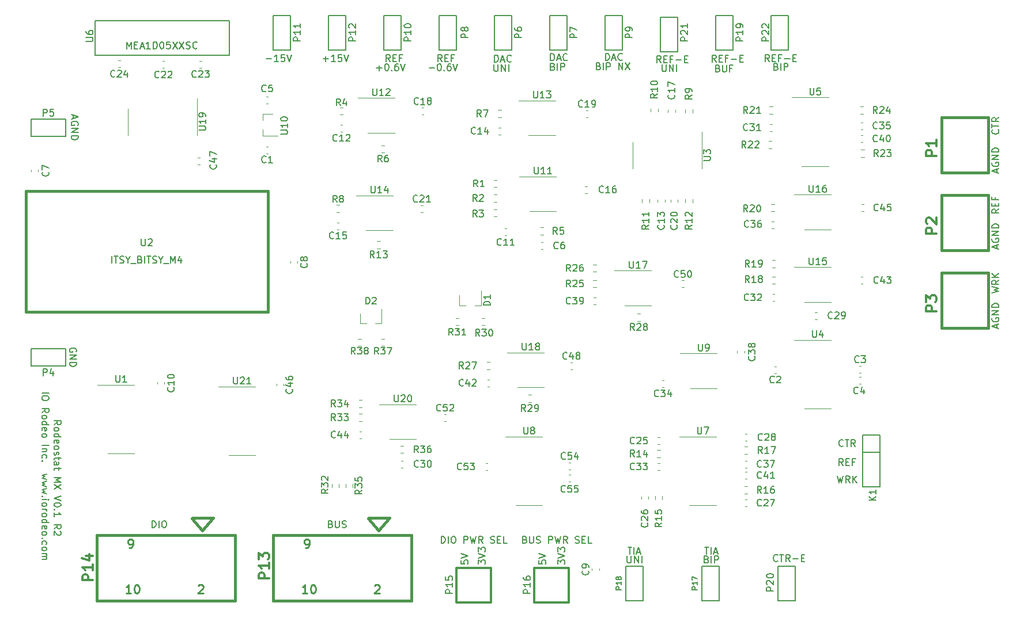
<source format=gto>
%TF.GenerationSoftware,KiCad,Pcbnew,5.1.7-a382d34a8~87~ubuntu18.04.1*%
%TF.CreationDate,2023-01-26T10:12:30-08:00*%
%TF.ProjectId,potentiostat,706f7465-6e74-4696-9f73-7461742e6b69,rev?*%
%TF.SameCoordinates,Original*%
%TF.FileFunction,Legend,Top*%
%TF.FilePolarity,Positive*%
%FSLAX46Y46*%
G04 Gerber Fmt 4.6, Leading zero omitted, Abs format (unit mm)*
G04 Created by KiCad (PCBNEW 5.1.7-a382d34a8~87~ubuntu18.04.1) date 2023-01-26 10:12:30*
%MOMM*%
%LPD*%
G01*
G04 APERTURE LIST*
%ADD10C,0.203200*%
%ADD11C,0.381000*%
%ADD12C,0.152400*%
%ADD13C,0.120000*%
%ADD14C,0.304800*%
%ADD15C,0.200000*%
%ADD16C,0.150000*%
%ADD17C,0.254000*%
G04 APERTURE END LIST*
D10*
X53642380Y-107623428D02*
X54658380Y-107623428D01*
X54658380Y-108300761D02*
X54658380Y-108494285D01*
X54610000Y-108591047D01*
X54513238Y-108687809D01*
X54319714Y-108736190D01*
X53981047Y-108736190D01*
X53787523Y-108687809D01*
X53690761Y-108591047D01*
X53642380Y-108494285D01*
X53642380Y-108300761D01*
X53690761Y-108204000D01*
X53787523Y-108107238D01*
X53981047Y-108058857D01*
X54319714Y-108058857D01*
X54513238Y-108107238D01*
X54610000Y-108204000D01*
X54658380Y-108300761D01*
X53642380Y-110526285D02*
X54126190Y-110187619D01*
X53642380Y-109945714D02*
X54658380Y-109945714D01*
X54658380Y-110332761D01*
X54610000Y-110429523D01*
X54561619Y-110477904D01*
X54464857Y-110526285D01*
X54319714Y-110526285D01*
X54222952Y-110477904D01*
X54174571Y-110429523D01*
X54126190Y-110332761D01*
X54126190Y-109945714D01*
X53642380Y-111106857D02*
X53690761Y-111010095D01*
X53739142Y-110961714D01*
X53835904Y-110913333D01*
X54126190Y-110913333D01*
X54222952Y-110961714D01*
X54271333Y-111010095D01*
X54319714Y-111106857D01*
X54319714Y-111252000D01*
X54271333Y-111348761D01*
X54222952Y-111397142D01*
X54126190Y-111445523D01*
X53835904Y-111445523D01*
X53739142Y-111397142D01*
X53690761Y-111348761D01*
X53642380Y-111252000D01*
X53642380Y-111106857D01*
X53642380Y-112316380D02*
X54658380Y-112316380D01*
X53690761Y-112316380D02*
X53642380Y-112219619D01*
X53642380Y-112026095D01*
X53690761Y-111929333D01*
X53739142Y-111880952D01*
X53835904Y-111832571D01*
X54126190Y-111832571D01*
X54222952Y-111880952D01*
X54271333Y-111929333D01*
X54319714Y-112026095D01*
X54319714Y-112219619D01*
X54271333Y-112316380D01*
X53690761Y-113187238D02*
X53642380Y-113090476D01*
X53642380Y-112896952D01*
X53690761Y-112800190D01*
X53787523Y-112751809D01*
X54174571Y-112751809D01*
X54271333Y-112800190D01*
X54319714Y-112896952D01*
X54319714Y-113090476D01*
X54271333Y-113187238D01*
X54174571Y-113235619D01*
X54077809Y-113235619D01*
X53981047Y-112751809D01*
X53642380Y-113816190D02*
X53690761Y-113719428D01*
X53739142Y-113671047D01*
X53835904Y-113622666D01*
X54126190Y-113622666D01*
X54222952Y-113671047D01*
X54271333Y-113719428D01*
X54319714Y-113816190D01*
X54319714Y-113961333D01*
X54271333Y-114058095D01*
X54222952Y-114106476D01*
X54126190Y-114154857D01*
X53835904Y-114154857D01*
X53739142Y-114106476D01*
X53690761Y-114058095D01*
X53642380Y-113961333D01*
X53642380Y-113816190D01*
X53642380Y-115364380D02*
X54658380Y-115364380D01*
X54319714Y-115848190D02*
X53642380Y-115848190D01*
X54222952Y-115848190D02*
X54271333Y-115896571D01*
X54319714Y-115993333D01*
X54319714Y-116138476D01*
X54271333Y-116235238D01*
X54174571Y-116283619D01*
X53642380Y-116283619D01*
X53690761Y-117202857D02*
X53642380Y-117106095D01*
X53642380Y-116912571D01*
X53690761Y-116815809D01*
X53739142Y-116767428D01*
X53835904Y-116719047D01*
X54126190Y-116719047D01*
X54222952Y-116767428D01*
X54271333Y-116815809D01*
X54319714Y-116912571D01*
X54319714Y-117106095D01*
X54271333Y-117202857D01*
X53739142Y-117638285D02*
X53690761Y-117686666D01*
X53642380Y-117638285D01*
X53690761Y-117589904D01*
X53739142Y-117638285D01*
X53642380Y-117638285D01*
X54319714Y-119573523D02*
X53642380Y-119767047D01*
X54126190Y-119960571D01*
X53642380Y-120154095D01*
X54319714Y-120347619D01*
X54319714Y-120637904D02*
X53642380Y-120831428D01*
X54126190Y-121024952D01*
X53642380Y-121218476D01*
X54319714Y-121412000D01*
X54319714Y-121702285D02*
X53642380Y-121895809D01*
X54126190Y-122089333D01*
X53642380Y-122282857D01*
X54319714Y-122476380D01*
X53739142Y-122863428D02*
X53690761Y-122911809D01*
X53642380Y-122863428D01*
X53690761Y-122815047D01*
X53739142Y-122863428D01*
X53642380Y-122863428D01*
X53642380Y-123347238D02*
X54319714Y-123347238D01*
X54658380Y-123347238D02*
X54610000Y-123298857D01*
X54561619Y-123347238D01*
X54610000Y-123395619D01*
X54658380Y-123347238D01*
X54561619Y-123347238D01*
X53642380Y-123976190D02*
X53690761Y-123879428D01*
X53739142Y-123831047D01*
X53835904Y-123782666D01*
X54126190Y-123782666D01*
X54222952Y-123831047D01*
X54271333Y-123879428D01*
X54319714Y-123976190D01*
X54319714Y-124121333D01*
X54271333Y-124218095D01*
X54222952Y-124266476D01*
X54126190Y-124314857D01*
X53835904Y-124314857D01*
X53739142Y-124266476D01*
X53690761Y-124218095D01*
X53642380Y-124121333D01*
X53642380Y-123976190D01*
X53642380Y-124750285D02*
X54319714Y-124750285D01*
X54126190Y-124750285D02*
X54222952Y-124798666D01*
X54271333Y-124847047D01*
X54319714Y-124943809D01*
X54319714Y-125040571D01*
X53642380Y-125524380D02*
X53690761Y-125427619D01*
X53739142Y-125379238D01*
X53835904Y-125330857D01*
X54126190Y-125330857D01*
X54222952Y-125379238D01*
X54271333Y-125427619D01*
X54319714Y-125524380D01*
X54319714Y-125669523D01*
X54271333Y-125766285D01*
X54222952Y-125814666D01*
X54126190Y-125863047D01*
X53835904Y-125863047D01*
X53739142Y-125814666D01*
X53690761Y-125766285D01*
X53642380Y-125669523D01*
X53642380Y-125524380D01*
X53642380Y-126733904D02*
X54658380Y-126733904D01*
X53690761Y-126733904D02*
X53642380Y-126637142D01*
X53642380Y-126443619D01*
X53690761Y-126346857D01*
X53739142Y-126298476D01*
X53835904Y-126250095D01*
X54126190Y-126250095D01*
X54222952Y-126298476D01*
X54271333Y-126346857D01*
X54319714Y-126443619D01*
X54319714Y-126637142D01*
X54271333Y-126733904D01*
X53690761Y-127604761D02*
X53642380Y-127508000D01*
X53642380Y-127314476D01*
X53690761Y-127217714D01*
X53787523Y-127169333D01*
X54174571Y-127169333D01*
X54271333Y-127217714D01*
X54319714Y-127314476D01*
X54319714Y-127508000D01*
X54271333Y-127604761D01*
X54174571Y-127653142D01*
X54077809Y-127653142D01*
X53981047Y-127169333D01*
X53642380Y-128233714D02*
X53690761Y-128136952D01*
X53739142Y-128088571D01*
X53835904Y-128040190D01*
X54126190Y-128040190D01*
X54222952Y-128088571D01*
X54271333Y-128136952D01*
X54319714Y-128233714D01*
X54319714Y-128378857D01*
X54271333Y-128475619D01*
X54222952Y-128524000D01*
X54126190Y-128572380D01*
X53835904Y-128572380D01*
X53739142Y-128524000D01*
X53690761Y-128475619D01*
X53642380Y-128378857D01*
X53642380Y-128233714D01*
X53739142Y-129007809D02*
X53690761Y-129056190D01*
X53642380Y-129007809D01*
X53690761Y-128959428D01*
X53739142Y-129007809D01*
X53642380Y-129007809D01*
X53690761Y-129927047D02*
X53642380Y-129830285D01*
X53642380Y-129636761D01*
X53690761Y-129540000D01*
X53739142Y-129491619D01*
X53835904Y-129443238D01*
X54126190Y-129443238D01*
X54222952Y-129491619D01*
X54271333Y-129540000D01*
X54319714Y-129636761D01*
X54319714Y-129830285D01*
X54271333Y-129927047D01*
X53642380Y-130507619D02*
X53690761Y-130410857D01*
X53739142Y-130362476D01*
X53835904Y-130314095D01*
X54126190Y-130314095D01*
X54222952Y-130362476D01*
X54271333Y-130410857D01*
X54319714Y-130507619D01*
X54319714Y-130652761D01*
X54271333Y-130749523D01*
X54222952Y-130797904D01*
X54126190Y-130846285D01*
X53835904Y-130846285D01*
X53739142Y-130797904D01*
X53690761Y-130749523D01*
X53642380Y-130652761D01*
X53642380Y-130507619D01*
X53642380Y-131281714D02*
X54319714Y-131281714D01*
X54222952Y-131281714D02*
X54271333Y-131330095D01*
X54319714Y-131426857D01*
X54319714Y-131572000D01*
X54271333Y-131668761D01*
X54174571Y-131717142D01*
X53642380Y-131717142D01*
X54174571Y-131717142D02*
X54271333Y-131765523D01*
X54319714Y-131862285D01*
X54319714Y-132007428D01*
X54271333Y-132104190D01*
X54174571Y-132152571D01*
X53642380Y-132152571D01*
X139651619Y-131625219D02*
X139651619Y-132447695D01*
X139700000Y-132544457D01*
X139748380Y-132592838D01*
X139845142Y-132641219D01*
X140038666Y-132641219D01*
X140135428Y-132592838D01*
X140183809Y-132544457D01*
X140232190Y-132447695D01*
X140232190Y-131625219D01*
X140716000Y-132641219D02*
X140716000Y-131625219D01*
X141296571Y-132641219D01*
X141296571Y-131625219D01*
X141780380Y-132641219D02*
X141780380Y-131625219D01*
X151316266Y-132109028D02*
X151461409Y-132157409D01*
X151509790Y-132205790D01*
X151558171Y-132302552D01*
X151558171Y-132447695D01*
X151509790Y-132544457D01*
X151461409Y-132592838D01*
X151364647Y-132641219D01*
X150977600Y-132641219D01*
X150977600Y-131625219D01*
X151316266Y-131625219D01*
X151413028Y-131673600D01*
X151461409Y-131721980D01*
X151509790Y-131818742D01*
X151509790Y-131915504D01*
X151461409Y-132012266D01*
X151413028Y-132060647D01*
X151316266Y-132109028D01*
X150977600Y-132109028D01*
X151993600Y-132641219D02*
X151993600Y-131625219D01*
X152477409Y-132641219D02*
X152477409Y-131625219D01*
X152864457Y-131625219D01*
X152961219Y-131673600D01*
X153009600Y-131721980D01*
X153057980Y-131818742D01*
X153057980Y-131963885D01*
X153009600Y-132060647D01*
X152961219Y-132109028D01*
X152864457Y-132157409D01*
X152477409Y-132157409D01*
X161527066Y-59617428D02*
X161672209Y-59665809D01*
X161720590Y-59714190D01*
X161768971Y-59810952D01*
X161768971Y-59956095D01*
X161720590Y-60052857D01*
X161672209Y-60101238D01*
X161575447Y-60149619D01*
X161188400Y-60149619D01*
X161188400Y-59133619D01*
X161527066Y-59133619D01*
X161623828Y-59182000D01*
X161672209Y-59230380D01*
X161720590Y-59327142D01*
X161720590Y-59423904D01*
X161672209Y-59520666D01*
X161623828Y-59569047D01*
X161527066Y-59617428D01*
X161188400Y-59617428D01*
X162204400Y-60149619D02*
X162204400Y-59133619D01*
X162688209Y-60149619D02*
X162688209Y-59133619D01*
X163075257Y-59133619D01*
X163172019Y-59182000D01*
X163220400Y-59230380D01*
X163268780Y-59327142D01*
X163268780Y-59472285D01*
X163220400Y-59569047D01*
X163172019Y-59617428D01*
X163075257Y-59665809D01*
X162688209Y-59665809D01*
X152978152Y-59871428D02*
X153123295Y-59919809D01*
X153171676Y-59968190D01*
X153220057Y-60064952D01*
X153220057Y-60210095D01*
X153171676Y-60306857D01*
X153123295Y-60355238D01*
X153026533Y-60403619D01*
X152639485Y-60403619D01*
X152639485Y-59387619D01*
X152978152Y-59387619D01*
X153074914Y-59436000D01*
X153123295Y-59484380D01*
X153171676Y-59581142D01*
X153171676Y-59677904D01*
X153123295Y-59774666D01*
X153074914Y-59823047D01*
X152978152Y-59871428D01*
X152639485Y-59871428D01*
X153655485Y-59387619D02*
X153655485Y-60210095D01*
X153703866Y-60306857D01*
X153752247Y-60355238D01*
X153849009Y-60403619D01*
X154042533Y-60403619D01*
X154139295Y-60355238D01*
X154187676Y-60306857D01*
X154236057Y-60210095D01*
X154236057Y-59387619D01*
X155058533Y-59871428D02*
X154719866Y-59871428D01*
X154719866Y-60403619D02*
X154719866Y-59387619D01*
X155203676Y-59387619D01*
X144782419Y-59336819D02*
X144782419Y-60159295D01*
X144830800Y-60256057D01*
X144879180Y-60304438D01*
X144975942Y-60352819D01*
X145169466Y-60352819D01*
X145266228Y-60304438D01*
X145314609Y-60256057D01*
X145362990Y-60159295D01*
X145362990Y-59336819D01*
X145846800Y-60352819D02*
X145846800Y-59336819D01*
X146427371Y-60352819D01*
X146427371Y-59336819D01*
X146911180Y-60352819D02*
X146911180Y-59336819D01*
X135435219Y-59566628D02*
X135580361Y-59615009D01*
X135628742Y-59663390D01*
X135677123Y-59760152D01*
X135677123Y-59905295D01*
X135628742Y-60002057D01*
X135580361Y-60050438D01*
X135483600Y-60098819D01*
X135096552Y-60098819D01*
X135096552Y-59082819D01*
X135435219Y-59082819D01*
X135531980Y-59131200D01*
X135580361Y-59179580D01*
X135628742Y-59276342D01*
X135628742Y-59373104D01*
X135580361Y-59469866D01*
X135531980Y-59518247D01*
X135435219Y-59566628D01*
X135096552Y-59566628D01*
X136112552Y-60098819D02*
X136112552Y-59082819D01*
X136596361Y-60098819D02*
X136596361Y-59082819D01*
X136983409Y-59082819D01*
X137080171Y-59131200D01*
X137128552Y-59179580D01*
X137176933Y-59276342D01*
X137176933Y-59421485D01*
X137128552Y-59518247D01*
X137080171Y-59566628D01*
X136983409Y-59615009D01*
X136596361Y-59615009D01*
X138386457Y-60098819D02*
X138386457Y-59082819D01*
X138967028Y-60098819D01*
X138967028Y-59082819D01*
X139354076Y-59082819D02*
X140031409Y-60098819D01*
X140031409Y-59082819D02*
X139354076Y-60098819D01*
X110540800Y-59813371D02*
X111314895Y-59813371D01*
X111992228Y-59184419D02*
X112088990Y-59184419D01*
X112185752Y-59232800D01*
X112234133Y-59281180D01*
X112282514Y-59377942D01*
X112330895Y-59571466D01*
X112330895Y-59813371D01*
X112282514Y-60006895D01*
X112234133Y-60103657D01*
X112185752Y-60152038D01*
X112088990Y-60200419D01*
X111992228Y-60200419D01*
X111895466Y-60152038D01*
X111847085Y-60103657D01*
X111798704Y-60006895D01*
X111750323Y-59813371D01*
X111750323Y-59571466D01*
X111798704Y-59377942D01*
X111847085Y-59281180D01*
X111895466Y-59232800D01*
X111992228Y-59184419D01*
X112766323Y-60103657D02*
X112814704Y-60152038D01*
X112766323Y-60200419D01*
X112717942Y-60152038D01*
X112766323Y-60103657D01*
X112766323Y-60200419D01*
X113685561Y-59184419D02*
X113492038Y-59184419D01*
X113395276Y-59232800D01*
X113346895Y-59281180D01*
X113250133Y-59426323D01*
X113201752Y-59619847D01*
X113201752Y-60006895D01*
X113250133Y-60103657D01*
X113298514Y-60152038D01*
X113395276Y-60200419D01*
X113588800Y-60200419D01*
X113685561Y-60152038D01*
X113733942Y-60103657D01*
X113782323Y-60006895D01*
X113782323Y-59764990D01*
X113733942Y-59668228D01*
X113685561Y-59619847D01*
X113588800Y-59571466D01*
X113395276Y-59571466D01*
X113298514Y-59619847D01*
X113250133Y-59668228D01*
X113201752Y-59764990D01*
X114072609Y-59184419D02*
X114411276Y-60200419D01*
X114749942Y-59184419D01*
X102819200Y-59813371D02*
X103593295Y-59813371D01*
X103206247Y-60200419D02*
X103206247Y-59426323D01*
X104270628Y-59184419D02*
X104367390Y-59184419D01*
X104464152Y-59232800D01*
X104512533Y-59281180D01*
X104560914Y-59377942D01*
X104609295Y-59571466D01*
X104609295Y-59813371D01*
X104560914Y-60006895D01*
X104512533Y-60103657D01*
X104464152Y-60152038D01*
X104367390Y-60200419D01*
X104270628Y-60200419D01*
X104173866Y-60152038D01*
X104125485Y-60103657D01*
X104077104Y-60006895D01*
X104028723Y-59813371D01*
X104028723Y-59571466D01*
X104077104Y-59377942D01*
X104125485Y-59281180D01*
X104173866Y-59232800D01*
X104270628Y-59184419D01*
X105044723Y-60103657D02*
X105093104Y-60152038D01*
X105044723Y-60200419D01*
X104996342Y-60152038D01*
X105044723Y-60103657D01*
X105044723Y-60200419D01*
X105963961Y-59184419D02*
X105770438Y-59184419D01*
X105673676Y-59232800D01*
X105625295Y-59281180D01*
X105528533Y-59426323D01*
X105480152Y-59619847D01*
X105480152Y-60006895D01*
X105528533Y-60103657D01*
X105576914Y-60152038D01*
X105673676Y-60200419D01*
X105867200Y-60200419D01*
X105963961Y-60152038D01*
X106012342Y-60103657D01*
X106060723Y-60006895D01*
X106060723Y-59764990D01*
X106012342Y-59668228D01*
X105963961Y-59619847D01*
X105867200Y-59571466D01*
X105673676Y-59571466D01*
X105576914Y-59619847D01*
X105528533Y-59668228D01*
X105480152Y-59764990D01*
X106351009Y-59184419D02*
X106689676Y-60200419D01*
X107028342Y-59184419D01*
X128710266Y-59617428D02*
X128855409Y-59665809D01*
X128903790Y-59714190D01*
X128952171Y-59810952D01*
X128952171Y-59956095D01*
X128903790Y-60052857D01*
X128855409Y-60101238D01*
X128758647Y-60149619D01*
X128371600Y-60149619D01*
X128371600Y-59133619D01*
X128710266Y-59133619D01*
X128807028Y-59182000D01*
X128855409Y-59230380D01*
X128903790Y-59327142D01*
X128903790Y-59423904D01*
X128855409Y-59520666D01*
X128807028Y-59569047D01*
X128710266Y-59617428D01*
X128371600Y-59617428D01*
X129387600Y-60149619D02*
X129387600Y-59133619D01*
X129871409Y-60149619D02*
X129871409Y-59133619D01*
X130258457Y-59133619D01*
X130355219Y-59182000D01*
X130403600Y-59230380D01*
X130451980Y-59327142D01*
X130451980Y-59472285D01*
X130403600Y-59569047D01*
X130355219Y-59617428D01*
X130258457Y-59665809D01*
X129871409Y-59665809D01*
X120093619Y-59286019D02*
X120093619Y-60108495D01*
X120142000Y-60205257D01*
X120190380Y-60253638D01*
X120287142Y-60302019D01*
X120480666Y-60302019D01*
X120577428Y-60253638D01*
X120625809Y-60205257D01*
X120674190Y-60108495D01*
X120674190Y-59286019D01*
X121158000Y-60302019D02*
X121158000Y-59286019D01*
X121738571Y-60302019D01*
X121738571Y-59286019D01*
X122222380Y-60302019D02*
X122222380Y-59286019D01*
X160535257Y-58879619D02*
X160196590Y-58395809D01*
X159954685Y-58879619D02*
X159954685Y-57863619D01*
X160341733Y-57863619D01*
X160438495Y-57912000D01*
X160486876Y-57960380D01*
X160535257Y-58057142D01*
X160535257Y-58202285D01*
X160486876Y-58299047D01*
X160438495Y-58347428D01*
X160341733Y-58395809D01*
X159954685Y-58395809D01*
X160970685Y-58347428D02*
X161309352Y-58347428D01*
X161454495Y-58879619D02*
X160970685Y-58879619D01*
X160970685Y-57863619D01*
X161454495Y-57863619D01*
X162228590Y-58347428D02*
X161889923Y-58347428D01*
X161889923Y-58879619D02*
X161889923Y-57863619D01*
X162373733Y-57863619D01*
X162760780Y-58492571D02*
X163534876Y-58492571D01*
X164018685Y-58347428D02*
X164357352Y-58347428D01*
X164502495Y-58879619D02*
X164018685Y-58879619D01*
X164018685Y-57863619D01*
X164502495Y-57863619D01*
X171377428Y-115424857D02*
X171329047Y-115473238D01*
X171183904Y-115521619D01*
X171087142Y-115521619D01*
X170942000Y-115473238D01*
X170845238Y-115376476D01*
X170796857Y-115279714D01*
X170748476Y-115086190D01*
X170748476Y-114941047D01*
X170796857Y-114747523D01*
X170845238Y-114650761D01*
X170942000Y-114554000D01*
X171087142Y-114505619D01*
X171183904Y-114505619D01*
X171329047Y-114554000D01*
X171377428Y-114602380D01*
X171667714Y-114505619D02*
X172248285Y-114505619D01*
X171958000Y-115521619D02*
X171958000Y-114505619D01*
X173167523Y-115521619D02*
X172828857Y-115037809D01*
X172586952Y-115521619D02*
X172586952Y-114505619D01*
X172974000Y-114505619D01*
X173070761Y-114554000D01*
X173119142Y-114602380D01*
X173167523Y-114699142D01*
X173167523Y-114844285D01*
X173119142Y-114941047D01*
X173070761Y-114989428D01*
X172974000Y-115037809D01*
X172586952Y-115037809D01*
X171377428Y-118315619D02*
X171038761Y-117831809D01*
X170796857Y-118315619D02*
X170796857Y-117299619D01*
X171183904Y-117299619D01*
X171280666Y-117348000D01*
X171329047Y-117396380D01*
X171377428Y-117493142D01*
X171377428Y-117638285D01*
X171329047Y-117735047D01*
X171280666Y-117783428D01*
X171183904Y-117831809D01*
X170796857Y-117831809D01*
X171812857Y-117783428D02*
X172151523Y-117783428D01*
X172296666Y-118315619D02*
X171812857Y-118315619D01*
X171812857Y-117299619D01*
X172296666Y-117299619D01*
X173070761Y-117783428D02*
X172732095Y-117783428D01*
X172732095Y-118315619D02*
X172732095Y-117299619D01*
X173215904Y-117299619D01*
X170506571Y-119839619D02*
X170748476Y-120855619D01*
X170942000Y-120129904D01*
X171135523Y-120855619D01*
X171377428Y-119839619D01*
X172345047Y-120855619D02*
X172006380Y-120371809D01*
X171764476Y-120855619D02*
X171764476Y-119839619D01*
X172151523Y-119839619D01*
X172248285Y-119888000D01*
X172296666Y-119936380D01*
X172345047Y-120033142D01*
X172345047Y-120178285D01*
X172296666Y-120275047D01*
X172248285Y-120323428D01*
X172151523Y-120371809D01*
X171764476Y-120371809D01*
X172780476Y-120855619D02*
X172780476Y-119839619D01*
X173361047Y-120855619D02*
X172925619Y-120275047D01*
X173361047Y-119839619D02*
X172780476Y-120420190D01*
X194164857Y-68906571D02*
X194213238Y-68954952D01*
X194261619Y-69100095D01*
X194261619Y-69196857D01*
X194213238Y-69342000D01*
X194116476Y-69438761D01*
X194019714Y-69487142D01*
X193826190Y-69535523D01*
X193681047Y-69535523D01*
X193487523Y-69487142D01*
X193390761Y-69438761D01*
X193294000Y-69342000D01*
X193245619Y-69196857D01*
X193245619Y-69100095D01*
X193294000Y-68954952D01*
X193342380Y-68906571D01*
X193245619Y-68616285D02*
X193245619Y-68035714D01*
X194261619Y-68326000D02*
X193245619Y-68326000D01*
X194261619Y-67116476D02*
X193777809Y-67455142D01*
X194261619Y-67697047D02*
X193245619Y-67697047D01*
X193245619Y-67310000D01*
X193294000Y-67213238D01*
X193342380Y-67164857D01*
X193439142Y-67116476D01*
X193584285Y-67116476D01*
X193681047Y-67164857D01*
X193729428Y-67213238D01*
X193777809Y-67310000D01*
X193777809Y-67697047D01*
X194261619Y-80590571D02*
X193777809Y-80929238D01*
X194261619Y-81171142D02*
X193245619Y-81171142D01*
X193245619Y-80784095D01*
X193294000Y-80687333D01*
X193342380Y-80638952D01*
X193439142Y-80590571D01*
X193584285Y-80590571D01*
X193681047Y-80638952D01*
X193729428Y-80687333D01*
X193777809Y-80784095D01*
X193777809Y-81171142D01*
X193729428Y-80155142D02*
X193729428Y-79816476D01*
X194261619Y-79671333D02*
X194261619Y-80155142D01*
X193245619Y-80155142D01*
X193245619Y-79671333D01*
X193729428Y-78897238D02*
X193729428Y-79235904D01*
X194261619Y-79235904D02*
X193245619Y-79235904D01*
X193245619Y-78752095D01*
X193245619Y-92891428D02*
X194261619Y-92649523D01*
X193535904Y-92456000D01*
X194261619Y-92262476D01*
X193245619Y-92020571D01*
X194261619Y-91052952D02*
X193777809Y-91391619D01*
X194261619Y-91633523D02*
X193245619Y-91633523D01*
X193245619Y-91246476D01*
X193294000Y-91149714D01*
X193342380Y-91101333D01*
X193439142Y-91052952D01*
X193584285Y-91052952D01*
X193681047Y-91101333D01*
X193729428Y-91149714D01*
X193777809Y-91246476D01*
X193777809Y-91633523D01*
X194261619Y-90617523D02*
X193245619Y-90617523D01*
X194261619Y-90036952D02*
X193681047Y-90472380D01*
X193245619Y-90036952D02*
X193826190Y-90617523D01*
X193971333Y-75196095D02*
X193971333Y-74712285D01*
X194261619Y-75292857D02*
X193245619Y-74954190D01*
X194261619Y-74615523D01*
X193294000Y-73744666D02*
X193245619Y-73841428D01*
X193245619Y-73986571D01*
X193294000Y-74131714D01*
X193390761Y-74228476D01*
X193487523Y-74276857D01*
X193681047Y-74325238D01*
X193826190Y-74325238D01*
X194019714Y-74276857D01*
X194116476Y-74228476D01*
X194213238Y-74131714D01*
X194261619Y-73986571D01*
X194261619Y-73889809D01*
X194213238Y-73744666D01*
X194164857Y-73696285D01*
X193826190Y-73696285D01*
X193826190Y-73889809D01*
X194261619Y-73260857D02*
X193245619Y-73260857D01*
X194261619Y-72680285D01*
X193245619Y-72680285D01*
X194261619Y-72196476D02*
X193245619Y-72196476D01*
X193245619Y-71954571D01*
X193294000Y-71809428D01*
X193390761Y-71712666D01*
X193487523Y-71664285D01*
X193681047Y-71615904D01*
X193826190Y-71615904D01*
X194019714Y-71664285D01*
X194116476Y-71712666D01*
X194213238Y-71809428D01*
X194261619Y-71954571D01*
X194261619Y-72196476D01*
X193971333Y-86372095D02*
X193971333Y-85888285D01*
X194261619Y-86468857D02*
X193245619Y-86130190D01*
X194261619Y-85791523D01*
X193294000Y-84920666D02*
X193245619Y-85017428D01*
X193245619Y-85162571D01*
X193294000Y-85307714D01*
X193390761Y-85404476D01*
X193487523Y-85452857D01*
X193681047Y-85501238D01*
X193826190Y-85501238D01*
X194019714Y-85452857D01*
X194116476Y-85404476D01*
X194213238Y-85307714D01*
X194261619Y-85162571D01*
X194261619Y-85065809D01*
X194213238Y-84920666D01*
X194164857Y-84872285D01*
X193826190Y-84872285D01*
X193826190Y-85065809D01*
X194261619Y-84436857D02*
X193245619Y-84436857D01*
X194261619Y-83856285D01*
X193245619Y-83856285D01*
X194261619Y-83372476D02*
X193245619Y-83372476D01*
X193245619Y-83130571D01*
X193294000Y-82985428D01*
X193390761Y-82888666D01*
X193487523Y-82840285D01*
X193681047Y-82791904D01*
X193826190Y-82791904D01*
X194019714Y-82840285D01*
X194116476Y-82888666D01*
X194213238Y-82985428D01*
X194261619Y-83130571D01*
X194261619Y-83372476D01*
X193971333Y-98056095D02*
X193971333Y-97572285D01*
X194261619Y-98152857D02*
X193245619Y-97814190D01*
X194261619Y-97475523D01*
X193294000Y-96604666D02*
X193245619Y-96701428D01*
X193245619Y-96846571D01*
X193294000Y-96991714D01*
X193390761Y-97088476D01*
X193487523Y-97136857D01*
X193681047Y-97185238D01*
X193826190Y-97185238D01*
X194019714Y-97136857D01*
X194116476Y-97088476D01*
X194213238Y-96991714D01*
X194261619Y-96846571D01*
X194261619Y-96749809D01*
X194213238Y-96604666D01*
X194164857Y-96556285D01*
X193826190Y-96556285D01*
X193826190Y-96749809D01*
X194261619Y-96120857D02*
X193245619Y-96120857D01*
X194261619Y-95540285D01*
X193245619Y-95540285D01*
X194261619Y-95056476D02*
X193245619Y-95056476D01*
X193245619Y-94814571D01*
X193294000Y-94669428D01*
X193390761Y-94572666D01*
X193487523Y-94524285D01*
X193681047Y-94475904D01*
X193826190Y-94475904D01*
X194019714Y-94524285D01*
X194116476Y-94572666D01*
X194213238Y-94669428D01*
X194261619Y-94814571D01*
X194261619Y-95056476D01*
X58250666Y-66789904D02*
X58250666Y-67273714D01*
X57960380Y-66693142D02*
X58976380Y-67031809D01*
X57960380Y-67370476D01*
X58928000Y-68241333D02*
X58976380Y-68144571D01*
X58976380Y-67999428D01*
X58928000Y-67854285D01*
X58831238Y-67757523D01*
X58734476Y-67709142D01*
X58540952Y-67660761D01*
X58395809Y-67660761D01*
X58202285Y-67709142D01*
X58105523Y-67757523D01*
X58008761Y-67854285D01*
X57960380Y-67999428D01*
X57960380Y-68096190D01*
X58008761Y-68241333D01*
X58057142Y-68289714D01*
X58395809Y-68289714D01*
X58395809Y-68096190D01*
X57960380Y-68725142D02*
X58976380Y-68725142D01*
X57960380Y-69305714D01*
X58976380Y-69305714D01*
X57960380Y-69789523D02*
X58976380Y-69789523D01*
X58976380Y-70031428D01*
X58928000Y-70176571D01*
X58831238Y-70273333D01*
X58734476Y-70321714D01*
X58540952Y-70370095D01*
X58395809Y-70370095D01*
X58202285Y-70321714D01*
X58105523Y-70273333D01*
X58008761Y-70176571D01*
X57960380Y-70031428D01*
X57960380Y-69789523D01*
X58674000Y-101587904D02*
X58722380Y-101491142D01*
X58722380Y-101346000D01*
X58674000Y-101200857D01*
X58577238Y-101104095D01*
X58480476Y-101055714D01*
X58286952Y-101007333D01*
X58141809Y-101007333D01*
X57948285Y-101055714D01*
X57851523Y-101104095D01*
X57754761Y-101200857D01*
X57706380Y-101346000D01*
X57706380Y-101442761D01*
X57754761Y-101587904D01*
X57803142Y-101636285D01*
X58141809Y-101636285D01*
X58141809Y-101442761D01*
X57706380Y-102071714D02*
X58722380Y-102071714D01*
X57706380Y-102652285D01*
X58722380Y-102652285D01*
X57706380Y-103136095D02*
X58722380Y-103136095D01*
X58722380Y-103378000D01*
X58674000Y-103523142D01*
X58577238Y-103619904D01*
X58480476Y-103668285D01*
X58286952Y-103716666D01*
X58141809Y-103716666D01*
X57948285Y-103668285D01*
X57851523Y-103619904D01*
X57754761Y-103523142D01*
X57706380Y-103378000D01*
X57706380Y-103136095D01*
X129491619Y-132829904D02*
X129491619Y-132200952D01*
X129878666Y-132539619D01*
X129878666Y-132394476D01*
X129927047Y-132297714D01*
X129975428Y-132249333D01*
X130072190Y-132200952D01*
X130314095Y-132200952D01*
X130410857Y-132249333D01*
X130459238Y-132297714D01*
X130507619Y-132394476D01*
X130507619Y-132684761D01*
X130459238Y-132781523D01*
X130410857Y-132829904D01*
X129491619Y-131910666D02*
X130507619Y-131572000D01*
X129491619Y-131233333D01*
X129491619Y-130991428D02*
X129491619Y-130362476D01*
X129878666Y-130701142D01*
X129878666Y-130556000D01*
X129927047Y-130459238D01*
X129975428Y-130410857D01*
X130072190Y-130362476D01*
X130314095Y-130362476D01*
X130410857Y-130410857D01*
X130459238Y-130459238D01*
X130507619Y-130556000D01*
X130507619Y-130846285D01*
X130459238Y-130943047D01*
X130410857Y-130991428D01*
X126697619Y-132273523D02*
X126697619Y-132757333D01*
X127181428Y-132805714D01*
X127133047Y-132757333D01*
X127084666Y-132660571D01*
X127084666Y-132418666D01*
X127133047Y-132321904D01*
X127181428Y-132273523D01*
X127278190Y-132225142D01*
X127520095Y-132225142D01*
X127616857Y-132273523D01*
X127665238Y-132321904D01*
X127713619Y-132418666D01*
X127713619Y-132660571D01*
X127665238Y-132757333D01*
X127616857Y-132805714D01*
X126697619Y-131934857D02*
X127713619Y-131596190D01*
X126697619Y-131257523D01*
X124617238Y-129213428D02*
X124762380Y-129261809D01*
X124810761Y-129310190D01*
X124859142Y-129406952D01*
X124859142Y-129552095D01*
X124810761Y-129648857D01*
X124762380Y-129697238D01*
X124665619Y-129745619D01*
X124278571Y-129745619D01*
X124278571Y-128729619D01*
X124617238Y-128729619D01*
X124714000Y-128778000D01*
X124762380Y-128826380D01*
X124810761Y-128923142D01*
X124810761Y-129019904D01*
X124762380Y-129116666D01*
X124714000Y-129165047D01*
X124617238Y-129213428D01*
X124278571Y-129213428D01*
X125294571Y-128729619D02*
X125294571Y-129552095D01*
X125342952Y-129648857D01*
X125391333Y-129697238D01*
X125488095Y-129745619D01*
X125681619Y-129745619D01*
X125778380Y-129697238D01*
X125826761Y-129648857D01*
X125875142Y-129552095D01*
X125875142Y-128729619D01*
X126310571Y-129697238D02*
X126455714Y-129745619D01*
X126697619Y-129745619D01*
X126794380Y-129697238D01*
X126842761Y-129648857D01*
X126891142Y-129552095D01*
X126891142Y-129455333D01*
X126842761Y-129358571D01*
X126794380Y-129310190D01*
X126697619Y-129261809D01*
X126504095Y-129213428D01*
X126407333Y-129165047D01*
X126358952Y-129116666D01*
X126310571Y-129019904D01*
X126310571Y-128923142D01*
X126358952Y-128826380D01*
X126407333Y-128778000D01*
X126504095Y-128729619D01*
X126746000Y-128729619D01*
X126891142Y-128778000D01*
X128100666Y-129745619D02*
X128100666Y-128729619D01*
X128487714Y-128729619D01*
X128584476Y-128778000D01*
X128632857Y-128826380D01*
X128681238Y-128923142D01*
X128681238Y-129068285D01*
X128632857Y-129165047D01*
X128584476Y-129213428D01*
X128487714Y-129261809D01*
X128100666Y-129261809D01*
X129019904Y-128729619D02*
X129261809Y-129745619D01*
X129455333Y-129019904D01*
X129648857Y-129745619D01*
X129890761Y-128729619D01*
X130858380Y-129745619D02*
X130519714Y-129261809D01*
X130277809Y-129745619D02*
X130277809Y-128729619D01*
X130664857Y-128729619D01*
X130761619Y-128778000D01*
X130810000Y-128826380D01*
X130858380Y-128923142D01*
X130858380Y-129068285D01*
X130810000Y-129165047D01*
X130761619Y-129213428D01*
X130664857Y-129261809D01*
X130277809Y-129261809D01*
X132019523Y-129697238D02*
X132164666Y-129745619D01*
X132406571Y-129745619D01*
X132503333Y-129697238D01*
X132551714Y-129648857D01*
X132600095Y-129552095D01*
X132600095Y-129455333D01*
X132551714Y-129358571D01*
X132503333Y-129310190D01*
X132406571Y-129261809D01*
X132213047Y-129213428D01*
X132116285Y-129165047D01*
X132067904Y-129116666D01*
X132019523Y-129019904D01*
X132019523Y-128923142D01*
X132067904Y-128826380D01*
X132116285Y-128778000D01*
X132213047Y-128729619D01*
X132454952Y-128729619D01*
X132600095Y-128778000D01*
X133035523Y-129213428D02*
X133374190Y-129213428D01*
X133519333Y-129745619D02*
X133035523Y-129745619D01*
X133035523Y-128729619D01*
X133519333Y-128729619D01*
X134438571Y-129745619D02*
X133954761Y-129745619D01*
X133954761Y-128729619D01*
X112328476Y-129745619D02*
X112328476Y-128729619D01*
X112570380Y-128729619D01*
X112715523Y-128778000D01*
X112812285Y-128874761D01*
X112860666Y-128971523D01*
X112909047Y-129165047D01*
X112909047Y-129310190D01*
X112860666Y-129503714D01*
X112812285Y-129600476D01*
X112715523Y-129697238D01*
X112570380Y-129745619D01*
X112328476Y-129745619D01*
X113344476Y-129745619D02*
X113344476Y-128729619D01*
X114021809Y-128729619D02*
X114215333Y-128729619D01*
X114312095Y-128778000D01*
X114408857Y-128874761D01*
X114457238Y-129068285D01*
X114457238Y-129406952D01*
X114408857Y-129600476D01*
X114312095Y-129697238D01*
X114215333Y-129745619D01*
X114021809Y-129745619D01*
X113925047Y-129697238D01*
X113828285Y-129600476D01*
X113779904Y-129406952D01*
X113779904Y-129068285D01*
X113828285Y-128874761D01*
X113925047Y-128778000D01*
X114021809Y-128729619D01*
X115666761Y-129745619D02*
X115666761Y-128729619D01*
X116053809Y-128729619D01*
X116150571Y-128778000D01*
X116198952Y-128826380D01*
X116247333Y-128923142D01*
X116247333Y-129068285D01*
X116198952Y-129165047D01*
X116150571Y-129213428D01*
X116053809Y-129261809D01*
X115666761Y-129261809D01*
X116586000Y-128729619D02*
X116827904Y-129745619D01*
X117021428Y-129019904D01*
X117214952Y-129745619D01*
X117456857Y-128729619D01*
X118424476Y-129745619D02*
X118085809Y-129261809D01*
X117843904Y-129745619D02*
X117843904Y-128729619D01*
X118230952Y-128729619D01*
X118327714Y-128778000D01*
X118376095Y-128826380D01*
X118424476Y-128923142D01*
X118424476Y-129068285D01*
X118376095Y-129165047D01*
X118327714Y-129213428D01*
X118230952Y-129261809D01*
X117843904Y-129261809D01*
X119585619Y-129697238D02*
X119730761Y-129745619D01*
X119972666Y-129745619D01*
X120069428Y-129697238D01*
X120117809Y-129648857D01*
X120166190Y-129552095D01*
X120166190Y-129455333D01*
X120117809Y-129358571D01*
X120069428Y-129310190D01*
X119972666Y-129261809D01*
X119779142Y-129213428D01*
X119682380Y-129165047D01*
X119634000Y-129116666D01*
X119585619Y-129019904D01*
X119585619Y-128923142D01*
X119634000Y-128826380D01*
X119682380Y-128778000D01*
X119779142Y-128729619D01*
X120021047Y-128729619D01*
X120166190Y-128778000D01*
X120601619Y-129213428D02*
X120940285Y-129213428D01*
X121085428Y-129745619D02*
X120601619Y-129745619D01*
X120601619Y-128729619D01*
X121085428Y-128729619D01*
X122004666Y-129745619D02*
X121520857Y-129745619D01*
X121520857Y-128729619D01*
X117807619Y-132829904D02*
X117807619Y-132200952D01*
X118194666Y-132539619D01*
X118194666Y-132394476D01*
X118243047Y-132297714D01*
X118291428Y-132249333D01*
X118388190Y-132200952D01*
X118630095Y-132200952D01*
X118726857Y-132249333D01*
X118775238Y-132297714D01*
X118823619Y-132394476D01*
X118823619Y-132684761D01*
X118775238Y-132781523D01*
X118726857Y-132829904D01*
X117807619Y-131910666D02*
X118823619Y-131572000D01*
X117807619Y-131233333D01*
X117807619Y-130991428D02*
X117807619Y-130362476D01*
X118194666Y-130701142D01*
X118194666Y-130556000D01*
X118243047Y-130459238D01*
X118291428Y-130410857D01*
X118388190Y-130362476D01*
X118630095Y-130362476D01*
X118726857Y-130410857D01*
X118775238Y-130459238D01*
X118823619Y-130556000D01*
X118823619Y-130846285D01*
X118775238Y-130943047D01*
X118726857Y-130991428D01*
X115267619Y-132273523D02*
X115267619Y-132757333D01*
X115751428Y-132805714D01*
X115703047Y-132757333D01*
X115654666Y-132660571D01*
X115654666Y-132418666D01*
X115703047Y-132321904D01*
X115751428Y-132273523D01*
X115848190Y-132225142D01*
X116090095Y-132225142D01*
X116186857Y-132273523D01*
X116235238Y-132321904D01*
X116283619Y-132418666D01*
X116283619Y-132660571D01*
X116235238Y-132757333D01*
X116186857Y-132805714D01*
X115267619Y-131934857D02*
X116283619Y-131596190D01*
X115267619Y-131257523D01*
X96084571Y-126927428D02*
X96229714Y-126975809D01*
X96278095Y-127024190D01*
X96326476Y-127120952D01*
X96326476Y-127266095D01*
X96278095Y-127362857D01*
X96229714Y-127411238D01*
X96132952Y-127459619D01*
X95745904Y-127459619D01*
X95745904Y-126443619D01*
X96084571Y-126443619D01*
X96181333Y-126492000D01*
X96229714Y-126540380D01*
X96278095Y-126637142D01*
X96278095Y-126733904D01*
X96229714Y-126830666D01*
X96181333Y-126879047D01*
X96084571Y-126927428D01*
X95745904Y-126927428D01*
X96761904Y-126443619D02*
X96761904Y-127266095D01*
X96810285Y-127362857D01*
X96858666Y-127411238D01*
X96955428Y-127459619D01*
X97148952Y-127459619D01*
X97245714Y-127411238D01*
X97294095Y-127362857D01*
X97342476Y-127266095D01*
X97342476Y-126443619D01*
X97777904Y-127411238D02*
X97923047Y-127459619D01*
X98164952Y-127459619D01*
X98261714Y-127411238D01*
X98310095Y-127362857D01*
X98358476Y-127266095D01*
X98358476Y-127169333D01*
X98310095Y-127072571D01*
X98261714Y-127024190D01*
X98164952Y-126975809D01*
X97971428Y-126927428D01*
X97874666Y-126879047D01*
X97826285Y-126830666D01*
X97777904Y-126733904D01*
X97777904Y-126637142D01*
X97826285Y-126540380D01*
X97874666Y-126492000D01*
X97971428Y-126443619D01*
X98213333Y-126443619D01*
X98358476Y-126492000D01*
X69825809Y-127459619D02*
X69825809Y-126443619D01*
X70067714Y-126443619D01*
X70212857Y-126492000D01*
X70309619Y-126588761D01*
X70358000Y-126685523D01*
X70406380Y-126879047D01*
X70406380Y-127024190D01*
X70358000Y-127217714D01*
X70309619Y-127314476D01*
X70212857Y-127411238D01*
X70067714Y-127459619D01*
X69825809Y-127459619D01*
X70841809Y-127459619D02*
X70841809Y-126443619D01*
X71519142Y-126443619D02*
X71712666Y-126443619D01*
X71809428Y-126492000D01*
X71906190Y-126588761D01*
X71954571Y-126782285D01*
X71954571Y-127120952D01*
X71906190Y-127314476D01*
X71809428Y-127411238D01*
X71712666Y-127459619D01*
X71519142Y-127459619D01*
X71422380Y-127411238D01*
X71325619Y-127314476D01*
X71277238Y-127120952D01*
X71277238Y-126782285D01*
X71325619Y-126588761D01*
X71422380Y-126492000D01*
X71519142Y-126443619D01*
X55420380Y-112328476D02*
X55904190Y-111989809D01*
X55420380Y-111747904D02*
X56436380Y-111747904D01*
X56436380Y-112134952D01*
X56388000Y-112231714D01*
X56339619Y-112280095D01*
X56242857Y-112328476D01*
X56097714Y-112328476D01*
X56000952Y-112280095D01*
X55952571Y-112231714D01*
X55904190Y-112134952D01*
X55904190Y-111747904D01*
X55420380Y-112909047D02*
X55468761Y-112812285D01*
X55517142Y-112763904D01*
X55613904Y-112715523D01*
X55904190Y-112715523D01*
X56000952Y-112763904D01*
X56049333Y-112812285D01*
X56097714Y-112909047D01*
X56097714Y-113054190D01*
X56049333Y-113150952D01*
X56000952Y-113199333D01*
X55904190Y-113247714D01*
X55613904Y-113247714D01*
X55517142Y-113199333D01*
X55468761Y-113150952D01*
X55420380Y-113054190D01*
X55420380Y-112909047D01*
X55420380Y-114118571D02*
X56436380Y-114118571D01*
X55468761Y-114118571D02*
X55420380Y-114021809D01*
X55420380Y-113828285D01*
X55468761Y-113731523D01*
X55517142Y-113683142D01*
X55613904Y-113634761D01*
X55904190Y-113634761D01*
X56000952Y-113683142D01*
X56049333Y-113731523D01*
X56097714Y-113828285D01*
X56097714Y-114021809D01*
X56049333Y-114118571D01*
X55468761Y-114989428D02*
X55420380Y-114892666D01*
X55420380Y-114699142D01*
X55468761Y-114602380D01*
X55565523Y-114554000D01*
X55952571Y-114554000D01*
X56049333Y-114602380D01*
X56097714Y-114699142D01*
X56097714Y-114892666D01*
X56049333Y-114989428D01*
X55952571Y-115037809D01*
X55855809Y-115037809D01*
X55759047Y-114554000D01*
X55420380Y-115618380D02*
X55468761Y-115521619D01*
X55517142Y-115473238D01*
X55613904Y-115424857D01*
X55904190Y-115424857D01*
X56000952Y-115473238D01*
X56049333Y-115521619D01*
X56097714Y-115618380D01*
X56097714Y-115763523D01*
X56049333Y-115860285D01*
X56000952Y-115908666D01*
X55904190Y-115957047D01*
X55613904Y-115957047D01*
X55517142Y-115908666D01*
X55468761Y-115860285D01*
X55420380Y-115763523D01*
X55420380Y-115618380D01*
X55468761Y-116344095D02*
X55420380Y-116440857D01*
X55420380Y-116634380D01*
X55468761Y-116731142D01*
X55565523Y-116779523D01*
X55613904Y-116779523D01*
X55710666Y-116731142D01*
X55759047Y-116634380D01*
X55759047Y-116489238D01*
X55807428Y-116392476D01*
X55904190Y-116344095D01*
X55952571Y-116344095D01*
X56049333Y-116392476D01*
X56097714Y-116489238D01*
X56097714Y-116634380D01*
X56049333Y-116731142D01*
X56097714Y-117069809D02*
X56097714Y-117456857D01*
X56436380Y-117214952D02*
X55565523Y-117214952D01*
X55468761Y-117263333D01*
X55420380Y-117360095D01*
X55420380Y-117456857D01*
X55420380Y-118230952D02*
X55952571Y-118230952D01*
X56049333Y-118182571D01*
X56097714Y-118085809D01*
X56097714Y-117892285D01*
X56049333Y-117795523D01*
X55468761Y-118230952D02*
X55420380Y-118134190D01*
X55420380Y-117892285D01*
X55468761Y-117795523D01*
X55565523Y-117747142D01*
X55662285Y-117747142D01*
X55759047Y-117795523D01*
X55807428Y-117892285D01*
X55807428Y-118134190D01*
X55855809Y-118230952D01*
X56097714Y-118569619D02*
X56097714Y-118956666D01*
X56436380Y-118714761D02*
X55565523Y-118714761D01*
X55468761Y-118763142D01*
X55420380Y-118859904D01*
X55420380Y-118956666D01*
X55420380Y-120069428D02*
X56436380Y-120069428D01*
X55710666Y-120408095D01*
X56436380Y-120746761D01*
X55420380Y-120746761D01*
X56436380Y-121133809D02*
X55420380Y-121811142D01*
X56436380Y-121811142D02*
X55420380Y-121133809D01*
X56436380Y-122827142D02*
X55420380Y-123165809D01*
X56436380Y-123504476D01*
X56436380Y-124036666D02*
X56436380Y-124133428D01*
X56388000Y-124230190D01*
X56339619Y-124278571D01*
X56242857Y-124326952D01*
X56049333Y-124375333D01*
X55807428Y-124375333D01*
X55613904Y-124326952D01*
X55517142Y-124278571D01*
X55468761Y-124230190D01*
X55420380Y-124133428D01*
X55420380Y-124036666D01*
X55468761Y-123939904D01*
X55517142Y-123891523D01*
X55613904Y-123843142D01*
X55807428Y-123794761D01*
X56049333Y-123794761D01*
X56242857Y-123843142D01*
X56339619Y-123891523D01*
X56388000Y-123939904D01*
X56436380Y-124036666D01*
X55517142Y-124810761D02*
X55468761Y-124859142D01*
X55420380Y-124810761D01*
X55468761Y-124762380D01*
X55517142Y-124810761D01*
X55420380Y-124810761D01*
X55420380Y-125826761D02*
X55420380Y-125246190D01*
X55420380Y-125536476D02*
X56436380Y-125536476D01*
X56291238Y-125439714D01*
X56194476Y-125342952D01*
X56146095Y-125246190D01*
X55420380Y-127616857D02*
X55904190Y-127278190D01*
X55420380Y-127036285D02*
X56436380Y-127036285D01*
X56436380Y-127423333D01*
X56388000Y-127520095D01*
X56339619Y-127568476D01*
X56242857Y-127616857D01*
X56097714Y-127616857D01*
X56000952Y-127568476D01*
X55952571Y-127520095D01*
X55904190Y-127423333D01*
X55904190Y-127036285D01*
X56339619Y-128003904D02*
X56388000Y-128052285D01*
X56436380Y-128149047D01*
X56436380Y-128390952D01*
X56388000Y-128487714D01*
X56339619Y-128536095D01*
X56242857Y-128584476D01*
X56146095Y-128584476D01*
X56000952Y-128536095D01*
X55420380Y-127955523D01*
X55420380Y-128584476D01*
X139748380Y-130355219D02*
X140328952Y-130355219D01*
X140038666Y-131371219D02*
X140038666Y-130355219D01*
X140667619Y-131371219D02*
X140667619Y-130355219D01*
X141103047Y-131080933D02*
X141586857Y-131080933D01*
X141006285Y-131371219D02*
X141344952Y-130355219D01*
X141683619Y-131371219D01*
X151025980Y-130355219D02*
X151606552Y-130355219D01*
X151316266Y-131371219D02*
X151316266Y-130355219D01*
X151945219Y-131371219D02*
X151945219Y-130355219D01*
X152380647Y-131080933D02*
X152864457Y-131080933D01*
X152283885Y-131371219D02*
X152622552Y-130355219D01*
X152961219Y-131371219D01*
X144584057Y-59032019D02*
X144245390Y-58548209D01*
X144003485Y-59032019D02*
X144003485Y-58016019D01*
X144390533Y-58016019D01*
X144487295Y-58064400D01*
X144535676Y-58112780D01*
X144584057Y-58209542D01*
X144584057Y-58354685D01*
X144535676Y-58451447D01*
X144487295Y-58499828D01*
X144390533Y-58548209D01*
X144003485Y-58548209D01*
X145019485Y-58499828D02*
X145358152Y-58499828D01*
X145503295Y-59032019D02*
X145019485Y-59032019D01*
X145019485Y-58016019D01*
X145503295Y-58016019D01*
X146277390Y-58499828D02*
X145938723Y-58499828D01*
X145938723Y-59032019D02*
X145938723Y-58016019D01*
X146422533Y-58016019D01*
X146809580Y-58644971D02*
X147583676Y-58644971D01*
X148067485Y-58499828D02*
X148406152Y-58499828D01*
X148551295Y-59032019D02*
X148067485Y-59032019D01*
X148067485Y-58016019D01*
X148551295Y-58016019D01*
X112449428Y-58879619D02*
X112110761Y-58395809D01*
X111868857Y-58879619D02*
X111868857Y-57863619D01*
X112255904Y-57863619D01*
X112352666Y-57912000D01*
X112401047Y-57960380D01*
X112449428Y-58057142D01*
X112449428Y-58202285D01*
X112401047Y-58299047D01*
X112352666Y-58347428D01*
X112255904Y-58395809D01*
X111868857Y-58395809D01*
X112884857Y-58347428D02*
X113223523Y-58347428D01*
X113368666Y-58879619D02*
X112884857Y-58879619D01*
X112884857Y-57863619D01*
X113368666Y-57863619D01*
X114142761Y-58347428D02*
X113804095Y-58347428D01*
X113804095Y-58879619D02*
X113804095Y-57863619D01*
X114287904Y-57863619D01*
X152712057Y-58930419D02*
X152373390Y-58446609D01*
X152131485Y-58930419D02*
X152131485Y-57914419D01*
X152518533Y-57914419D01*
X152615295Y-57962800D01*
X152663676Y-58011180D01*
X152712057Y-58107942D01*
X152712057Y-58253085D01*
X152663676Y-58349847D01*
X152615295Y-58398228D01*
X152518533Y-58446609D01*
X152131485Y-58446609D01*
X153147485Y-58398228D02*
X153486152Y-58398228D01*
X153631295Y-58930419D02*
X153147485Y-58930419D01*
X153147485Y-57914419D01*
X153631295Y-57914419D01*
X154405390Y-58398228D02*
X154066723Y-58398228D01*
X154066723Y-58930419D02*
X154066723Y-57914419D01*
X154550533Y-57914419D01*
X154937580Y-58543371D02*
X155711676Y-58543371D01*
X156195485Y-58398228D02*
X156534152Y-58398228D01*
X156679295Y-58930419D02*
X156195485Y-58930419D01*
X156195485Y-57914419D01*
X156679295Y-57914419D01*
X161754457Y-132341257D02*
X161706076Y-132389638D01*
X161560933Y-132438019D01*
X161464171Y-132438019D01*
X161319028Y-132389638D01*
X161222266Y-132292876D01*
X161173885Y-132196114D01*
X161125504Y-132002590D01*
X161125504Y-131857447D01*
X161173885Y-131663923D01*
X161222266Y-131567161D01*
X161319028Y-131470400D01*
X161464171Y-131422019D01*
X161560933Y-131422019D01*
X161706076Y-131470400D01*
X161754457Y-131518780D01*
X162044742Y-131422019D02*
X162625314Y-131422019D01*
X162335028Y-132438019D02*
X162335028Y-131422019D01*
X163544552Y-132438019D02*
X163205885Y-131954209D01*
X162963980Y-132438019D02*
X162963980Y-131422019D01*
X163351028Y-131422019D01*
X163447790Y-131470400D01*
X163496171Y-131518780D01*
X163544552Y-131615542D01*
X163544552Y-131760685D01*
X163496171Y-131857447D01*
X163447790Y-131905828D01*
X163351028Y-131954209D01*
X162963980Y-131954209D01*
X163979980Y-132050971D02*
X164754076Y-132050971D01*
X165237885Y-131905828D02*
X165576552Y-131905828D01*
X165721695Y-132438019D02*
X165237885Y-132438019D01*
X165237885Y-131422019D01*
X165721695Y-131422019D01*
X136458476Y-58676419D02*
X136458476Y-57660419D01*
X136700380Y-57660419D01*
X136845523Y-57708800D01*
X136942285Y-57805561D01*
X136990666Y-57902323D01*
X137039047Y-58095847D01*
X137039047Y-58240990D01*
X136990666Y-58434514D01*
X136942285Y-58531276D01*
X136845523Y-58628038D01*
X136700380Y-58676419D01*
X136458476Y-58676419D01*
X137426095Y-58386133D02*
X137909904Y-58386133D01*
X137329333Y-58676419D02*
X137668000Y-57660419D01*
X138006666Y-58676419D01*
X138925904Y-58579657D02*
X138877523Y-58628038D01*
X138732380Y-58676419D01*
X138635619Y-58676419D01*
X138490476Y-58628038D01*
X138393714Y-58531276D01*
X138345333Y-58434514D01*
X138296952Y-58240990D01*
X138296952Y-58095847D01*
X138345333Y-57902323D01*
X138393714Y-57805561D01*
X138490476Y-57708800D01*
X138635619Y-57660419D01*
X138732380Y-57660419D01*
X138877523Y-57708800D01*
X138925904Y-57757180D01*
X104829428Y-58879619D02*
X104490761Y-58395809D01*
X104248857Y-58879619D02*
X104248857Y-57863619D01*
X104635904Y-57863619D01*
X104732666Y-57912000D01*
X104781047Y-57960380D01*
X104829428Y-58057142D01*
X104829428Y-58202285D01*
X104781047Y-58299047D01*
X104732666Y-58347428D01*
X104635904Y-58395809D01*
X104248857Y-58395809D01*
X105264857Y-58347428D02*
X105603523Y-58347428D01*
X105748666Y-58879619D02*
X105264857Y-58879619D01*
X105264857Y-57863619D01*
X105748666Y-57863619D01*
X106522761Y-58347428D02*
X106184095Y-58347428D01*
X106184095Y-58879619D02*
X106184095Y-57863619D01*
X106667904Y-57863619D01*
X128381276Y-58727219D02*
X128381276Y-57711219D01*
X128623180Y-57711219D01*
X128768323Y-57759600D01*
X128865085Y-57856361D01*
X128913466Y-57953123D01*
X128961847Y-58146647D01*
X128961847Y-58291790D01*
X128913466Y-58485314D01*
X128865085Y-58582076D01*
X128768323Y-58678838D01*
X128623180Y-58727219D01*
X128381276Y-58727219D01*
X129348895Y-58436933D02*
X129832704Y-58436933D01*
X129252133Y-58727219D02*
X129590800Y-57711219D01*
X129929466Y-58727219D01*
X130848704Y-58630457D02*
X130800323Y-58678838D01*
X130655180Y-58727219D01*
X130558419Y-58727219D01*
X130413276Y-58678838D01*
X130316514Y-58582076D01*
X130268133Y-58485314D01*
X130219752Y-58291790D01*
X130219752Y-58146647D01*
X130268133Y-57953123D01*
X130316514Y-57856361D01*
X130413276Y-57759600D01*
X130558419Y-57711219D01*
X130655180Y-57711219D01*
X130800323Y-57759600D01*
X130848704Y-57807980D01*
X120151676Y-58930419D02*
X120151676Y-57914419D01*
X120393580Y-57914419D01*
X120538723Y-57962800D01*
X120635485Y-58059561D01*
X120683866Y-58156323D01*
X120732247Y-58349847D01*
X120732247Y-58494990D01*
X120683866Y-58688514D01*
X120635485Y-58785276D01*
X120538723Y-58882038D01*
X120393580Y-58930419D01*
X120151676Y-58930419D01*
X121119295Y-58640133D02*
X121603104Y-58640133D01*
X121022533Y-58930419D02*
X121361200Y-57914419D01*
X121699866Y-58930419D01*
X122619104Y-58833657D02*
X122570723Y-58882038D01*
X122425580Y-58930419D01*
X122328819Y-58930419D01*
X122183676Y-58882038D01*
X122086914Y-58785276D01*
X122038533Y-58688514D01*
X121990152Y-58494990D01*
X121990152Y-58349847D01*
X122038533Y-58156323D01*
X122086914Y-58059561D01*
X122183676Y-57962800D01*
X122328819Y-57914419D01*
X122425580Y-57914419D01*
X122570723Y-57962800D01*
X122619104Y-58011180D01*
X94983904Y-58492571D02*
X95758000Y-58492571D01*
X95370952Y-58879619D02*
X95370952Y-58105523D01*
X96774000Y-58879619D02*
X96193428Y-58879619D01*
X96483714Y-58879619D02*
X96483714Y-57863619D01*
X96386952Y-58008761D01*
X96290190Y-58105523D01*
X96193428Y-58153904D01*
X97693238Y-57863619D02*
X97209428Y-57863619D01*
X97161047Y-58347428D01*
X97209428Y-58299047D01*
X97306190Y-58250666D01*
X97548095Y-58250666D01*
X97644857Y-58299047D01*
X97693238Y-58347428D01*
X97741619Y-58444190D01*
X97741619Y-58686095D01*
X97693238Y-58782857D01*
X97644857Y-58831238D01*
X97548095Y-58879619D01*
X97306190Y-58879619D01*
X97209428Y-58831238D01*
X97161047Y-58782857D01*
X98031904Y-57863619D02*
X98370571Y-58879619D01*
X98709238Y-57863619D01*
X86601904Y-58492571D02*
X87376000Y-58492571D01*
X88392000Y-58879619D02*
X87811428Y-58879619D01*
X88101714Y-58879619D02*
X88101714Y-57863619D01*
X88004952Y-58008761D01*
X87908190Y-58105523D01*
X87811428Y-58153904D01*
X89311238Y-57863619D02*
X88827428Y-57863619D01*
X88779047Y-58347428D01*
X88827428Y-58299047D01*
X88924190Y-58250666D01*
X89166095Y-58250666D01*
X89262857Y-58299047D01*
X89311238Y-58347428D01*
X89359619Y-58444190D01*
X89359619Y-58686095D01*
X89311238Y-58782857D01*
X89262857Y-58831238D01*
X89166095Y-58879619D01*
X88924190Y-58879619D01*
X88827428Y-58831238D01*
X88779047Y-58782857D01*
X89649904Y-57863619D02*
X89988571Y-58879619D01*
X90327238Y-57863619D01*
D11*
%TO.C,U2*%
X51270000Y-95690000D02*
X86830000Y-95690000D01*
X86830000Y-95690000D02*
X86830000Y-77910000D01*
X86830000Y-77910000D02*
X51270000Y-77910000D01*
X51270000Y-77910000D02*
X51270000Y-95690000D01*
D12*
%TO.C,P5*%
X57150000Y-69850000D02*
X52070000Y-69850000D01*
X57150000Y-67310000D02*
X57150000Y-69850000D01*
X52070000Y-67310000D02*
X57150000Y-67310000D01*
X52070000Y-69850000D02*
X52070000Y-67310000D01*
D13*
%TO.C,C3*%
X173722420Y-104650000D02*
X174003580Y-104650000D01*
X173722420Y-103630000D02*
X174003580Y-103630000D01*
%TO.C,U11*%
X127254000Y-80919000D02*
X129204000Y-80919000D01*
X127254000Y-80919000D02*
X125304000Y-80919000D01*
X127254000Y-75799000D02*
X129204000Y-75799000D01*
X127254000Y-75799000D02*
X123804000Y-75799000D01*
D12*
%TO.C,K1*%
X176784000Y-116332000D02*
X174244000Y-116332000D01*
X174244000Y-121412000D02*
X174244000Y-113792000D01*
X176784000Y-121412000D02*
X174244000Y-121412000D01*
X176784000Y-113792000D02*
X176784000Y-121412000D01*
X174244000Y-113792000D02*
X176784000Y-113792000D01*
D11*
%TO.C,P14*%
X82042000Y-138176000D02*
X61722000Y-138176000D01*
X61722000Y-138176000D02*
X61722000Y-128524000D01*
X61722000Y-128524000D02*
X82042000Y-128524000D01*
X82042000Y-128524000D02*
X82042000Y-138176000D01*
X78783180Y-126050040D02*
X75780900Y-126050040D01*
X77246480Y-127861060D02*
X78770480Y-126083060D01*
X75722480Y-126085600D02*
X77246480Y-127863600D01*
%TO.C,P13*%
X107950000Y-138176000D02*
X87630000Y-138176000D01*
X87630000Y-138176000D02*
X87630000Y-128524000D01*
X87630000Y-128524000D02*
X107950000Y-128524000D01*
X107950000Y-128524000D02*
X107950000Y-138176000D01*
X104691180Y-126050040D02*
X101688900Y-126050040D01*
X103154480Y-127861060D02*
X104678480Y-126083060D01*
X101630480Y-126085600D02*
X103154480Y-127863600D01*
D12*
%TO.C,P7*%
X128270000Y-57150000D02*
X128270000Y-52070000D01*
X130810000Y-57150000D02*
X128270000Y-57150000D01*
X130810000Y-52070000D02*
X130810000Y-57150000D01*
X128270000Y-52070000D02*
X130810000Y-52070000D01*
%TO.C,P9*%
X136398000Y-57150000D02*
X136398000Y-52070000D01*
X138938000Y-57150000D02*
X136398000Y-57150000D01*
X138938000Y-52070000D02*
X138938000Y-57150000D01*
X136398000Y-52070000D02*
X138938000Y-52070000D01*
%TO.C,P20*%
X161798000Y-138176000D02*
X161798000Y-133096000D01*
X164338000Y-138176000D02*
X161798000Y-138176000D01*
X164338000Y-133096000D02*
X164338000Y-138176000D01*
X161798000Y-133096000D02*
X164338000Y-133096000D01*
%TO.C,P21*%
X144526000Y-52324000D02*
X147066000Y-52324000D01*
X147066000Y-52324000D02*
X147066000Y-57404000D01*
X147066000Y-57404000D02*
X144526000Y-57404000D01*
X144526000Y-57404000D02*
X144526000Y-52324000D01*
%TO.C,P19*%
X152654000Y-57150000D02*
X152654000Y-52070000D01*
X155194000Y-57150000D02*
X152654000Y-57150000D01*
X155194000Y-52070000D02*
X155194000Y-57150000D01*
X152654000Y-52070000D02*
X155194000Y-52070000D01*
%TO.C,P6*%
X120142000Y-57150000D02*
X120142000Y-52070000D01*
X122682000Y-57150000D02*
X120142000Y-57150000D01*
X122682000Y-52070000D02*
X122682000Y-57150000D01*
X120142000Y-52070000D02*
X122682000Y-52070000D01*
%TO.C,P10*%
X103886000Y-57150000D02*
X103886000Y-52070000D01*
X106426000Y-57150000D02*
X103886000Y-57150000D01*
X106426000Y-52070000D02*
X106426000Y-57150000D01*
X103886000Y-52070000D02*
X106426000Y-52070000D01*
%TO.C,P12*%
X95758000Y-57150000D02*
X95758000Y-52070000D01*
X98298000Y-57150000D02*
X95758000Y-57150000D01*
X98298000Y-52070000D02*
X98298000Y-57150000D01*
X95758000Y-52070000D02*
X98298000Y-52070000D01*
%TO.C,P11*%
X87630000Y-57150000D02*
X87630000Y-52070000D01*
X90170000Y-57150000D02*
X87630000Y-57150000D01*
X90170000Y-52070000D02*
X90170000Y-57150000D01*
X87630000Y-52070000D02*
X90170000Y-52070000D01*
%TO.C,P4*%
X52070000Y-101092000D02*
X57150000Y-101092000D01*
X52070000Y-103632000D02*
X52070000Y-101092000D01*
X57150000Y-103632000D02*
X52070000Y-103632000D01*
X57150000Y-101092000D02*
X57150000Y-103632000D01*
%TO.C,P18*%
X139446000Y-138176000D02*
X139446000Y-133096000D01*
X141986000Y-138176000D02*
X139446000Y-138176000D01*
X141986000Y-133096000D02*
X141986000Y-138176000D01*
X139446000Y-133096000D02*
X141986000Y-133096000D01*
%TO.C,P17*%
X150622000Y-138176000D02*
X150622000Y-133096000D01*
X153162000Y-138176000D02*
X150622000Y-138176000D01*
X153162000Y-133096000D02*
X153162000Y-138176000D01*
X150622000Y-133096000D02*
X153162000Y-133096000D01*
%TO.C,P8*%
X112014000Y-57150000D02*
X112014000Y-52070000D01*
X114554000Y-57150000D02*
X112014000Y-57150000D01*
X114554000Y-52070000D02*
X114554000Y-57150000D01*
X112014000Y-52070000D02*
X114554000Y-52070000D01*
D14*
%TO.C,P16*%
X125984000Y-133350000D02*
X131064000Y-133350000D01*
X131064000Y-133350000D02*
X131064000Y-138430000D01*
X131064000Y-138430000D02*
X125984000Y-138430000D01*
X125984000Y-138430000D02*
X125984000Y-133350000D01*
%TO.C,P15*%
X114554000Y-138430000D02*
X114554000Y-133350000D01*
X119634000Y-138430000D02*
X114554000Y-138430000D01*
X119634000Y-133350000D02*
X119634000Y-138430000D01*
X114554000Y-133350000D02*
X119634000Y-133350000D01*
D13*
%TO.C,C1*%
X86881580Y-71372000D02*
X86600420Y-71372000D01*
X86881580Y-72392000D02*
X86600420Y-72392000D01*
%TO.C,C2*%
X161557580Y-104777000D02*
X161276420Y-104777000D01*
X161557580Y-103757000D02*
X161276420Y-103757000D01*
%TO.C,C4*%
X173722420Y-106301000D02*
X174003580Y-106301000D01*
X173722420Y-105281000D02*
X174003580Y-105281000D01*
%TO.C,C5*%
X86881580Y-65026000D02*
X86600420Y-65026000D01*
X86881580Y-64006000D02*
X86600420Y-64006000D01*
%TO.C,C6*%
X127267580Y-85469000D02*
X126986420Y-85469000D01*
X127267580Y-86489000D02*
X126986420Y-86489000D01*
%TO.C,C7*%
X52068000Y-75070580D02*
X52068000Y-74789420D01*
X53088000Y-75070580D02*
X53088000Y-74789420D01*
%TO.C,C8*%
X91188000Y-88532580D02*
X91188000Y-88251420D01*
X90168000Y-88532580D02*
X90168000Y-88251420D01*
%TO.C,C9*%
X134491000Y-133744580D02*
X134491000Y-133463420D01*
X135511000Y-133744580D02*
X135511000Y-133463420D01*
%TO.C,C10*%
X71630000Y-106312580D02*
X71630000Y-106031420D01*
X70610000Y-106312580D02*
X70610000Y-106031420D01*
%TO.C,C11*%
X121933580Y-84457000D02*
X121652420Y-84457000D01*
X121933580Y-83437000D02*
X121652420Y-83437000D01*
%TO.C,C12*%
X97803580Y-68197000D02*
X97522420Y-68197000D01*
X97803580Y-69217000D02*
X97522420Y-69217000D01*
%TO.C,C13*%
X145163000Y-79234420D02*
X145163000Y-79515580D01*
X144143000Y-79234420D02*
X144143000Y-79515580D01*
%TO.C,C14*%
X121044580Y-69598000D02*
X120763420Y-69598000D01*
X121044580Y-68578000D02*
X120763420Y-68578000D01*
%TO.C,C15*%
X97295580Y-83568000D02*
X97014420Y-83568000D01*
X97295580Y-82548000D02*
X97014420Y-82548000D01*
%TO.C,C16*%
X133463420Y-78234000D02*
X133744580Y-78234000D01*
X133463420Y-77214000D02*
X133744580Y-77214000D01*
%TO.C,C17*%
X146687000Y-66307580D02*
X146687000Y-66026420D01*
X145667000Y-66307580D02*
X145667000Y-66026420D01*
%TO.C,C18*%
X109460420Y-66677000D02*
X109741580Y-66677000D01*
X109460420Y-65657000D02*
X109741580Y-65657000D01*
%TO.C,C19*%
X133590420Y-67058000D02*
X133871580Y-67058000D01*
X133590420Y-66038000D02*
X133871580Y-66038000D01*
%TO.C,C20*%
X147068000Y-79234420D02*
X147068000Y-79515580D01*
X146048000Y-79234420D02*
X146048000Y-79515580D01*
%TO.C,C21*%
X109333420Y-80008000D02*
X109614580Y-80008000D01*
X109333420Y-81028000D02*
X109614580Y-81028000D01*
%TO.C,C22*%
X71360420Y-58799000D02*
X71641580Y-58799000D01*
X71360420Y-59819000D02*
X71641580Y-59819000D01*
%TO.C,C23*%
X77102580Y-58799000D02*
X76821420Y-58799000D01*
X77102580Y-59819000D02*
X76821420Y-59819000D01*
%TO.C,C24*%
X64883420Y-59692000D02*
X65164580Y-59692000D01*
X64883420Y-58672000D02*
X65164580Y-58672000D01*
%TO.C,C25*%
X144412580Y-115191000D02*
X144131420Y-115191000D01*
X144412580Y-114171000D02*
X144131420Y-114171000D01*
%TO.C,C26*%
X141730000Y-122922420D02*
X141730000Y-123203580D01*
X142750000Y-122922420D02*
X142750000Y-123203580D01*
%TO.C,C27*%
X156958420Y-123315000D02*
X157239580Y-123315000D01*
X156958420Y-124335000D02*
X157239580Y-124335000D01*
%TO.C,C28*%
X156958420Y-113663000D02*
X157239580Y-113663000D01*
X156958420Y-114683000D02*
X157239580Y-114683000D01*
%TO.C,C29*%
X167526580Y-95756000D02*
X167245420Y-95756000D01*
X167526580Y-96776000D02*
X167245420Y-96776000D01*
%TO.C,C30*%
X106693580Y-118620000D02*
X106412420Y-118620000D01*
X106693580Y-117600000D02*
X106412420Y-117600000D01*
%TO.C,C31*%
X160922580Y-68070000D02*
X160641420Y-68070000D01*
X160922580Y-69090000D02*
X160641420Y-69090000D01*
%TO.C,C32*%
X161303580Y-93089000D02*
X161022420Y-93089000D01*
X161303580Y-94109000D02*
X161022420Y-94109000D01*
%TO.C,C33*%
X144412580Y-119001000D02*
X144131420Y-119001000D01*
X144412580Y-117981000D02*
X144131420Y-117981000D01*
%TO.C,C34*%
X145047580Y-105789000D02*
X144766420Y-105789000D01*
X145047580Y-106809000D02*
X144766420Y-106809000D01*
%TO.C,C35*%
X173976420Y-67816000D02*
X174257580Y-67816000D01*
X173976420Y-68836000D02*
X174257580Y-68836000D01*
%TO.C,C36*%
X161176580Y-82421000D02*
X160895420Y-82421000D01*
X161176580Y-83441000D02*
X160895420Y-83441000D01*
%TO.C,C37*%
X156958420Y-118620000D02*
X157239580Y-118620000D01*
X156958420Y-117600000D02*
X157239580Y-117600000D01*
%TO.C,C38*%
X155827000Y-101740580D02*
X155827000Y-101459420D01*
X156847000Y-101740580D02*
X156847000Y-101459420D01*
%TO.C,C39*%
X135014580Y-94617000D02*
X134733420Y-94617000D01*
X135014580Y-93597000D02*
X134733420Y-93597000D01*
%TO.C,C40*%
X173976420Y-69721000D02*
X174257580Y-69721000D01*
X173976420Y-70741000D02*
X174257580Y-70741000D01*
%TO.C,C41*%
X156958420Y-120271000D02*
X157239580Y-120271000D01*
X156958420Y-119251000D02*
X157239580Y-119251000D01*
%TO.C,C42*%
X119393580Y-106682000D02*
X119112420Y-106682000D01*
X119393580Y-105662000D02*
X119112420Y-105662000D01*
%TO.C,C43*%
X173976420Y-91569000D02*
X174257580Y-91569000D01*
X173976420Y-90549000D02*
X174257580Y-90549000D01*
%TO.C,C44*%
X100597580Y-113282000D02*
X100316420Y-113282000D01*
X100597580Y-114302000D02*
X100316420Y-114302000D01*
%TO.C,C45*%
X174103420Y-79881000D02*
X174384580Y-79881000D01*
X174103420Y-80901000D02*
X174384580Y-80901000D01*
%TO.C,C46*%
X88136000Y-106566580D02*
X88136000Y-106285420D01*
X89156000Y-106566580D02*
X89156000Y-106285420D01*
%TO.C,C47*%
X76567420Y-73023000D02*
X76848580Y-73023000D01*
X76567420Y-74043000D02*
X76848580Y-74043000D01*
%TO.C,C48*%
X131304420Y-103122000D02*
X131585580Y-103122000D01*
X131304420Y-104142000D02*
X131585580Y-104142000D01*
%TO.C,C50*%
X147687420Y-91057000D02*
X147968580Y-91057000D01*
X147687420Y-92077000D02*
X147968580Y-92077000D01*
%TO.C,C52*%
X112762420Y-111762000D02*
X113043580Y-111762000D01*
X112762420Y-110742000D02*
X113043580Y-110742000D01*
%TO.C,D1*%
X115006000Y-94740000D02*
X115936000Y-94740000D01*
X118166000Y-94740000D02*
X117236000Y-94740000D01*
X118166000Y-94740000D02*
X118166000Y-92580000D01*
X115006000Y-94740000D02*
X115006000Y-93280000D01*
%TO.C,D2*%
X100401000Y-97407000D02*
X101331000Y-97407000D01*
X103561000Y-97407000D02*
X102631000Y-97407000D01*
X103561000Y-97407000D02*
X103561000Y-95247000D01*
X100401000Y-97407000D02*
X100401000Y-95947000D01*
D12*
%TO.C,P22*%
X160782000Y-52070000D02*
X163322000Y-52070000D01*
X163322000Y-52070000D02*
X163322000Y-57150000D01*
X163322000Y-57150000D02*
X160782000Y-57150000D01*
X160782000Y-57150000D02*
X160782000Y-52070000D01*
D13*
%TO.C,R1*%
X120506258Y-76312500D02*
X120031742Y-76312500D01*
X120506258Y-77357500D02*
X120031742Y-77357500D01*
%TO.C,R2*%
X120506258Y-78471500D02*
X120031742Y-78471500D01*
X120506258Y-79516500D02*
X120031742Y-79516500D01*
%TO.C,R3*%
X120031742Y-80630500D02*
X120506258Y-80630500D01*
X120031742Y-81675500D02*
X120506258Y-81675500D01*
%TO.C,R4*%
X97900258Y-65644500D02*
X97425742Y-65644500D01*
X97900258Y-66689500D02*
X97425742Y-66689500D01*
%TO.C,R5*%
X127364258Y-84342500D02*
X126889742Y-84342500D01*
X127364258Y-83297500D02*
X126889742Y-83297500D01*
%TO.C,R6*%
X103996258Y-72277500D02*
X103521742Y-72277500D01*
X103996258Y-71232500D02*
X103521742Y-71232500D01*
%TO.C,R7*%
X121141258Y-67070500D02*
X120666742Y-67070500D01*
X121141258Y-66025500D02*
X120666742Y-66025500D01*
%TO.C,R8*%
X97392258Y-79995500D02*
X96917742Y-79995500D01*
X97392258Y-81040500D02*
X96917742Y-81040500D01*
%TO.C,R9*%
X149239500Y-66404258D02*
X149239500Y-65929742D01*
X148194500Y-66404258D02*
X148194500Y-65929742D01*
%TO.C,R10*%
X143114500Y-66277258D02*
X143114500Y-65802742D01*
X144159500Y-66277258D02*
X144159500Y-65802742D01*
%TO.C,R11*%
X141844500Y-79137742D02*
X141844500Y-79612258D01*
X142889500Y-79137742D02*
X142889500Y-79612258D01*
%TO.C,R12*%
X149239500Y-79137742D02*
X149239500Y-79612258D01*
X148194500Y-79137742D02*
X148194500Y-79612258D01*
%TO.C,R13*%
X103361258Y-85329500D02*
X102886742Y-85329500D01*
X103361258Y-86374500D02*
X102886742Y-86374500D01*
%TO.C,R14*%
X144509258Y-116063500D02*
X144034742Y-116063500D01*
X144509258Y-117108500D02*
X144034742Y-117108500D01*
%TO.C,R15*%
X143749500Y-122825742D02*
X143749500Y-123300258D01*
X144794500Y-122825742D02*
X144794500Y-123300258D01*
%TO.C,R16*%
X156861742Y-121397500D02*
X157336258Y-121397500D01*
X156861742Y-122442500D02*
X157336258Y-122442500D01*
%TO.C,R17*%
X156861742Y-116600500D02*
X157336258Y-116600500D01*
X156861742Y-115555500D02*
X157336258Y-115555500D01*
%TO.C,R18*%
X161400258Y-90536500D02*
X160925742Y-90536500D01*
X161400258Y-91581500D02*
X160925742Y-91581500D01*
%TO.C,R19*%
X160925742Y-88123500D02*
X161400258Y-88123500D01*
X160925742Y-89168500D02*
X161400258Y-89168500D01*
%TO.C,R20*%
X161273258Y-80913500D02*
X160798742Y-80913500D01*
X161273258Y-79868500D02*
X160798742Y-79868500D01*
%TO.C,R21*%
X161019258Y-65517500D02*
X160544742Y-65517500D01*
X161019258Y-66562500D02*
X160544742Y-66562500D01*
%TO.C,R22*%
X160892258Y-70597500D02*
X160417742Y-70597500D01*
X160892258Y-71642500D02*
X160417742Y-71642500D01*
%TO.C,R23*%
X174006742Y-71867500D02*
X174481258Y-71867500D01*
X174006742Y-72912500D02*
X174481258Y-72912500D01*
%TO.C,R24*%
X173879742Y-66562500D02*
X174354258Y-66562500D01*
X173879742Y-65517500D02*
X174354258Y-65517500D01*
%TO.C,R25*%
X135111258Y-92089500D02*
X134636742Y-92089500D01*
X135111258Y-91044500D02*
X134636742Y-91044500D01*
%TO.C,R26*%
X135111258Y-89803500D02*
X134636742Y-89803500D01*
X135111258Y-88758500D02*
X134636742Y-88758500D01*
%TO.C,R27*%
X119490258Y-104154500D02*
X119015742Y-104154500D01*
X119490258Y-103109500D02*
X119015742Y-103109500D01*
%TO.C,R28*%
X141588258Y-95997500D02*
X141113742Y-95997500D01*
X141588258Y-97042500D02*
X141113742Y-97042500D01*
%TO.C,R29*%
X125586258Y-107935500D02*
X125111742Y-107935500D01*
X125586258Y-108980500D02*
X125111742Y-108980500D01*
%TO.C,R30*%
X118253742Y-96632500D02*
X118728258Y-96632500D01*
X118253742Y-97677500D02*
X118728258Y-97677500D01*
%TO.C,R31*%
X114443742Y-96632500D02*
X114918258Y-96632500D01*
X114443742Y-97677500D02*
X114918258Y-97677500D01*
%TO.C,R32*%
X97296500Y-121047742D02*
X97296500Y-121522258D01*
X96251500Y-121047742D02*
X96251500Y-121522258D01*
%TO.C,R33*%
X100694258Y-110729500D02*
X100219742Y-110729500D01*
X100694258Y-111774500D02*
X100219742Y-111774500D01*
%TO.C,R34*%
X100694258Y-109742500D02*
X100219742Y-109742500D01*
X100694258Y-108697500D02*
X100219742Y-108697500D01*
%TO.C,R35*%
X99328500Y-121047742D02*
X99328500Y-121522258D01*
X98283500Y-121047742D02*
X98283500Y-121522258D01*
%TO.C,R36*%
X106790258Y-115428500D02*
X106315742Y-115428500D01*
X106790258Y-116473500D02*
X106315742Y-116473500D01*
%TO.C,R37*%
X103521742Y-99680500D02*
X103996258Y-99680500D01*
X103521742Y-100725500D02*
X103996258Y-100725500D01*
%TO.C,R38*%
X100092742Y-100725500D02*
X100567258Y-100725500D01*
X100092742Y-99680500D02*
X100567258Y-99680500D01*
%TO.C,U1*%
X65278000Y-106446000D02*
X61828000Y-106446000D01*
X65278000Y-106446000D02*
X67228000Y-106446000D01*
X65278000Y-116566000D02*
X63328000Y-116566000D01*
X65278000Y-116566000D02*
X67228000Y-116566000D01*
%TO.C,U3*%
X140482000Y-72644000D02*
X140482000Y-74594000D01*
X140482000Y-72644000D02*
X140482000Y-70694000D01*
X150602000Y-72644000D02*
X150602000Y-74594000D01*
X150602000Y-72644000D02*
X150602000Y-69194000D01*
%TO.C,U4*%
X167640000Y-109962000D02*
X169590000Y-109962000D01*
X167640000Y-109962000D02*
X165690000Y-109962000D01*
X167640000Y-99842000D02*
X169590000Y-99842000D01*
X167640000Y-99842000D02*
X164190000Y-99842000D01*
%TO.C,U5*%
X167259000Y-74275000D02*
X169209000Y-74275000D01*
X167259000Y-74275000D02*
X165309000Y-74275000D01*
X167259000Y-64155000D02*
X169209000Y-64155000D01*
X167259000Y-64155000D02*
X163809000Y-64155000D01*
%TO.C,U7*%
X150749000Y-114066000D02*
X147299000Y-114066000D01*
X150749000Y-114066000D02*
X152699000Y-114066000D01*
X150749000Y-124186000D02*
X148799000Y-124186000D01*
X150749000Y-124186000D02*
X152699000Y-124186000D01*
%TO.C,U8*%
X125222000Y-124186000D02*
X127172000Y-124186000D01*
X125222000Y-124186000D02*
X123272000Y-124186000D01*
X125222000Y-114066000D02*
X127172000Y-114066000D01*
X125222000Y-114066000D02*
X121772000Y-114066000D01*
%TO.C,U9*%
X150876000Y-106954000D02*
X152826000Y-106954000D01*
X150876000Y-106954000D02*
X148926000Y-106954000D01*
X150876000Y-101834000D02*
X152826000Y-101834000D01*
X150876000Y-101834000D02*
X147426000Y-101834000D01*
%TO.C,U10*%
X86108000Y-66619000D02*
X87568000Y-66619000D01*
X86108000Y-69779000D02*
X88268000Y-69779000D01*
X86108000Y-69779000D02*
X86108000Y-68849000D01*
X86108000Y-66619000D02*
X86108000Y-67549000D01*
%TO.C,U12*%
X103505000Y-64242000D02*
X100055000Y-64242000D01*
X103505000Y-64242000D02*
X105455000Y-64242000D01*
X103505000Y-69362000D02*
X101555000Y-69362000D01*
X103505000Y-69362000D02*
X105455000Y-69362000D01*
%TO.C,U13*%
X127127000Y-69743000D02*
X129077000Y-69743000D01*
X127127000Y-69743000D02*
X125177000Y-69743000D01*
X127127000Y-64623000D02*
X129077000Y-64623000D01*
X127127000Y-64623000D02*
X123677000Y-64623000D01*
%TO.C,U14*%
X103251000Y-83713000D02*
X105201000Y-83713000D01*
X103251000Y-83713000D02*
X101301000Y-83713000D01*
X103251000Y-78593000D02*
X105201000Y-78593000D01*
X103251000Y-78593000D02*
X99801000Y-78593000D01*
%TO.C,U15*%
X167640000Y-89134000D02*
X164190000Y-89134000D01*
X167640000Y-89134000D02*
X169590000Y-89134000D01*
X167640000Y-94254000D02*
X165690000Y-94254000D01*
X167640000Y-94254000D02*
X169590000Y-94254000D01*
%TO.C,U16*%
X167640000Y-78466000D02*
X164190000Y-78466000D01*
X167640000Y-78466000D02*
X169590000Y-78466000D01*
X167640000Y-83586000D02*
X165690000Y-83586000D01*
X167640000Y-83586000D02*
X169590000Y-83586000D01*
%TO.C,U17*%
X141224000Y-89642000D02*
X137774000Y-89642000D01*
X141224000Y-89642000D02*
X143174000Y-89642000D01*
X141224000Y-94762000D02*
X139274000Y-94762000D01*
X141224000Y-94762000D02*
X143174000Y-94762000D01*
%TO.C,U18*%
X125476000Y-106827000D02*
X127426000Y-106827000D01*
X125476000Y-106827000D02*
X123526000Y-106827000D01*
X125476000Y-101707000D02*
X127426000Y-101707000D01*
X125476000Y-101707000D02*
X122026000Y-101707000D01*
%TO.C,U19*%
X76416000Y-67733000D02*
X76416000Y-64283000D01*
X76416000Y-67733000D02*
X76416000Y-69683000D01*
X66296000Y-67733000D02*
X66296000Y-65783000D01*
X66296000Y-67733000D02*
X66296000Y-69683000D01*
%TO.C,U20*%
X106680000Y-109327000D02*
X103230000Y-109327000D01*
X106680000Y-109327000D02*
X108630000Y-109327000D01*
X106680000Y-114447000D02*
X104730000Y-114447000D01*
X106680000Y-114447000D02*
X108630000Y-114447000D01*
%TO.C,U21*%
X83058000Y-106700000D02*
X79608000Y-106700000D01*
X83058000Y-106700000D02*
X85008000Y-106700000D01*
X83058000Y-116820000D02*
X81108000Y-116820000D01*
X83058000Y-116820000D02*
X85008000Y-116820000D01*
%TO.C,C53*%
X119139580Y-117981000D02*
X118858420Y-117981000D01*
X119139580Y-119001000D02*
X118858420Y-119001000D01*
%TO.C,C54*%
X131063420Y-117854000D02*
X131344580Y-117854000D01*
X131063420Y-118874000D02*
X131344580Y-118874000D01*
%TO.C,C55*%
X131050420Y-119632000D02*
X131331580Y-119632000D01*
X131050420Y-120652000D02*
X131331580Y-120652000D01*
D15*
%TO.C,U6*%
X64008000Y-52832000D02*
X76708000Y-52832000D01*
X64008000Y-52832000D02*
X62738000Y-52832000D01*
X76708000Y-52832000D02*
X77978000Y-52832000D01*
X61468000Y-52832000D02*
X62738000Y-52832000D01*
X77978000Y-52832000D02*
X80518000Y-52832000D01*
X61468000Y-57912000D02*
X80518000Y-57912000D01*
X61468000Y-52832000D02*
X61468000Y-57912000D01*
X81153000Y-57912000D02*
X80518000Y-57912000D01*
X81153000Y-52832000D02*
X81153000Y-57912000D01*
X80518000Y-52832000D02*
X81153000Y-52832000D01*
D11*
%TO.C,P1*%
X192659000Y-67056000D02*
X185801000Y-67056000D01*
X185801000Y-67056000D02*
X185801000Y-75184000D01*
X185801000Y-75184000D02*
X192659000Y-75184000D01*
X192659000Y-75184000D02*
X192659000Y-67056000D01*
%TO.C,P2*%
X192659000Y-86614000D02*
X192659000Y-78486000D01*
X185801000Y-86614000D02*
X192659000Y-86614000D01*
X185801000Y-78486000D02*
X185801000Y-86614000D01*
X192659000Y-78486000D02*
X185801000Y-78486000D01*
%TO.C,P3*%
X192659000Y-89916000D02*
X185801000Y-89916000D01*
X185801000Y-89916000D02*
X185801000Y-98044000D01*
X185801000Y-98044000D02*
X192659000Y-98044000D01*
X192659000Y-98044000D02*
X192659000Y-89916000D01*
%TO.C,U2*%
D10*
X68275904Y-84973619D02*
X68275904Y-85796095D01*
X68324285Y-85892857D01*
X68372666Y-85941238D01*
X68469428Y-85989619D01*
X68662952Y-85989619D01*
X68759714Y-85941238D01*
X68808095Y-85892857D01*
X68856476Y-85796095D01*
X68856476Y-84973619D01*
X69291904Y-85070380D02*
X69340285Y-85022000D01*
X69437047Y-84973619D01*
X69678952Y-84973619D01*
X69775714Y-85022000D01*
X69824095Y-85070380D01*
X69872476Y-85167142D01*
X69872476Y-85263904D01*
X69824095Y-85409047D01*
X69243523Y-85989619D01*
X69872476Y-85989619D01*
D16*
X63930952Y-88522380D02*
X63930952Y-87522380D01*
X64264285Y-87522380D02*
X64835714Y-87522380D01*
X64550000Y-88522380D02*
X64550000Y-87522380D01*
X65121428Y-88474761D02*
X65264285Y-88522380D01*
X65502380Y-88522380D01*
X65597619Y-88474761D01*
X65645238Y-88427142D01*
X65692857Y-88331904D01*
X65692857Y-88236666D01*
X65645238Y-88141428D01*
X65597619Y-88093809D01*
X65502380Y-88046190D01*
X65311904Y-87998571D01*
X65216666Y-87950952D01*
X65169047Y-87903333D01*
X65121428Y-87808095D01*
X65121428Y-87712857D01*
X65169047Y-87617619D01*
X65216666Y-87570000D01*
X65311904Y-87522380D01*
X65550000Y-87522380D01*
X65692857Y-87570000D01*
X66311904Y-88046190D02*
X66311904Y-88522380D01*
X65978571Y-87522380D02*
X66311904Y-88046190D01*
X66645238Y-87522380D01*
X66740476Y-88617619D02*
X67502380Y-88617619D01*
X68073809Y-87998571D02*
X68216666Y-88046190D01*
X68264285Y-88093809D01*
X68311904Y-88189047D01*
X68311904Y-88331904D01*
X68264285Y-88427142D01*
X68216666Y-88474761D01*
X68121428Y-88522380D01*
X67740476Y-88522380D01*
X67740476Y-87522380D01*
X68073809Y-87522380D01*
X68169047Y-87570000D01*
X68216666Y-87617619D01*
X68264285Y-87712857D01*
X68264285Y-87808095D01*
X68216666Y-87903333D01*
X68169047Y-87950952D01*
X68073809Y-87998571D01*
X67740476Y-87998571D01*
X68740476Y-88522380D02*
X68740476Y-87522380D01*
X69073809Y-87522380D02*
X69645238Y-87522380D01*
X69359523Y-88522380D02*
X69359523Y-87522380D01*
X69930952Y-88474761D02*
X70073809Y-88522380D01*
X70311904Y-88522380D01*
X70407142Y-88474761D01*
X70454761Y-88427142D01*
X70502380Y-88331904D01*
X70502380Y-88236666D01*
X70454761Y-88141428D01*
X70407142Y-88093809D01*
X70311904Y-88046190D01*
X70121428Y-87998571D01*
X70026190Y-87950952D01*
X69978571Y-87903333D01*
X69930952Y-87808095D01*
X69930952Y-87712857D01*
X69978571Y-87617619D01*
X70026190Y-87570000D01*
X70121428Y-87522380D01*
X70359523Y-87522380D01*
X70502380Y-87570000D01*
X71121428Y-88046190D02*
X71121428Y-88522380D01*
X70788095Y-87522380D02*
X71121428Y-88046190D01*
X71454761Y-87522380D01*
X71550000Y-88617619D02*
X72311904Y-88617619D01*
X72550000Y-88522380D02*
X72550000Y-87522380D01*
X72883333Y-88236666D01*
X73216666Y-87522380D01*
X73216666Y-88522380D01*
X74121428Y-87855714D02*
X74121428Y-88522380D01*
X73883333Y-87474761D02*
X73645238Y-88189047D01*
X74264285Y-88189047D01*
%TO.C,P5*%
D10*
X53860095Y-66880619D02*
X53860095Y-65864619D01*
X54247142Y-65864619D01*
X54343904Y-65913000D01*
X54392285Y-65961380D01*
X54440666Y-66058142D01*
X54440666Y-66203285D01*
X54392285Y-66300047D01*
X54343904Y-66348428D01*
X54247142Y-66396809D01*
X53860095Y-66396809D01*
X55359904Y-65864619D02*
X54876095Y-65864619D01*
X54827714Y-66348428D01*
X54876095Y-66300047D01*
X54972857Y-66251666D01*
X55214761Y-66251666D01*
X55311523Y-66300047D01*
X55359904Y-66348428D01*
X55408285Y-66445190D01*
X55408285Y-66687095D01*
X55359904Y-66783857D01*
X55311523Y-66832238D01*
X55214761Y-66880619D01*
X54972857Y-66880619D01*
X54876095Y-66832238D01*
X54827714Y-66783857D01*
%TO.C,C3*%
D16*
X173696333Y-103067142D02*
X173648714Y-103114761D01*
X173505857Y-103162380D01*
X173410619Y-103162380D01*
X173267761Y-103114761D01*
X173172523Y-103019523D01*
X173124904Y-102924285D01*
X173077285Y-102733809D01*
X173077285Y-102590952D01*
X173124904Y-102400476D01*
X173172523Y-102305238D01*
X173267761Y-102210000D01*
X173410619Y-102162380D01*
X173505857Y-102162380D01*
X173648714Y-102210000D01*
X173696333Y-102257619D01*
X174029666Y-102162380D02*
X174648714Y-102162380D01*
X174315380Y-102543333D01*
X174458238Y-102543333D01*
X174553476Y-102590952D01*
X174601095Y-102638571D01*
X174648714Y-102733809D01*
X174648714Y-102971904D01*
X174601095Y-103067142D01*
X174553476Y-103114761D01*
X174458238Y-103162380D01*
X174172523Y-103162380D01*
X174077285Y-103114761D01*
X174029666Y-103067142D01*
%TO.C,U11*%
X126015904Y-74411380D02*
X126015904Y-75220904D01*
X126063523Y-75316142D01*
X126111142Y-75363761D01*
X126206380Y-75411380D01*
X126396857Y-75411380D01*
X126492095Y-75363761D01*
X126539714Y-75316142D01*
X126587333Y-75220904D01*
X126587333Y-74411380D01*
X127587333Y-75411380D02*
X127015904Y-75411380D01*
X127301619Y-75411380D02*
X127301619Y-74411380D01*
X127206380Y-74554238D01*
X127111142Y-74649476D01*
X127015904Y-74697095D01*
X128539714Y-75411380D02*
X127968285Y-75411380D01*
X128254000Y-75411380D02*
X128254000Y-74411380D01*
X128158761Y-74554238D01*
X128063523Y-74649476D01*
X127968285Y-74697095D01*
%TO.C,K1*%
D10*
X176227619Y-123431904D02*
X175211619Y-123431904D01*
X176227619Y-122851333D02*
X175647047Y-123286761D01*
X175211619Y-122851333D02*
X175792190Y-123431904D01*
X176227619Y-121883714D02*
X176227619Y-122464285D01*
X176227619Y-122174000D02*
X175211619Y-122174000D01*
X175356761Y-122270761D01*
X175453523Y-122367523D01*
X175501904Y-122464285D01*
%TO.C,P14*%
D14*
X61141428Y-135200571D02*
X59617428Y-135200571D01*
X59617428Y-134620000D01*
X59690000Y-134474857D01*
X59762571Y-134402285D01*
X59907714Y-134329714D01*
X60125428Y-134329714D01*
X60270571Y-134402285D01*
X60343142Y-134474857D01*
X60415714Y-134620000D01*
X60415714Y-135200571D01*
X61141428Y-132878285D02*
X61141428Y-133749142D01*
X61141428Y-133313714D02*
X59617428Y-133313714D01*
X59835142Y-133458857D01*
X59980285Y-133603999D01*
X60052857Y-133749142D01*
X60125428Y-131572000D02*
X61141428Y-131572000D01*
X59544857Y-131934857D02*
X60633428Y-132297714D01*
X60633428Y-131354285D01*
D17*
X76619462Y-135975876D02*
X76679939Y-135915400D01*
X76800891Y-135854923D01*
X77103272Y-135854923D01*
X77224224Y-135915400D01*
X77284700Y-135975876D01*
X77345177Y-136096828D01*
X77345177Y-136217780D01*
X77284700Y-136399209D01*
X76558986Y-137124923D01*
X77345177Y-137124923D01*
X66440715Y-130424403D02*
X66682620Y-130424403D01*
X66803572Y-130363927D01*
X66864048Y-130303451D01*
X66985000Y-130122022D01*
X67045477Y-129880118D01*
X67045477Y-129396308D01*
X66985000Y-129275356D01*
X66924524Y-129214880D01*
X66803572Y-129154403D01*
X66561667Y-129154403D01*
X66440715Y-129214880D01*
X66380239Y-129275356D01*
X66319762Y-129396308D01*
X66319762Y-129698689D01*
X66380239Y-129819641D01*
X66440715Y-129880118D01*
X66561667Y-129940594D01*
X66803572Y-129940594D01*
X66924524Y-129880118D01*
X66985000Y-129819641D01*
X67045477Y-129698689D01*
X66740435Y-137124923D02*
X66014720Y-137124923D01*
X66377578Y-137124923D02*
X66377578Y-135854923D01*
X66256625Y-136036352D01*
X66135673Y-136157304D01*
X66014720Y-136217780D01*
X67526625Y-135854923D02*
X67647578Y-135854923D01*
X67768530Y-135915400D01*
X67829006Y-135975876D01*
X67889482Y-136096828D01*
X67949959Y-136338733D01*
X67949959Y-136641114D01*
X67889482Y-136883019D01*
X67829006Y-137003971D01*
X67768530Y-137064447D01*
X67647578Y-137124923D01*
X67526625Y-137124923D01*
X67405673Y-137064447D01*
X67345197Y-137003971D01*
X67284720Y-136883019D01*
X67224244Y-136641114D01*
X67224244Y-136338733D01*
X67284720Y-136096828D01*
X67345197Y-135975876D01*
X67405673Y-135915400D01*
X67526625Y-135854923D01*
%TO.C,P13*%
D14*
X87049428Y-134946571D02*
X85525428Y-134946571D01*
X85525428Y-134366000D01*
X85598000Y-134220857D01*
X85670571Y-134148285D01*
X85815714Y-134075714D01*
X86033428Y-134075714D01*
X86178571Y-134148285D01*
X86251142Y-134220857D01*
X86323714Y-134366000D01*
X86323714Y-134946571D01*
X87049428Y-132624285D02*
X87049428Y-133495142D01*
X87049428Y-133059714D02*
X85525428Y-133059714D01*
X85743142Y-133204857D01*
X85888285Y-133350000D01*
X85960857Y-133495142D01*
X85525428Y-132116285D02*
X85525428Y-131172857D01*
X86106000Y-131680857D01*
X86106000Y-131463142D01*
X86178571Y-131318000D01*
X86251142Y-131245428D01*
X86396285Y-131172857D01*
X86759142Y-131172857D01*
X86904285Y-131245428D01*
X86976857Y-131318000D01*
X87049428Y-131463142D01*
X87049428Y-131898571D01*
X86976857Y-132043714D01*
X86904285Y-132116285D01*
D17*
X102527462Y-135975876D02*
X102587939Y-135915400D01*
X102708891Y-135854923D01*
X103011272Y-135854923D01*
X103132224Y-135915400D01*
X103192700Y-135975876D01*
X103253177Y-136096828D01*
X103253177Y-136217780D01*
X103192700Y-136399209D01*
X102466986Y-137124923D01*
X103253177Y-137124923D01*
X92348715Y-130424403D02*
X92590620Y-130424403D01*
X92711572Y-130363927D01*
X92772048Y-130303451D01*
X92893000Y-130122022D01*
X92953477Y-129880118D01*
X92953477Y-129396308D01*
X92893000Y-129275356D01*
X92832524Y-129214880D01*
X92711572Y-129154403D01*
X92469667Y-129154403D01*
X92348715Y-129214880D01*
X92288239Y-129275356D01*
X92227762Y-129396308D01*
X92227762Y-129698689D01*
X92288239Y-129819641D01*
X92348715Y-129880118D01*
X92469667Y-129940594D01*
X92711572Y-129940594D01*
X92832524Y-129880118D01*
X92893000Y-129819641D01*
X92953477Y-129698689D01*
X92648435Y-137124923D02*
X91922720Y-137124923D01*
X92285578Y-137124923D02*
X92285578Y-135854923D01*
X92164625Y-136036352D01*
X92043673Y-136157304D01*
X91922720Y-136217780D01*
X93434625Y-135854923D02*
X93555578Y-135854923D01*
X93676530Y-135915400D01*
X93737006Y-135975876D01*
X93797482Y-136096828D01*
X93857959Y-136338733D01*
X93857959Y-136641114D01*
X93797482Y-136883019D01*
X93737006Y-137003971D01*
X93676530Y-137064447D01*
X93555578Y-137124923D01*
X93434625Y-137124923D01*
X93313673Y-137064447D01*
X93253197Y-137003971D01*
X93192720Y-136883019D01*
X93132244Y-136641114D01*
X93132244Y-136338733D01*
X93192720Y-136096828D01*
X93253197Y-135975876D01*
X93313673Y-135915400D01*
X93434625Y-135854923D01*
%TO.C,P7*%
D10*
X132285619Y-55359904D02*
X131269619Y-55359904D01*
X131269619Y-54972857D01*
X131318000Y-54876095D01*
X131366380Y-54827714D01*
X131463142Y-54779333D01*
X131608285Y-54779333D01*
X131705047Y-54827714D01*
X131753428Y-54876095D01*
X131801809Y-54972857D01*
X131801809Y-55359904D01*
X131269619Y-54440666D02*
X131269619Y-53763333D01*
X132285619Y-54198761D01*
%TO.C,P9*%
X140413619Y-55359904D02*
X139397619Y-55359904D01*
X139397619Y-54972857D01*
X139446000Y-54876095D01*
X139494380Y-54827714D01*
X139591142Y-54779333D01*
X139736285Y-54779333D01*
X139833047Y-54827714D01*
X139881428Y-54876095D01*
X139929809Y-54972857D01*
X139929809Y-55359904D01*
X140413619Y-54295523D02*
X140413619Y-54102000D01*
X140365238Y-54005238D01*
X140316857Y-53956857D01*
X140171714Y-53860095D01*
X139978190Y-53811714D01*
X139591142Y-53811714D01*
X139494380Y-53860095D01*
X139446000Y-53908476D01*
X139397619Y-54005238D01*
X139397619Y-54198761D01*
X139446000Y-54295523D01*
X139494380Y-54343904D01*
X139591142Y-54392285D01*
X139833047Y-54392285D01*
X139929809Y-54343904D01*
X139978190Y-54295523D01*
X140026571Y-54198761D01*
X140026571Y-54005238D01*
X139978190Y-53908476D01*
X139929809Y-53860095D01*
X139833047Y-53811714D01*
%TO.C,P20*%
X161140019Y-136768114D02*
X160124019Y-136768114D01*
X160124019Y-136381066D01*
X160172400Y-136284304D01*
X160220780Y-136235923D01*
X160317542Y-136187542D01*
X160462685Y-136187542D01*
X160559447Y-136235923D01*
X160607828Y-136284304D01*
X160656209Y-136381066D01*
X160656209Y-136768114D01*
X160220780Y-135800495D02*
X160172400Y-135752114D01*
X160124019Y-135655352D01*
X160124019Y-135413447D01*
X160172400Y-135316685D01*
X160220780Y-135268304D01*
X160317542Y-135219923D01*
X160414304Y-135219923D01*
X160559447Y-135268304D01*
X161140019Y-135848876D01*
X161140019Y-135219923D01*
X160124019Y-134590971D02*
X160124019Y-134494209D01*
X160172400Y-134397447D01*
X160220780Y-134349066D01*
X160317542Y-134300685D01*
X160511066Y-134252304D01*
X160752971Y-134252304D01*
X160946495Y-134300685D01*
X161043257Y-134349066D01*
X161091638Y-134397447D01*
X161140019Y-134494209D01*
X161140019Y-134590971D01*
X161091638Y-134687733D01*
X161043257Y-134736114D01*
X160946495Y-134784495D01*
X160752971Y-134832876D01*
X160511066Y-134832876D01*
X160317542Y-134784495D01*
X160220780Y-134736114D01*
X160172400Y-134687733D01*
X160124019Y-134590971D01*
%TO.C,P21*%
X148541619Y-55843714D02*
X147525619Y-55843714D01*
X147525619Y-55456666D01*
X147574000Y-55359904D01*
X147622380Y-55311523D01*
X147719142Y-55263142D01*
X147864285Y-55263142D01*
X147961047Y-55311523D01*
X148009428Y-55359904D01*
X148057809Y-55456666D01*
X148057809Y-55843714D01*
X147622380Y-54876095D02*
X147574000Y-54827714D01*
X147525619Y-54730952D01*
X147525619Y-54489047D01*
X147574000Y-54392285D01*
X147622380Y-54343904D01*
X147719142Y-54295523D01*
X147815904Y-54295523D01*
X147961047Y-54343904D01*
X148541619Y-54924476D01*
X148541619Y-54295523D01*
X148541619Y-53327904D02*
X148541619Y-53908476D01*
X148541619Y-53618190D02*
X147525619Y-53618190D01*
X147670761Y-53714952D01*
X147767523Y-53811714D01*
X147815904Y-53908476D01*
%TO.C,P19*%
X156669619Y-55843714D02*
X155653619Y-55843714D01*
X155653619Y-55456666D01*
X155702000Y-55359904D01*
X155750380Y-55311523D01*
X155847142Y-55263142D01*
X155992285Y-55263142D01*
X156089047Y-55311523D01*
X156137428Y-55359904D01*
X156185809Y-55456666D01*
X156185809Y-55843714D01*
X156669619Y-54295523D02*
X156669619Y-54876095D01*
X156669619Y-54585809D02*
X155653619Y-54585809D01*
X155798761Y-54682571D01*
X155895523Y-54779333D01*
X155943904Y-54876095D01*
X156669619Y-53811714D02*
X156669619Y-53618190D01*
X156621238Y-53521428D01*
X156572857Y-53473047D01*
X156427714Y-53376285D01*
X156234190Y-53327904D01*
X155847142Y-53327904D01*
X155750380Y-53376285D01*
X155702000Y-53424666D01*
X155653619Y-53521428D01*
X155653619Y-53714952D01*
X155702000Y-53811714D01*
X155750380Y-53860095D01*
X155847142Y-53908476D01*
X156089047Y-53908476D01*
X156185809Y-53860095D01*
X156234190Y-53811714D01*
X156282571Y-53714952D01*
X156282571Y-53521428D01*
X156234190Y-53424666D01*
X156185809Y-53376285D01*
X156089047Y-53327904D01*
%TO.C,P6*%
X124157619Y-55359904D02*
X123141619Y-55359904D01*
X123141619Y-54972857D01*
X123190000Y-54876095D01*
X123238380Y-54827714D01*
X123335142Y-54779333D01*
X123480285Y-54779333D01*
X123577047Y-54827714D01*
X123625428Y-54876095D01*
X123673809Y-54972857D01*
X123673809Y-55359904D01*
X123141619Y-53908476D02*
X123141619Y-54102000D01*
X123190000Y-54198761D01*
X123238380Y-54247142D01*
X123383523Y-54343904D01*
X123577047Y-54392285D01*
X123964095Y-54392285D01*
X124060857Y-54343904D01*
X124109238Y-54295523D01*
X124157619Y-54198761D01*
X124157619Y-54005238D01*
X124109238Y-53908476D01*
X124060857Y-53860095D01*
X123964095Y-53811714D01*
X123722190Y-53811714D01*
X123625428Y-53860095D01*
X123577047Y-53908476D01*
X123528666Y-54005238D01*
X123528666Y-54198761D01*
X123577047Y-54295523D01*
X123625428Y-54343904D01*
X123722190Y-54392285D01*
%TO.C,P10*%
X107901619Y-55843714D02*
X106885619Y-55843714D01*
X106885619Y-55456666D01*
X106934000Y-55359904D01*
X106982380Y-55311523D01*
X107079142Y-55263142D01*
X107224285Y-55263142D01*
X107321047Y-55311523D01*
X107369428Y-55359904D01*
X107417809Y-55456666D01*
X107417809Y-55843714D01*
X107901619Y-54295523D02*
X107901619Y-54876095D01*
X107901619Y-54585809D02*
X106885619Y-54585809D01*
X107030761Y-54682571D01*
X107127523Y-54779333D01*
X107175904Y-54876095D01*
X106885619Y-53666571D02*
X106885619Y-53569809D01*
X106934000Y-53473047D01*
X106982380Y-53424666D01*
X107079142Y-53376285D01*
X107272666Y-53327904D01*
X107514571Y-53327904D01*
X107708095Y-53376285D01*
X107804857Y-53424666D01*
X107853238Y-53473047D01*
X107901619Y-53569809D01*
X107901619Y-53666571D01*
X107853238Y-53763333D01*
X107804857Y-53811714D01*
X107708095Y-53860095D01*
X107514571Y-53908476D01*
X107272666Y-53908476D01*
X107079142Y-53860095D01*
X106982380Y-53811714D01*
X106934000Y-53763333D01*
X106885619Y-53666571D01*
%TO.C,P12*%
X99773619Y-55843714D02*
X98757619Y-55843714D01*
X98757619Y-55456666D01*
X98806000Y-55359904D01*
X98854380Y-55311523D01*
X98951142Y-55263142D01*
X99096285Y-55263142D01*
X99193047Y-55311523D01*
X99241428Y-55359904D01*
X99289809Y-55456666D01*
X99289809Y-55843714D01*
X99773619Y-54295523D02*
X99773619Y-54876095D01*
X99773619Y-54585809D02*
X98757619Y-54585809D01*
X98902761Y-54682571D01*
X98999523Y-54779333D01*
X99047904Y-54876095D01*
X98854380Y-53908476D02*
X98806000Y-53860095D01*
X98757619Y-53763333D01*
X98757619Y-53521428D01*
X98806000Y-53424666D01*
X98854380Y-53376285D01*
X98951142Y-53327904D01*
X99047904Y-53327904D01*
X99193047Y-53376285D01*
X99773619Y-53956857D01*
X99773619Y-53327904D01*
%TO.C,P11*%
X91645619Y-55843714D02*
X90629619Y-55843714D01*
X90629619Y-55456666D01*
X90678000Y-55359904D01*
X90726380Y-55311523D01*
X90823142Y-55263142D01*
X90968285Y-55263142D01*
X91065047Y-55311523D01*
X91113428Y-55359904D01*
X91161809Y-55456666D01*
X91161809Y-55843714D01*
X91645619Y-54295523D02*
X91645619Y-54876095D01*
X91645619Y-54585809D02*
X90629619Y-54585809D01*
X90774761Y-54682571D01*
X90871523Y-54779333D01*
X90919904Y-54876095D01*
X91645619Y-53327904D02*
X91645619Y-53908476D01*
X91645619Y-53618190D02*
X90629619Y-53618190D01*
X90774761Y-53714952D01*
X90871523Y-53811714D01*
X90919904Y-53908476D01*
%TO.C,P4*%
X53860095Y-105107619D02*
X53860095Y-104091619D01*
X54247142Y-104091619D01*
X54343904Y-104140000D01*
X54392285Y-104188380D01*
X54440666Y-104285142D01*
X54440666Y-104430285D01*
X54392285Y-104527047D01*
X54343904Y-104575428D01*
X54247142Y-104623809D01*
X53860095Y-104623809D01*
X55311523Y-104430285D02*
X55311523Y-105107619D01*
X55069619Y-104043238D02*
X54827714Y-104768952D01*
X55456666Y-104768952D01*
%TO.C,P18*%
D12*
X138774714Y-136561285D02*
X138012714Y-136561285D01*
X138012714Y-136271000D01*
X138049000Y-136198428D01*
X138085285Y-136162142D01*
X138157857Y-136125857D01*
X138266714Y-136125857D01*
X138339285Y-136162142D01*
X138375571Y-136198428D01*
X138411857Y-136271000D01*
X138411857Y-136561285D01*
X138774714Y-135400142D02*
X138774714Y-135835571D01*
X138774714Y-135617857D02*
X138012714Y-135617857D01*
X138121571Y-135690428D01*
X138194142Y-135763000D01*
X138230428Y-135835571D01*
X138339285Y-134964714D02*
X138303000Y-135037285D01*
X138266714Y-135073571D01*
X138194142Y-135109857D01*
X138157857Y-135109857D01*
X138085285Y-135073571D01*
X138049000Y-135037285D01*
X138012714Y-134964714D01*
X138012714Y-134819571D01*
X138049000Y-134747000D01*
X138085285Y-134710714D01*
X138157857Y-134674428D01*
X138194142Y-134674428D01*
X138266714Y-134710714D01*
X138303000Y-134747000D01*
X138339285Y-134819571D01*
X138339285Y-134964714D01*
X138375571Y-135037285D01*
X138411857Y-135073571D01*
X138484428Y-135109857D01*
X138629571Y-135109857D01*
X138702142Y-135073571D01*
X138738428Y-135037285D01*
X138774714Y-134964714D01*
X138774714Y-134819571D01*
X138738428Y-134747000D01*
X138702142Y-134710714D01*
X138629571Y-134674428D01*
X138484428Y-134674428D01*
X138411857Y-134710714D01*
X138375571Y-134747000D01*
X138339285Y-134819571D01*
%TO.C,P17*%
X149950714Y-136561285D02*
X149188714Y-136561285D01*
X149188714Y-136271000D01*
X149225000Y-136198428D01*
X149261285Y-136162142D01*
X149333857Y-136125857D01*
X149442714Y-136125857D01*
X149515285Y-136162142D01*
X149551571Y-136198428D01*
X149587857Y-136271000D01*
X149587857Y-136561285D01*
X149950714Y-135400142D02*
X149950714Y-135835571D01*
X149950714Y-135617857D02*
X149188714Y-135617857D01*
X149297571Y-135690428D01*
X149370142Y-135763000D01*
X149406428Y-135835571D01*
X149188714Y-135146142D02*
X149188714Y-134638142D01*
X149950714Y-134964714D01*
%TO.C,P8*%
D10*
X116283619Y-55359904D02*
X115267619Y-55359904D01*
X115267619Y-54972857D01*
X115316000Y-54876095D01*
X115364380Y-54827714D01*
X115461142Y-54779333D01*
X115606285Y-54779333D01*
X115703047Y-54827714D01*
X115751428Y-54876095D01*
X115799809Y-54972857D01*
X115799809Y-55359904D01*
X115703047Y-54198761D02*
X115654666Y-54295523D01*
X115606285Y-54343904D01*
X115509523Y-54392285D01*
X115461142Y-54392285D01*
X115364380Y-54343904D01*
X115316000Y-54295523D01*
X115267619Y-54198761D01*
X115267619Y-54005238D01*
X115316000Y-53908476D01*
X115364380Y-53860095D01*
X115461142Y-53811714D01*
X115509523Y-53811714D01*
X115606285Y-53860095D01*
X115654666Y-53908476D01*
X115703047Y-54005238D01*
X115703047Y-54198761D01*
X115751428Y-54295523D01*
X115799809Y-54343904D01*
X115896571Y-54392285D01*
X116090095Y-54392285D01*
X116186857Y-54343904D01*
X116235238Y-54295523D01*
X116283619Y-54198761D01*
X116283619Y-54005238D01*
X116235238Y-53908476D01*
X116186857Y-53860095D01*
X116090095Y-53811714D01*
X115896571Y-53811714D01*
X115799809Y-53860095D01*
X115751428Y-53908476D01*
X115703047Y-54005238D01*
%TO.C,P16*%
X125427619Y-137123714D02*
X124411619Y-137123714D01*
X124411619Y-136736666D01*
X124460000Y-136639904D01*
X124508380Y-136591523D01*
X124605142Y-136543142D01*
X124750285Y-136543142D01*
X124847047Y-136591523D01*
X124895428Y-136639904D01*
X124943809Y-136736666D01*
X124943809Y-137123714D01*
X125427619Y-135575523D02*
X125427619Y-136156095D01*
X125427619Y-135865809D02*
X124411619Y-135865809D01*
X124556761Y-135962571D01*
X124653523Y-136059333D01*
X124701904Y-136156095D01*
X124411619Y-134704666D02*
X124411619Y-134898190D01*
X124460000Y-134994952D01*
X124508380Y-135043333D01*
X124653523Y-135140095D01*
X124847047Y-135188476D01*
X125234095Y-135188476D01*
X125330857Y-135140095D01*
X125379238Y-135091714D01*
X125427619Y-134994952D01*
X125427619Y-134801428D01*
X125379238Y-134704666D01*
X125330857Y-134656285D01*
X125234095Y-134607904D01*
X124992190Y-134607904D01*
X124895428Y-134656285D01*
X124847047Y-134704666D01*
X124798666Y-134801428D01*
X124798666Y-134994952D01*
X124847047Y-135091714D01*
X124895428Y-135140095D01*
X124992190Y-135188476D01*
%TO.C,P15*%
X113997619Y-137123714D02*
X112981619Y-137123714D01*
X112981619Y-136736666D01*
X113030000Y-136639904D01*
X113078380Y-136591523D01*
X113175142Y-136543142D01*
X113320285Y-136543142D01*
X113417047Y-136591523D01*
X113465428Y-136639904D01*
X113513809Y-136736666D01*
X113513809Y-137123714D01*
X113997619Y-135575523D02*
X113997619Y-136156095D01*
X113997619Y-135865809D02*
X112981619Y-135865809D01*
X113126761Y-135962571D01*
X113223523Y-136059333D01*
X113271904Y-136156095D01*
X112981619Y-134656285D02*
X112981619Y-135140095D01*
X113465428Y-135188476D01*
X113417047Y-135140095D01*
X113368666Y-135043333D01*
X113368666Y-134801428D01*
X113417047Y-134704666D01*
X113465428Y-134656285D01*
X113562190Y-134607904D01*
X113804095Y-134607904D01*
X113900857Y-134656285D01*
X113949238Y-134704666D01*
X113997619Y-134801428D01*
X113997619Y-135043333D01*
X113949238Y-135140095D01*
X113900857Y-135188476D01*
%TO.C,C1*%
D16*
X86574333Y-73669142D02*
X86526714Y-73716761D01*
X86383857Y-73764380D01*
X86288619Y-73764380D01*
X86145761Y-73716761D01*
X86050523Y-73621523D01*
X86002904Y-73526285D01*
X85955285Y-73335809D01*
X85955285Y-73192952D01*
X86002904Y-73002476D01*
X86050523Y-72907238D01*
X86145761Y-72812000D01*
X86288619Y-72764380D01*
X86383857Y-72764380D01*
X86526714Y-72812000D01*
X86574333Y-72859619D01*
X87526714Y-73764380D02*
X86955285Y-73764380D01*
X87241000Y-73764380D02*
X87241000Y-72764380D01*
X87145761Y-72907238D01*
X87050523Y-73002476D01*
X86955285Y-73050095D01*
%TO.C,C2*%
X161250333Y-106054142D02*
X161202714Y-106101761D01*
X161059857Y-106149380D01*
X160964619Y-106149380D01*
X160821761Y-106101761D01*
X160726523Y-106006523D01*
X160678904Y-105911285D01*
X160631285Y-105720809D01*
X160631285Y-105577952D01*
X160678904Y-105387476D01*
X160726523Y-105292238D01*
X160821761Y-105197000D01*
X160964619Y-105149380D01*
X161059857Y-105149380D01*
X161202714Y-105197000D01*
X161250333Y-105244619D01*
X161631285Y-105244619D02*
X161678904Y-105197000D01*
X161774142Y-105149380D01*
X162012238Y-105149380D01*
X162107476Y-105197000D01*
X162155095Y-105244619D01*
X162202714Y-105339857D01*
X162202714Y-105435095D01*
X162155095Y-105577952D01*
X161583666Y-106149380D01*
X162202714Y-106149380D01*
%TO.C,C4*%
X173569333Y-107672142D02*
X173521714Y-107719761D01*
X173378857Y-107767380D01*
X173283619Y-107767380D01*
X173140761Y-107719761D01*
X173045523Y-107624523D01*
X172997904Y-107529285D01*
X172950285Y-107338809D01*
X172950285Y-107195952D01*
X172997904Y-107005476D01*
X173045523Y-106910238D01*
X173140761Y-106815000D01*
X173283619Y-106767380D01*
X173378857Y-106767380D01*
X173521714Y-106815000D01*
X173569333Y-106862619D01*
X174426476Y-107100714D02*
X174426476Y-107767380D01*
X174188380Y-106719761D02*
X173950285Y-107434047D01*
X174569333Y-107434047D01*
%TO.C,C5*%
X86574333Y-63222142D02*
X86526714Y-63269761D01*
X86383857Y-63317380D01*
X86288619Y-63317380D01*
X86145761Y-63269761D01*
X86050523Y-63174523D01*
X86002904Y-63079285D01*
X85955285Y-62888809D01*
X85955285Y-62745952D01*
X86002904Y-62555476D01*
X86050523Y-62460238D01*
X86145761Y-62365000D01*
X86288619Y-62317380D01*
X86383857Y-62317380D01*
X86526714Y-62365000D01*
X86574333Y-62412619D01*
X87479095Y-62317380D02*
X87002904Y-62317380D01*
X86955285Y-62793571D01*
X87002904Y-62745952D01*
X87098142Y-62698333D01*
X87336238Y-62698333D01*
X87431476Y-62745952D01*
X87479095Y-62793571D01*
X87526714Y-62888809D01*
X87526714Y-63126904D01*
X87479095Y-63222142D01*
X87431476Y-63269761D01*
X87336238Y-63317380D01*
X87098142Y-63317380D01*
X87002904Y-63269761D01*
X86955285Y-63222142D01*
%TO.C,C6*%
X129500333Y-86336142D02*
X129452714Y-86383761D01*
X129309857Y-86431380D01*
X129214619Y-86431380D01*
X129071761Y-86383761D01*
X128976523Y-86288523D01*
X128928904Y-86193285D01*
X128881285Y-86002809D01*
X128881285Y-85859952D01*
X128928904Y-85669476D01*
X128976523Y-85574238D01*
X129071761Y-85479000D01*
X129214619Y-85431380D01*
X129309857Y-85431380D01*
X129452714Y-85479000D01*
X129500333Y-85526619D01*
X130357476Y-85431380D02*
X130167000Y-85431380D01*
X130071761Y-85479000D01*
X130024142Y-85526619D01*
X129928904Y-85669476D01*
X129881285Y-85859952D01*
X129881285Y-86240904D01*
X129928904Y-86336142D01*
X129976523Y-86383761D01*
X130071761Y-86431380D01*
X130262238Y-86431380D01*
X130357476Y-86383761D01*
X130405095Y-86336142D01*
X130452714Y-86240904D01*
X130452714Y-86002809D01*
X130405095Y-85907571D01*
X130357476Y-85859952D01*
X130262238Y-85812333D01*
X130071761Y-85812333D01*
X129976523Y-85859952D01*
X129928904Y-85907571D01*
X129881285Y-86002809D01*
%TO.C,C7*%
X54586142Y-75096666D02*
X54633761Y-75144285D01*
X54681380Y-75287142D01*
X54681380Y-75382380D01*
X54633761Y-75525238D01*
X54538523Y-75620476D01*
X54443285Y-75668095D01*
X54252809Y-75715714D01*
X54109952Y-75715714D01*
X53919476Y-75668095D01*
X53824238Y-75620476D01*
X53729000Y-75525238D01*
X53681380Y-75382380D01*
X53681380Y-75287142D01*
X53729000Y-75144285D01*
X53776619Y-75096666D01*
X53681380Y-74763333D02*
X53681380Y-74096666D01*
X54681380Y-74525238D01*
%TO.C,C8*%
X92559142Y-88558666D02*
X92606761Y-88606285D01*
X92654380Y-88749142D01*
X92654380Y-88844380D01*
X92606761Y-88987238D01*
X92511523Y-89082476D01*
X92416285Y-89130095D01*
X92225809Y-89177714D01*
X92082952Y-89177714D01*
X91892476Y-89130095D01*
X91797238Y-89082476D01*
X91702000Y-88987238D01*
X91654380Y-88844380D01*
X91654380Y-88749142D01*
X91702000Y-88606285D01*
X91749619Y-88558666D01*
X92082952Y-87987238D02*
X92035333Y-88082476D01*
X91987714Y-88130095D01*
X91892476Y-88177714D01*
X91844857Y-88177714D01*
X91749619Y-88130095D01*
X91702000Y-88082476D01*
X91654380Y-87987238D01*
X91654380Y-87796761D01*
X91702000Y-87701523D01*
X91749619Y-87653904D01*
X91844857Y-87606285D01*
X91892476Y-87606285D01*
X91987714Y-87653904D01*
X92035333Y-87701523D01*
X92082952Y-87796761D01*
X92082952Y-87987238D01*
X92130571Y-88082476D01*
X92178190Y-88130095D01*
X92273428Y-88177714D01*
X92463904Y-88177714D01*
X92559142Y-88130095D01*
X92606761Y-88082476D01*
X92654380Y-87987238D01*
X92654380Y-87796761D01*
X92606761Y-87701523D01*
X92559142Y-87653904D01*
X92463904Y-87606285D01*
X92273428Y-87606285D01*
X92178190Y-87653904D01*
X92130571Y-87701523D01*
X92082952Y-87796761D01*
%TO.C,C9*%
X133928142Y-133770666D02*
X133975761Y-133818285D01*
X134023380Y-133961142D01*
X134023380Y-134056380D01*
X133975761Y-134199238D01*
X133880523Y-134294476D01*
X133785285Y-134342095D01*
X133594809Y-134389714D01*
X133451952Y-134389714D01*
X133261476Y-134342095D01*
X133166238Y-134294476D01*
X133071000Y-134199238D01*
X133023380Y-134056380D01*
X133023380Y-133961142D01*
X133071000Y-133818285D01*
X133118619Y-133770666D01*
X134023380Y-133294476D02*
X134023380Y-133104000D01*
X133975761Y-133008761D01*
X133928142Y-132961142D01*
X133785285Y-132865904D01*
X133594809Y-132818285D01*
X133213857Y-132818285D01*
X133118619Y-132865904D01*
X133071000Y-132913523D01*
X133023380Y-133008761D01*
X133023380Y-133199238D01*
X133071000Y-133294476D01*
X133118619Y-133342095D01*
X133213857Y-133389714D01*
X133451952Y-133389714D01*
X133547190Y-133342095D01*
X133594809Y-133294476D01*
X133642428Y-133199238D01*
X133642428Y-133008761D01*
X133594809Y-132913523D01*
X133547190Y-132865904D01*
X133451952Y-132818285D01*
%TO.C,C10*%
X73001142Y-106814857D02*
X73048761Y-106862476D01*
X73096380Y-107005333D01*
X73096380Y-107100571D01*
X73048761Y-107243428D01*
X72953523Y-107338666D01*
X72858285Y-107386285D01*
X72667809Y-107433904D01*
X72524952Y-107433904D01*
X72334476Y-107386285D01*
X72239238Y-107338666D01*
X72144000Y-107243428D01*
X72096380Y-107100571D01*
X72096380Y-107005333D01*
X72144000Y-106862476D01*
X72191619Y-106814857D01*
X73096380Y-105862476D02*
X73096380Y-106433904D01*
X73096380Y-106148190D02*
X72096380Y-106148190D01*
X72239238Y-106243428D01*
X72334476Y-106338666D01*
X72382095Y-106433904D01*
X72096380Y-105243428D02*
X72096380Y-105148190D01*
X72144000Y-105052952D01*
X72191619Y-105005333D01*
X72286857Y-104957714D01*
X72477333Y-104910095D01*
X72715428Y-104910095D01*
X72905904Y-104957714D01*
X73001142Y-105005333D01*
X73048761Y-105052952D01*
X73096380Y-105148190D01*
X73096380Y-105243428D01*
X73048761Y-105338666D01*
X73001142Y-105386285D01*
X72905904Y-105433904D01*
X72715428Y-105481523D01*
X72477333Y-105481523D01*
X72286857Y-105433904D01*
X72191619Y-105386285D01*
X72144000Y-105338666D01*
X72096380Y-105243428D01*
%TO.C,C11*%
X121150142Y-85828142D02*
X121102523Y-85875761D01*
X120959666Y-85923380D01*
X120864428Y-85923380D01*
X120721571Y-85875761D01*
X120626333Y-85780523D01*
X120578714Y-85685285D01*
X120531095Y-85494809D01*
X120531095Y-85351952D01*
X120578714Y-85161476D01*
X120626333Y-85066238D01*
X120721571Y-84971000D01*
X120864428Y-84923380D01*
X120959666Y-84923380D01*
X121102523Y-84971000D01*
X121150142Y-85018619D01*
X122102523Y-85923380D02*
X121531095Y-85923380D01*
X121816809Y-85923380D02*
X121816809Y-84923380D01*
X121721571Y-85066238D01*
X121626333Y-85161476D01*
X121531095Y-85209095D01*
X123054904Y-85923380D02*
X122483476Y-85923380D01*
X122769190Y-85923380D02*
X122769190Y-84923380D01*
X122673952Y-85066238D01*
X122578714Y-85161476D01*
X122483476Y-85209095D01*
%TO.C,C12*%
X97020142Y-70494142D02*
X96972523Y-70541761D01*
X96829666Y-70589380D01*
X96734428Y-70589380D01*
X96591571Y-70541761D01*
X96496333Y-70446523D01*
X96448714Y-70351285D01*
X96401095Y-70160809D01*
X96401095Y-70017952D01*
X96448714Y-69827476D01*
X96496333Y-69732238D01*
X96591571Y-69637000D01*
X96734428Y-69589380D01*
X96829666Y-69589380D01*
X96972523Y-69637000D01*
X97020142Y-69684619D01*
X97972523Y-70589380D02*
X97401095Y-70589380D01*
X97686809Y-70589380D02*
X97686809Y-69589380D01*
X97591571Y-69732238D01*
X97496333Y-69827476D01*
X97401095Y-69875095D01*
X98353476Y-69684619D02*
X98401095Y-69637000D01*
X98496333Y-69589380D01*
X98734428Y-69589380D01*
X98829666Y-69637000D01*
X98877285Y-69684619D01*
X98924904Y-69779857D01*
X98924904Y-69875095D01*
X98877285Y-70017952D01*
X98305857Y-70589380D01*
X98924904Y-70589380D01*
%TO.C,C13*%
X145010142Y-82938857D02*
X145057761Y-82986476D01*
X145105380Y-83129333D01*
X145105380Y-83224571D01*
X145057761Y-83367428D01*
X144962523Y-83462666D01*
X144867285Y-83510285D01*
X144676809Y-83557904D01*
X144533952Y-83557904D01*
X144343476Y-83510285D01*
X144248238Y-83462666D01*
X144153000Y-83367428D01*
X144105380Y-83224571D01*
X144105380Y-83129333D01*
X144153000Y-82986476D01*
X144200619Y-82938857D01*
X145105380Y-81986476D02*
X145105380Y-82557904D01*
X145105380Y-82272190D02*
X144105380Y-82272190D01*
X144248238Y-82367428D01*
X144343476Y-82462666D01*
X144391095Y-82557904D01*
X144105380Y-81653142D02*
X144105380Y-81034095D01*
X144486333Y-81367428D01*
X144486333Y-81224571D01*
X144533952Y-81129333D01*
X144581571Y-81081714D01*
X144676809Y-81034095D01*
X144914904Y-81034095D01*
X145010142Y-81081714D01*
X145057761Y-81129333D01*
X145105380Y-81224571D01*
X145105380Y-81510285D01*
X145057761Y-81605523D01*
X145010142Y-81653142D01*
%TO.C,C14*%
X117340142Y-69445142D02*
X117292523Y-69492761D01*
X117149666Y-69540380D01*
X117054428Y-69540380D01*
X116911571Y-69492761D01*
X116816333Y-69397523D01*
X116768714Y-69302285D01*
X116721095Y-69111809D01*
X116721095Y-68968952D01*
X116768714Y-68778476D01*
X116816333Y-68683238D01*
X116911571Y-68588000D01*
X117054428Y-68540380D01*
X117149666Y-68540380D01*
X117292523Y-68588000D01*
X117340142Y-68635619D01*
X118292523Y-69540380D02*
X117721095Y-69540380D01*
X118006809Y-69540380D02*
X118006809Y-68540380D01*
X117911571Y-68683238D01*
X117816333Y-68778476D01*
X117721095Y-68826095D01*
X119149666Y-68873714D02*
X119149666Y-69540380D01*
X118911571Y-68492761D02*
X118673476Y-69207047D01*
X119292523Y-69207047D01*
%TO.C,C15*%
X96512142Y-84845142D02*
X96464523Y-84892761D01*
X96321666Y-84940380D01*
X96226428Y-84940380D01*
X96083571Y-84892761D01*
X95988333Y-84797523D01*
X95940714Y-84702285D01*
X95893095Y-84511809D01*
X95893095Y-84368952D01*
X95940714Y-84178476D01*
X95988333Y-84083238D01*
X96083571Y-83988000D01*
X96226428Y-83940380D01*
X96321666Y-83940380D01*
X96464523Y-83988000D01*
X96512142Y-84035619D01*
X97464523Y-84940380D02*
X96893095Y-84940380D01*
X97178809Y-84940380D02*
X97178809Y-83940380D01*
X97083571Y-84083238D01*
X96988333Y-84178476D01*
X96893095Y-84226095D01*
X98369285Y-83940380D02*
X97893095Y-83940380D01*
X97845476Y-84416571D01*
X97893095Y-84368952D01*
X97988333Y-84321333D01*
X98226428Y-84321333D01*
X98321666Y-84368952D01*
X98369285Y-84416571D01*
X98416904Y-84511809D01*
X98416904Y-84749904D01*
X98369285Y-84845142D01*
X98321666Y-84892761D01*
X98226428Y-84940380D01*
X97988333Y-84940380D01*
X97893095Y-84892761D01*
X97845476Y-84845142D01*
%TO.C,C16*%
X136136142Y-78081142D02*
X136088523Y-78128761D01*
X135945666Y-78176380D01*
X135850428Y-78176380D01*
X135707571Y-78128761D01*
X135612333Y-78033523D01*
X135564714Y-77938285D01*
X135517095Y-77747809D01*
X135517095Y-77604952D01*
X135564714Y-77414476D01*
X135612333Y-77319238D01*
X135707571Y-77224000D01*
X135850428Y-77176380D01*
X135945666Y-77176380D01*
X136088523Y-77224000D01*
X136136142Y-77271619D01*
X137088523Y-78176380D02*
X136517095Y-78176380D01*
X136802809Y-78176380D02*
X136802809Y-77176380D01*
X136707571Y-77319238D01*
X136612333Y-77414476D01*
X136517095Y-77462095D01*
X137945666Y-77176380D02*
X137755190Y-77176380D01*
X137659952Y-77224000D01*
X137612333Y-77271619D01*
X137517095Y-77414476D01*
X137469476Y-77604952D01*
X137469476Y-77985904D01*
X137517095Y-78081142D01*
X137564714Y-78128761D01*
X137659952Y-78176380D01*
X137850428Y-78176380D01*
X137945666Y-78128761D01*
X137993285Y-78081142D01*
X138040904Y-77985904D01*
X138040904Y-77747809D01*
X137993285Y-77652571D01*
X137945666Y-77604952D01*
X137850428Y-77557333D01*
X137659952Y-77557333D01*
X137564714Y-77604952D01*
X137517095Y-77652571D01*
X137469476Y-77747809D01*
%TO.C,C17*%
X146534142Y-63761857D02*
X146581761Y-63809476D01*
X146629380Y-63952333D01*
X146629380Y-64047571D01*
X146581761Y-64190428D01*
X146486523Y-64285666D01*
X146391285Y-64333285D01*
X146200809Y-64380904D01*
X146057952Y-64380904D01*
X145867476Y-64333285D01*
X145772238Y-64285666D01*
X145677000Y-64190428D01*
X145629380Y-64047571D01*
X145629380Y-63952333D01*
X145677000Y-63809476D01*
X145724619Y-63761857D01*
X146629380Y-62809476D02*
X146629380Y-63380904D01*
X146629380Y-63095190D02*
X145629380Y-63095190D01*
X145772238Y-63190428D01*
X145867476Y-63285666D01*
X145915095Y-63380904D01*
X145629380Y-62476142D02*
X145629380Y-61809476D01*
X146629380Y-62238047D01*
%TO.C,C18*%
X108958142Y-65094142D02*
X108910523Y-65141761D01*
X108767666Y-65189380D01*
X108672428Y-65189380D01*
X108529571Y-65141761D01*
X108434333Y-65046523D01*
X108386714Y-64951285D01*
X108339095Y-64760809D01*
X108339095Y-64617952D01*
X108386714Y-64427476D01*
X108434333Y-64332238D01*
X108529571Y-64237000D01*
X108672428Y-64189380D01*
X108767666Y-64189380D01*
X108910523Y-64237000D01*
X108958142Y-64284619D01*
X109910523Y-65189380D02*
X109339095Y-65189380D01*
X109624809Y-65189380D02*
X109624809Y-64189380D01*
X109529571Y-64332238D01*
X109434333Y-64427476D01*
X109339095Y-64475095D01*
X110481952Y-64617952D02*
X110386714Y-64570333D01*
X110339095Y-64522714D01*
X110291476Y-64427476D01*
X110291476Y-64379857D01*
X110339095Y-64284619D01*
X110386714Y-64237000D01*
X110481952Y-64189380D01*
X110672428Y-64189380D01*
X110767666Y-64237000D01*
X110815285Y-64284619D01*
X110862904Y-64379857D01*
X110862904Y-64427476D01*
X110815285Y-64522714D01*
X110767666Y-64570333D01*
X110672428Y-64617952D01*
X110481952Y-64617952D01*
X110386714Y-64665571D01*
X110339095Y-64713190D01*
X110291476Y-64808428D01*
X110291476Y-64998904D01*
X110339095Y-65094142D01*
X110386714Y-65141761D01*
X110481952Y-65189380D01*
X110672428Y-65189380D01*
X110767666Y-65141761D01*
X110815285Y-65094142D01*
X110862904Y-64998904D01*
X110862904Y-64808428D01*
X110815285Y-64713190D01*
X110767666Y-64665571D01*
X110672428Y-64617952D01*
%TO.C,C19*%
X133088142Y-65475142D02*
X133040523Y-65522761D01*
X132897666Y-65570380D01*
X132802428Y-65570380D01*
X132659571Y-65522761D01*
X132564333Y-65427523D01*
X132516714Y-65332285D01*
X132469095Y-65141809D01*
X132469095Y-64998952D01*
X132516714Y-64808476D01*
X132564333Y-64713238D01*
X132659571Y-64618000D01*
X132802428Y-64570380D01*
X132897666Y-64570380D01*
X133040523Y-64618000D01*
X133088142Y-64665619D01*
X134040523Y-65570380D02*
X133469095Y-65570380D01*
X133754809Y-65570380D02*
X133754809Y-64570380D01*
X133659571Y-64713238D01*
X133564333Y-64808476D01*
X133469095Y-64856095D01*
X134516714Y-65570380D02*
X134707190Y-65570380D01*
X134802428Y-65522761D01*
X134850047Y-65475142D01*
X134945285Y-65332285D01*
X134992904Y-65141809D01*
X134992904Y-64760857D01*
X134945285Y-64665619D01*
X134897666Y-64618000D01*
X134802428Y-64570380D01*
X134611952Y-64570380D01*
X134516714Y-64618000D01*
X134469095Y-64665619D01*
X134421476Y-64760857D01*
X134421476Y-64998952D01*
X134469095Y-65094190D01*
X134516714Y-65141809D01*
X134611952Y-65189428D01*
X134802428Y-65189428D01*
X134897666Y-65141809D01*
X134945285Y-65094190D01*
X134992904Y-64998952D01*
%TO.C,C20*%
X146915142Y-82938857D02*
X146962761Y-82986476D01*
X147010380Y-83129333D01*
X147010380Y-83224571D01*
X146962761Y-83367428D01*
X146867523Y-83462666D01*
X146772285Y-83510285D01*
X146581809Y-83557904D01*
X146438952Y-83557904D01*
X146248476Y-83510285D01*
X146153238Y-83462666D01*
X146058000Y-83367428D01*
X146010380Y-83224571D01*
X146010380Y-83129333D01*
X146058000Y-82986476D01*
X146105619Y-82938857D01*
X146105619Y-82557904D02*
X146058000Y-82510285D01*
X146010380Y-82415047D01*
X146010380Y-82176952D01*
X146058000Y-82081714D01*
X146105619Y-82034095D01*
X146200857Y-81986476D01*
X146296095Y-81986476D01*
X146438952Y-82034095D01*
X147010380Y-82605523D01*
X147010380Y-81986476D01*
X146010380Y-81367428D02*
X146010380Y-81272190D01*
X146058000Y-81176952D01*
X146105619Y-81129333D01*
X146200857Y-81081714D01*
X146391333Y-81034095D01*
X146629428Y-81034095D01*
X146819904Y-81081714D01*
X146915142Y-81129333D01*
X146962761Y-81176952D01*
X147010380Y-81272190D01*
X147010380Y-81367428D01*
X146962761Y-81462666D01*
X146915142Y-81510285D01*
X146819904Y-81557904D01*
X146629428Y-81605523D01*
X146391333Y-81605523D01*
X146200857Y-81557904D01*
X146105619Y-81510285D01*
X146058000Y-81462666D01*
X146010380Y-81367428D01*
%TO.C,C21*%
X108831142Y-79445142D02*
X108783523Y-79492761D01*
X108640666Y-79540380D01*
X108545428Y-79540380D01*
X108402571Y-79492761D01*
X108307333Y-79397523D01*
X108259714Y-79302285D01*
X108212095Y-79111809D01*
X108212095Y-78968952D01*
X108259714Y-78778476D01*
X108307333Y-78683238D01*
X108402571Y-78588000D01*
X108545428Y-78540380D01*
X108640666Y-78540380D01*
X108783523Y-78588000D01*
X108831142Y-78635619D01*
X109212095Y-78635619D02*
X109259714Y-78588000D01*
X109354952Y-78540380D01*
X109593047Y-78540380D01*
X109688285Y-78588000D01*
X109735904Y-78635619D01*
X109783523Y-78730857D01*
X109783523Y-78826095D01*
X109735904Y-78968952D01*
X109164476Y-79540380D01*
X109783523Y-79540380D01*
X110735904Y-79540380D02*
X110164476Y-79540380D01*
X110450190Y-79540380D02*
X110450190Y-78540380D01*
X110354952Y-78683238D01*
X110259714Y-78778476D01*
X110164476Y-78826095D01*
%TO.C,C22*%
X70858142Y-61190142D02*
X70810523Y-61237761D01*
X70667666Y-61285380D01*
X70572428Y-61285380D01*
X70429571Y-61237761D01*
X70334333Y-61142523D01*
X70286714Y-61047285D01*
X70239095Y-60856809D01*
X70239095Y-60713952D01*
X70286714Y-60523476D01*
X70334333Y-60428238D01*
X70429571Y-60333000D01*
X70572428Y-60285380D01*
X70667666Y-60285380D01*
X70810523Y-60333000D01*
X70858142Y-60380619D01*
X71239095Y-60380619D02*
X71286714Y-60333000D01*
X71381952Y-60285380D01*
X71620047Y-60285380D01*
X71715285Y-60333000D01*
X71762904Y-60380619D01*
X71810523Y-60475857D01*
X71810523Y-60571095D01*
X71762904Y-60713952D01*
X71191476Y-61285380D01*
X71810523Y-61285380D01*
X72191476Y-60380619D02*
X72239095Y-60333000D01*
X72334333Y-60285380D01*
X72572428Y-60285380D01*
X72667666Y-60333000D01*
X72715285Y-60380619D01*
X72762904Y-60475857D01*
X72762904Y-60571095D01*
X72715285Y-60713952D01*
X72143857Y-61285380D01*
X72762904Y-61285380D01*
%TO.C,C23*%
X76319142Y-61096142D02*
X76271523Y-61143761D01*
X76128666Y-61191380D01*
X76033428Y-61191380D01*
X75890571Y-61143761D01*
X75795333Y-61048523D01*
X75747714Y-60953285D01*
X75700095Y-60762809D01*
X75700095Y-60619952D01*
X75747714Y-60429476D01*
X75795333Y-60334238D01*
X75890571Y-60239000D01*
X76033428Y-60191380D01*
X76128666Y-60191380D01*
X76271523Y-60239000D01*
X76319142Y-60286619D01*
X76700095Y-60286619D02*
X76747714Y-60239000D01*
X76842952Y-60191380D01*
X77081047Y-60191380D01*
X77176285Y-60239000D01*
X77223904Y-60286619D01*
X77271523Y-60381857D01*
X77271523Y-60477095D01*
X77223904Y-60619952D01*
X76652476Y-61191380D01*
X77271523Y-61191380D01*
X77604857Y-60191380D02*
X78223904Y-60191380D01*
X77890571Y-60572333D01*
X78033428Y-60572333D01*
X78128666Y-60619952D01*
X78176285Y-60667571D01*
X78223904Y-60762809D01*
X78223904Y-61000904D01*
X78176285Y-61096142D01*
X78128666Y-61143761D01*
X78033428Y-61191380D01*
X77747714Y-61191380D01*
X77652476Y-61143761D01*
X77604857Y-61096142D01*
%TO.C,C24*%
X64381142Y-61063142D02*
X64333523Y-61110761D01*
X64190666Y-61158380D01*
X64095428Y-61158380D01*
X63952571Y-61110761D01*
X63857333Y-61015523D01*
X63809714Y-60920285D01*
X63762095Y-60729809D01*
X63762095Y-60586952D01*
X63809714Y-60396476D01*
X63857333Y-60301238D01*
X63952571Y-60206000D01*
X64095428Y-60158380D01*
X64190666Y-60158380D01*
X64333523Y-60206000D01*
X64381142Y-60253619D01*
X64762095Y-60253619D02*
X64809714Y-60206000D01*
X64904952Y-60158380D01*
X65143047Y-60158380D01*
X65238285Y-60206000D01*
X65285904Y-60253619D01*
X65333523Y-60348857D01*
X65333523Y-60444095D01*
X65285904Y-60586952D01*
X64714476Y-61158380D01*
X65333523Y-61158380D01*
X66190666Y-60491714D02*
X66190666Y-61158380D01*
X65952571Y-60110761D02*
X65714476Y-60825047D01*
X66333523Y-60825047D01*
%TO.C,C25*%
X140708142Y-115038142D02*
X140660523Y-115085761D01*
X140517666Y-115133380D01*
X140422428Y-115133380D01*
X140279571Y-115085761D01*
X140184333Y-114990523D01*
X140136714Y-114895285D01*
X140089095Y-114704809D01*
X140089095Y-114561952D01*
X140136714Y-114371476D01*
X140184333Y-114276238D01*
X140279571Y-114181000D01*
X140422428Y-114133380D01*
X140517666Y-114133380D01*
X140660523Y-114181000D01*
X140708142Y-114228619D01*
X141089095Y-114228619D02*
X141136714Y-114181000D01*
X141231952Y-114133380D01*
X141470047Y-114133380D01*
X141565285Y-114181000D01*
X141612904Y-114228619D01*
X141660523Y-114323857D01*
X141660523Y-114419095D01*
X141612904Y-114561952D01*
X141041476Y-115133380D01*
X141660523Y-115133380D01*
X142565285Y-114133380D02*
X142089095Y-114133380D01*
X142041476Y-114609571D01*
X142089095Y-114561952D01*
X142184333Y-114514333D01*
X142422428Y-114514333D01*
X142517666Y-114561952D01*
X142565285Y-114609571D01*
X142612904Y-114704809D01*
X142612904Y-114942904D01*
X142565285Y-115038142D01*
X142517666Y-115085761D01*
X142422428Y-115133380D01*
X142184333Y-115133380D01*
X142089095Y-115085761D01*
X142041476Y-115038142D01*
%TO.C,C26*%
X142597142Y-126753857D02*
X142644761Y-126801476D01*
X142692380Y-126944333D01*
X142692380Y-127039571D01*
X142644761Y-127182428D01*
X142549523Y-127277666D01*
X142454285Y-127325285D01*
X142263809Y-127372904D01*
X142120952Y-127372904D01*
X141930476Y-127325285D01*
X141835238Y-127277666D01*
X141740000Y-127182428D01*
X141692380Y-127039571D01*
X141692380Y-126944333D01*
X141740000Y-126801476D01*
X141787619Y-126753857D01*
X141787619Y-126372904D02*
X141740000Y-126325285D01*
X141692380Y-126230047D01*
X141692380Y-125991952D01*
X141740000Y-125896714D01*
X141787619Y-125849095D01*
X141882857Y-125801476D01*
X141978095Y-125801476D01*
X142120952Y-125849095D01*
X142692380Y-126420523D01*
X142692380Y-125801476D01*
X141692380Y-124944333D02*
X141692380Y-125134809D01*
X141740000Y-125230047D01*
X141787619Y-125277666D01*
X141930476Y-125372904D01*
X142120952Y-125420523D01*
X142501904Y-125420523D01*
X142597142Y-125372904D01*
X142644761Y-125325285D01*
X142692380Y-125230047D01*
X142692380Y-125039571D01*
X142644761Y-124944333D01*
X142597142Y-124896714D01*
X142501904Y-124849095D01*
X142263809Y-124849095D01*
X142168571Y-124896714D01*
X142120952Y-124944333D01*
X142073333Y-125039571D01*
X142073333Y-125230047D01*
X142120952Y-125325285D01*
X142168571Y-125372904D01*
X142263809Y-125420523D01*
%TO.C,C27*%
X159377142Y-124182142D02*
X159329523Y-124229761D01*
X159186666Y-124277380D01*
X159091428Y-124277380D01*
X158948571Y-124229761D01*
X158853333Y-124134523D01*
X158805714Y-124039285D01*
X158758095Y-123848809D01*
X158758095Y-123705952D01*
X158805714Y-123515476D01*
X158853333Y-123420238D01*
X158948571Y-123325000D01*
X159091428Y-123277380D01*
X159186666Y-123277380D01*
X159329523Y-123325000D01*
X159377142Y-123372619D01*
X159758095Y-123372619D02*
X159805714Y-123325000D01*
X159900952Y-123277380D01*
X160139047Y-123277380D01*
X160234285Y-123325000D01*
X160281904Y-123372619D01*
X160329523Y-123467857D01*
X160329523Y-123563095D01*
X160281904Y-123705952D01*
X159710476Y-124277380D01*
X160329523Y-124277380D01*
X160662857Y-123277380D02*
X161329523Y-123277380D01*
X160900952Y-124277380D01*
%TO.C,C28*%
X159504142Y-114530142D02*
X159456523Y-114577761D01*
X159313666Y-114625380D01*
X159218428Y-114625380D01*
X159075571Y-114577761D01*
X158980333Y-114482523D01*
X158932714Y-114387285D01*
X158885095Y-114196809D01*
X158885095Y-114053952D01*
X158932714Y-113863476D01*
X158980333Y-113768238D01*
X159075571Y-113673000D01*
X159218428Y-113625380D01*
X159313666Y-113625380D01*
X159456523Y-113673000D01*
X159504142Y-113720619D01*
X159885095Y-113720619D02*
X159932714Y-113673000D01*
X160027952Y-113625380D01*
X160266047Y-113625380D01*
X160361285Y-113673000D01*
X160408904Y-113720619D01*
X160456523Y-113815857D01*
X160456523Y-113911095D01*
X160408904Y-114053952D01*
X159837476Y-114625380D01*
X160456523Y-114625380D01*
X161027952Y-114053952D02*
X160932714Y-114006333D01*
X160885095Y-113958714D01*
X160837476Y-113863476D01*
X160837476Y-113815857D01*
X160885095Y-113720619D01*
X160932714Y-113673000D01*
X161027952Y-113625380D01*
X161218428Y-113625380D01*
X161313666Y-113673000D01*
X161361285Y-113720619D01*
X161408904Y-113815857D01*
X161408904Y-113863476D01*
X161361285Y-113958714D01*
X161313666Y-114006333D01*
X161218428Y-114053952D01*
X161027952Y-114053952D01*
X160932714Y-114101571D01*
X160885095Y-114149190D01*
X160837476Y-114244428D01*
X160837476Y-114434904D01*
X160885095Y-114530142D01*
X160932714Y-114577761D01*
X161027952Y-114625380D01*
X161218428Y-114625380D01*
X161313666Y-114577761D01*
X161361285Y-114530142D01*
X161408904Y-114434904D01*
X161408904Y-114244428D01*
X161361285Y-114149190D01*
X161313666Y-114101571D01*
X161218428Y-114053952D01*
%TO.C,C29*%
X169791142Y-96623142D02*
X169743523Y-96670761D01*
X169600666Y-96718380D01*
X169505428Y-96718380D01*
X169362571Y-96670761D01*
X169267333Y-96575523D01*
X169219714Y-96480285D01*
X169172095Y-96289809D01*
X169172095Y-96146952D01*
X169219714Y-95956476D01*
X169267333Y-95861238D01*
X169362571Y-95766000D01*
X169505428Y-95718380D01*
X169600666Y-95718380D01*
X169743523Y-95766000D01*
X169791142Y-95813619D01*
X170172095Y-95813619D02*
X170219714Y-95766000D01*
X170314952Y-95718380D01*
X170553047Y-95718380D01*
X170648285Y-95766000D01*
X170695904Y-95813619D01*
X170743523Y-95908857D01*
X170743523Y-96004095D01*
X170695904Y-96146952D01*
X170124476Y-96718380D01*
X170743523Y-96718380D01*
X171219714Y-96718380D02*
X171410190Y-96718380D01*
X171505428Y-96670761D01*
X171553047Y-96623142D01*
X171648285Y-96480285D01*
X171695904Y-96289809D01*
X171695904Y-95908857D01*
X171648285Y-95813619D01*
X171600666Y-95766000D01*
X171505428Y-95718380D01*
X171314952Y-95718380D01*
X171219714Y-95766000D01*
X171172095Y-95813619D01*
X171124476Y-95908857D01*
X171124476Y-96146952D01*
X171172095Y-96242190D01*
X171219714Y-96289809D01*
X171314952Y-96337428D01*
X171505428Y-96337428D01*
X171600666Y-96289809D01*
X171648285Y-96242190D01*
X171695904Y-96146952D01*
%TO.C,C30*%
X108958142Y-118467142D02*
X108910523Y-118514761D01*
X108767666Y-118562380D01*
X108672428Y-118562380D01*
X108529571Y-118514761D01*
X108434333Y-118419523D01*
X108386714Y-118324285D01*
X108339095Y-118133809D01*
X108339095Y-117990952D01*
X108386714Y-117800476D01*
X108434333Y-117705238D01*
X108529571Y-117610000D01*
X108672428Y-117562380D01*
X108767666Y-117562380D01*
X108910523Y-117610000D01*
X108958142Y-117657619D01*
X109291476Y-117562380D02*
X109910523Y-117562380D01*
X109577190Y-117943333D01*
X109720047Y-117943333D01*
X109815285Y-117990952D01*
X109862904Y-118038571D01*
X109910523Y-118133809D01*
X109910523Y-118371904D01*
X109862904Y-118467142D01*
X109815285Y-118514761D01*
X109720047Y-118562380D01*
X109434333Y-118562380D01*
X109339095Y-118514761D01*
X109291476Y-118467142D01*
X110529571Y-117562380D02*
X110624809Y-117562380D01*
X110720047Y-117610000D01*
X110767666Y-117657619D01*
X110815285Y-117752857D01*
X110862904Y-117943333D01*
X110862904Y-118181428D01*
X110815285Y-118371904D01*
X110767666Y-118467142D01*
X110720047Y-118514761D01*
X110624809Y-118562380D01*
X110529571Y-118562380D01*
X110434333Y-118514761D01*
X110386714Y-118467142D01*
X110339095Y-118371904D01*
X110291476Y-118181428D01*
X110291476Y-117943333D01*
X110339095Y-117752857D01*
X110386714Y-117657619D01*
X110434333Y-117610000D01*
X110529571Y-117562380D01*
%TO.C,C31*%
X157345142Y-68937142D02*
X157297523Y-68984761D01*
X157154666Y-69032380D01*
X157059428Y-69032380D01*
X156916571Y-68984761D01*
X156821333Y-68889523D01*
X156773714Y-68794285D01*
X156726095Y-68603809D01*
X156726095Y-68460952D01*
X156773714Y-68270476D01*
X156821333Y-68175238D01*
X156916571Y-68080000D01*
X157059428Y-68032380D01*
X157154666Y-68032380D01*
X157297523Y-68080000D01*
X157345142Y-68127619D01*
X157678476Y-68032380D02*
X158297523Y-68032380D01*
X157964190Y-68413333D01*
X158107047Y-68413333D01*
X158202285Y-68460952D01*
X158249904Y-68508571D01*
X158297523Y-68603809D01*
X158297523Y-68841904D01*
X158249904Y-68937142D01*
X158202285Y-68984761D01*
X158107047Y-69032380D01*
X157821333Y-69032380D01*
X157726095Y-68984761D01*
X157678476Y-68937142D01*
X159249904Y-69032380D02*
X158678476Y-69032380D01*
X158964190Y-69032380D02*
X158964190Y-68032380D01*
X158868952Y-68175238D01*
X158773714Y-68270476D01*
X158678476Y-68318095D01*
%TO.C,C32*%
X157472142Y-93956142D02*
X157424523Y-94003761D01*
X157281666Y-94051380D01*
X157186428Y-94051380D01*
X157043571Y-94003761D01*
X156948333Y-93908523D01*
X156900714Y-93813285D01*
X156853095Y-93622809D01*
X156853095Y-93479952D01*
X156900714Y-93289476D01*
X156948333Y-93194238D01*
X157043571Y-93099000D01*
X157186428Y-93051380D01*
X157281666Y-93051380D01*
X157424523Y-93099000D01*
X157472142Y-93146619D01*
X157805476Y-93051380D02*
X158424523Y-93051380D01*
X158091190Y-93432333D01*
X158234047Y-93432333D01*
X158329285Y-93479952D01*
X158376904Y-93527571D01*
X158424523Y-93622809D01*
X158424523Y-93860904D01*
X158376904Y-93956142D01*
X158329285Y-94003761D01*
X158234047Y-94051380D01*
X157948333Y-94051380D01*
X157853095Y-94003761D01*
X157805476Y-93956142D01*
X158805476Y-93146619D02*
X158853095Y-93099000D01*
X158948333Y-93051380D01*
X159186428Y-93051380D01*
X159281666Y-93099000D01*
X159329285Y-93146619D01*
X159376904Y-93241857D01*
X159376904Y-93337095D01*
X159329285Y-93479952D01*
X158757857Y-94051380D01*
X159376904Y-94051380D01*
%TO.C,C33*%
X140708142Y-118848142D02*
X140660523Y-118895761D01*
X140517666Y-118943380D01*
X140422428Y-118943380D01*
X140279571Y-118895761D01*
X140184333Y-118800523D01*
X140136714Y-118705285D01*
X140089095Y-118514809D01*
X140089095Y-118371952D01*
X140136714Y-118181476D01*
X140184333Y-118086238D01*
X140279571Y-117991000D01*
X140422428Y-117943380D01*
X140517666Y-117943380D01*
X140660523Y-117991000D01*
X140708142Y-118038619D01*
X141041476Y-117943380D02*
X141660523Y-117943380D01*
X141327190Y-118324333D01*
X141470047Y-118324333D01*
X141565285Y-118371952D01*
X141612904Y-118419571D01*
X141660523Y-118514809D01*
X141660523Y-118752904D01*
X141612904Y-118848142D01*
X141565285Y-118895761D01*
X141470047Y-118943380D01*
X141184333Y-118943380D01*
X141089095Y-118895761D01*
X141041476Y-118848142D01*
X141993857Y-117943380D02*
X142612904Y-117943380D01*
X142279571Y-118324333D01*
X142422428Y-118324333D01*
X142517666Y-118371952D01*
X142565285Y-118419571D01*
X142612904Y-118514809D01*
X142612904Y-118752904D01*
X142565285Y-118848142D01*
X142517666Y-118895761D01*
X142422428Y-118943380D01*
X142136714Y-118943380D01*
X142041476Y-118895761D01*
X141993857Y-118848142D01*
%TO.C,C34*%
X144264142Y-108086142D02*
X144216523Y-108133761D01*
X144073666Y-108181380D01*
X143978428Y-108181380D01*
X143835571Y-108133761D01*
X143740333Y-108038523D01*
X143692714Y-107943285D01*
X143645095Y-107752809D01*
X143645095Y-107609952D01*
X143692714Y-107419476D01*
X143740333Y-107324238D01*
X143835571Y-107229000D01*
X143978428Y-107181380D01*
X144073666Y-107181380D01*
X144216523Y-107229000D01*
X144264142Y-107276619D01*
X144597476Y-107181380D02*
X145216523Y-107181380D01*
X144883190Y-107562333D01*
X145026047Y-107562333D01*
X145121285Y-107609952D01*
X145168904Y-107657571D01*
X145216523Y-107752809D01*
X145216523Y-107990904D01*
X145168904Y-108086142D01*
X145121285Y-108133761D01*
X145026047Y-108181380D01*
X144740333Y-108181380D01*
X144645095Y-108133761D01*
X144597476Y-108086142D01*
X146073666Y-107514714D02*
X146073666Y-108181380D01*
X145835571Y-107133761D02*
X145597476Y-107848047D01*
X146216523Y-107848047D01*
%TO.C,C35*%
X176395142Y-68683142D02*
X176347523Y-68730761D01*
X176204666Y-68778380D01*
X176109428Y-68778380D01*
X175966571Y-68730761D01*
X175871333Y-68635523D01*
X175823714Y-68540285D01*
X175776095Y-68349809D01*
X175776095Y-68206952D01*
X175823714Y-68016476D01*
X175871333Y-67921238D01*
X175966571Y-67826000D01*
X176109428Y-67778380D01*
X176204666Y-67778380D01*
X176347523Y-67826000D01*
X176395142Y-67873619D01*
X176728476Y-67778380D02*
X177347523Y-67778380D01*
X177014190Y-68159333D01*
X177157047Y-68159333D01*
X177252285Y-68206952D01*
X177299904Y-68254571D01*
X177347523Y-68349809D01*
X177347523Y-68587904D01*
X177299904Y-68683142D01*
X177252285Y-68730761D01*
X177157047Y-68778380D01*
X176871333Y-68778380D01*
X176776095Y-68730761D01*
X176728476Y-68683142D01*
X178252285Y-67778380D02*
X177776095Y-67778380D01*
X177728476Y-68254571D01*
X177776095Y-68206952D01*
X177871333Y-68159333D01*
X178109428Y-68159333D01*
X178204666Y-68206952D01*
X178252285Y-68254571D01*
X178299904Y-68349809D01*
X178299904Y-68587904D01*
X178252285Y-68683142D01*
X178204666Y-68730761D01*
X178109428Y-68778380D01*
X177871333Y-68778380D01*
X177776095Y-68730761D01*
X177728476Y-68683142D01*
%TO.C,C36*%
X157472142Y-83161142D02*
X157424523Y-83208761D01*
X157281666Y-83256380D01*
X157186428Y-83256380D01*
X157043571Y-83208761D01*
X156948333Y-83113523D01*
X156900714Y-83018285D01*
X156853095Y-82827809D01*
X156853095Y-82684952D01*
X156900714Y-82494476D01*
X156948333Y-82399238D01*
X157043571Y-82304000D01*
X157186428Y-82256380D01*
X157281666Y-82256380D01*
X157424523Y-82304000D01*
X157472142Y-82351619D01*
X157805476Y-82256380D02*
X158424523Y-82256380D01*
X158091190Y-82637333D01*
X158234047Y-82637333D01*
X158329285Y-82684952D01*
X158376904Y-82732571D01*
X158424523Y-82827809D01*
X158424523Y-83065904D01*
X158376904Y-83161142D01*
X158329285Y-83208761D01*
X158234047Y-83256380D01*
X157948333Y-83256380D01*
X157853095Y-83208761D01*
X157805476Y-83161142D01*
X159281666Y-82256380D02*
X159091190Y-82256380D01*
X158995952Y-82304000D01*
X158948333Y-82351619D01*
X158853095Y-82494476D01*
X158805476Y-82684952D01*
X158805476Y-83065904D01*
X158853095Y-83161142D01*
X158900714Y-83208761D01*
X158995952Y-83256380D01*
X159186428Y-83256380D01*
X159281666Y-83208761D01*
X159329285Y-83161142D01*
X159376904Y-83065904D01*
X159376904Y-82827809D01*
X159329285Y-82732571D01*
X159281666Y-82684952D01*
X159186428Y-82637333D01*
X158995952Y-82637333D01*
X158900714Y-82684952D01*
X158853095Y-82732571D01*
X158805476Y-82827809D01*
%TO.C,C37*%
X159377142Y-118467142D02*
X159329523Y-118514761D01*
X159186666Y-118562380D01*
X159091428Y-118562380D01*
X158948571Y-118514761D01*
X158853333Y-118419523D01*
X158805714Y-118324285D01*
X158758095Y-118133809D01*
X158758095Y-117990952D01*
X158805714Y-117800476D01*
X158853333Y-117705238D01*
X158948571Y-117610000D01*
X159091428Y-117562380D01*
X159186666Y-117562380D01*
X159329523Y-117610000D01*
X159377142Y-117657619D01*
X159710476Y-117562380D02*
X160329523Y-117562380D01*
X159996190Y-117943333D01*
X160139047Y-117943333D01*
X160234285Y-117990952D01*
X160281904Y-118038571D01*
X160329523Y-118133809D01*
X160329523Y-118371904D01*
X160281904Y-118467142D01*
X160234285Y-118514761D01*
X160139047Y-118562380D01*
X159853333Y-118562380D01*
X159758095Y-118514761D01*
X159710476Y-118467142D01*
X160662857Y-117562380D02*
X161329523Y-117562380D01*
X160900952Y-118562380D01*
%TO.C,C38*%
X158345142Y-102242857D02*
X158392761Y-102290476D01*
X158440380Y-102433333D01*
X158440380Y-102528571D01*
X158392761Y-102671428D01*
X158297523Y-102766666D01*
X158202285Y-102814285D01*
X158011809Y-102861904D01*
X157868952Y-102861904D01*
X157678476Y-102814285D01*
X157583238Y-102766666D01*
X157488000Y-102671428D01*
X157440380Y-102528571D01*
X157440380Y-102433333D01*
X157488000Y-102290476D01*
X157535619Y-102242857D01*
X157440380Y-101909523D02*
X157440380Y-101290476D01*
X157821333Y-101623809D01*
X157821333Y-101480952D01*
X157868952Y-101385714D01*
X157916571Y-101338095D01*
X158011809Y-101290476D01*
X158249904Y-101290476D01*
X158345142Y-101338095D01*
X158392761Y-101385714D01*
X158440380Y-101480952D01*
X158440380Y-101766666D01*
X158392761Y-101861904D01*
X158345142Y-101909523D01*
X157868952Y-100719047D02*
X157821333Y-100814285D01*
X157773714Y-100861904D01*
X157678476Y-100909523D01*
X157630857Y-100909523D01*
X157535619Y-100861904D01*
X157488000Y-100814285D01*
X157440380Y-100719047D01*
X157440380Y-100528571D01*
X157488000Y-100433333D01*
X157535619Y-100385714D01*
X157630857Y-100338095D01*
X157678476Y-100338095D01*
X157773714Y-100385714D01*
X157821333Y-100433333D01*
X157868952Y-100528571D01*
X157868952Y-100719047D01*
X157916571Y-100814285D01*
X157964190Y-100861904D01*
X158059428Y-100909523D01*
X158249904Y-100909523D01*
X158345142Y-100861904D01*
X158392761Y-100814285D01*
X158440380Y-100719047D01*
X158440380Y-100528571D01*
X158392761Y-100433333D01*
X158345142Y-100385714D01*
X158249904Y-100338095D01*
X158059428Y-100338095D01*
X157964190Y-100385714D01*
X157916571Y-100433333D01*
X157868952Y-100528571D01*
%TO.C,C39*%
X131310142Y-94464142D02*
X131262523Y-94511761D01*
X131119666Y-94559380D01*
X131024428Y-94559380D01*
X130881571Y-94511761D01*
X130786333Y-94416523D01*
X130738714Y-94321285D01*
X130691095Y-94130809D01*
X130691095Y-93987952D01*
X130738714Y-93797476D01*
X130786333Y-93702238D01*
X130881571Y-93607000D01*
X131024428Y-93559380D01*
X131119666Y-93559380D01*
X131262523Y-93607000D01*
X131310142Y-93654619D01*
X131643476Y-93559380D02*
X132262523Y-93559380D01*
X131929190Y-93940333D01*
X132072047Y-93940333D01*
X132167285Y-93987952D01*
X132214904Y-94035571D01*
X132262523Y-94130809D01*
X132262523Y-94368904D01*
X132214904Y-94464142D01*
X132167285Y-94511761D01*
X132072047Y-94559380D01*
X131786333Y-94559380D01*
X131691095Y-94511761D01*
X131643476Y-94464142D01*
X132738714Y-94559380D02*
X132929190Y-94559380D01*
X133024428Y-94511761D01*
X133072047Y-94464142D01*
X133167285Y-94321285D01*
X133214904Y-94130809D01*
X133214904Y-93749857D01*
X133167285Y-93654619D01*
X133119666Y-93607000D01*
X133024428Y-93559380D01*
X132833952Y-93559380D01*
X132738714Y-93607000D01*
X132691095Y-93654619D01*
X132643476Y-93749857D01*
X132643476Y-93987952D01*
X132691095Y-94083190D01*
X132738714Y-94130809D01*
X132833952Y-94178428D01*
X133024428Y-94178428D01*
X133119666Y-94130809D01*
X133167285Y-94083190D01*
X133214904Y-93987952D01*
%TO.C,C40*%
X176395142Y-70588142D02*
X176347523Y-70635761D01*
X176204666Y-70683380D01*
X176109428Y-70683380D01*
X175966571Y-70635761D01*
X175871333Y-70540523D01*
X175823714Y-70445285D01*
X175776095Y-70254809D01*
X175776095Y-70111952D01*
X175823714Y-69921476D01*
X175871333Y-69826238D01*
X175966571Y-69731000D01*
X176109428Y-69683380D01*
X176204666Y-69683380D01*
X176347523Y-69731000D01*
X176395142Y-69778619D01*
X177252285Y-70016714D02*
X177252285Y-70683380D01*
X177014190Y-69635761D02*
X176776095Y-70350047D01*
X177395142Y-70350047D01*
X177966571Y-69683380D02*
X178061809Y-69683380D01*
X178157047Y-69731000D01*
X178204666Y-69778619D01*
X178252285Y-69873857D01*
X178299904Y-70064333D01*
X178299904Y-70302428D01*
X178252285Y-70492904D01*
X178204666Y-70588142D01*
X178157047Y-70635761D01*
X178061809Y-70683380D01*
X177966571Y-70683380D01*
X177871333Y-70635761D01*
X177823714Y-70588142D01*
X177776095Y-70492904D01*
X177728476Y-70302428D01*
X177728476Y-70064333D01*
X177776095Y-69873857D01*
X177823714Y-69778619D01*
X177871333Y-69731000D01*
X177966571Y-69683380D01*
%TO.C,C41*%
X159377142Y-120118142D02*
X159329523Y-120165761D01*
X159186666Y-120213380D01*
X159091428Y-120213380D01*
X158948571Y-120165761D01*
X158853333Y-120070523D01*
X158805714Y-119975285D01*
X158758095Y-119784809D01*
X158758095Y-119641952D01*
X158805714Y-119451476D01*
X158853333Y-119356238D01*
X158948571Y-119261000D01*
X159091428Y-119213380D01*
X159186666Y-119213380D01*
X159329523Y-119261000D01*
X159377142Y-119308619D01*
X160234285Y-119546714D02*
X160234285Y-120213380D01*
X159996190Y-119165761D02*
X159758095Y-119880047D01*
X160377142Y-119880047D01*
X161281904Y-120213380D02*
X160710476Y-120213380D01*
X160996190Y-120213380D02*
X160996190Y-119213380D01*
X160900952Y-119356238D01*
X160805714Y-119451476D01*
X160710476Y-119499095D01*
%TO.C,C42*%
X115562142Y-106529142D02*
X115514523Y-106576761D01*
X115371666Y-106624380D01*
X115276428Y-106624380D01*
X115133571Y-106576761D01*
X115038333Y-106481523D01*
X114990714Y-106386285D01*
X114943095Y-106195809D01*
X114943095Y-106052952D01*
X114990714Y-105862476D01*
X115038333Y-105767238D01*
X115133571Y-105672000D01*
X115276428Y-105624380D01*
X115371666Y-105624380D01*
X115514523Y-105672000D01*
X115562142Y-105719619D01*
X116419285Y-105957714D02*
X116419285Y-106624380D01*
X116181190Y-105576761D02*
X115943095Y-106291047D01*
X116562142Y-106291047D01*
X116895476Y-105719619D02*
X116943095Y-105672000D01*
X117038333Y-105624380D01*
X117276428Y-105624380D01*
X117371666Y-105672000D01*
X117419285Y-105719619D01*
X117466904Y-105814857D01*
X117466904Y-105910095D01*
X117419285Y-106052952D01*
X116847857Y-106624380D01*
X117466904Y-106624380D01*
%TO.C,C43*%
X176522142Y-91416142D02*
X176474523Y-91463761D01*
X176331666Y-91511380D01*
X176236428Y-91511380D01*
X176093571Y-91463761D01*
X175998333Y-91368523D01*
X175950714Y-91273285D01*
X175903095Y-91082809D01*
X175903095Y-90939952D01*
X175950714Y-90749476D01*
X175998333Y-90654238D01*
X176093571Y-90559000D01*
X176236428Y-90511380D01*
X176331666Y-90511380D01*
X176474523Y-90559000D01*
X176522142Y-90606619D01*
X177379285Y-90844714D02*
X177379285Y-91511380D01*
X177141190Y-90463761D02*
X176903095Y-91178047D01*
X177522142Y-91178047D01*
X177807857Y-90511380D02*
X178426904Y-90511380D01*
X178093571Y-90892333D01*
X178236428Y-90892333D01*
X178331666Y-90939952D01*
X178379285Y-90987571D01*
X178426904Y-91082809D01*
X178426904Y-91320904D01*
X178379285Y-91416142D01*
X178331666Y-91463761D01*
X178236428Y-91511380D01*
X177950714Y-91511380D01*
X177855476Y-91463761D01*
X177807857Y-91416142D01*
%TO.C,C44*%
X96766142Y-114149142D02*
X96718523Y-114196761D01*
X96575666Y-114244380D01*
X96480428Y-114244380D01*
X96337571Y-114196761D01*
X96242333Y-114101523D01*
X96194714Y-114006285D01*
X96147095Y-113815809D01*
X96147095Y-113672952D01*
X96194714Y-113482476D01*
X96242333Y-113387238D01*
X96337571Y-113292000D01*
X96480428Y-113244380D01*
X96575666Y-113244380D01*
X96718523Y-113292000D01*
X96766142Y-113339619D01*
X97623285Y-113577714D02*
X97623285Y-114244380D01*
X97385190Y-113196761D02*
X97147095Y-113911047D01*
X97766142Y-113911047D01*
X98575666Y-113577714D02*
X98575666Y-114244380D01*
X98337571Y-113196761D02*
X98099476Y-113911047D01*
X98718523Y-113911047D01*
%TO.C,C45*%
X176522142Y-80748142D02*
X176474523Y-80795761D01*
X176331666Y-80843380D01*
X176236428Y-80843380D01*
X176093571Y-80795761D01*
X175998333Y-80700523D01*
X175950714Y-80605285D01*
X175903095Y-80414809D01*
X175903095Y-80271952D01*
X175950714Y-80081476D01*
X175998333Y-79986238D01*
X176093571Y-79891000D01*
X176236428Y-79843380D01*
X176331666Y-79843380D01*
X176474523Y-79891000D01*
X176522142Y-79938619D01*
X177379285Y-80176714D02*
X177379285Y-80843380D01*
X177141190Y-79795761D02*
X176903095Y-80510047D01*
X177522142Y-80510047D01*
X178379285Y-79843380D02*
X177903095Y-79843380D01*
X177855476Y-80319571D01*
X177903095Y-80271952D01*
X177998333Y-80224333D01*
X178236428Y-80224333D01*
X178331666Y-80271952D01*
X178379285Y-80319571D01*
X178426904Y-80414809D01*
X178426904Y-80652904D01*
X178379285Y-80748142D01*
X178331666Y-80795761D01*
X178236428Y-80843380D01*
X177998333Y-80843380D01*
X177903095Y-80795761D01*
X177855476Y-80748142D01*
%TO.C,C46*%
X90400142Y-107068857D02*
X90447761Y-107116476D01*
X90495380Y-107259333D01*
X90495380Y-107354571D01*
X90447761Y-107497428D01*
X90352523Y-107592666D01*
X90257285Y-107640285D01*
X90066809Y-107687904D01*
X89923952Y-107687904D01*
X89733476Y-107640285D01*
X89638238Y-107592666D01*
X89543000Y-107497428D01*
X89495380Y-107354571D01*
X89495380Y-107259333D01*
X89543000Y-107116476D01*
X89590619Y-107068857D01*
X89828714Y-106211714D02*
X90495380Y-106211714D01*
X89447761Y-106449809D02*
X90162047Y-106687904D01*
X90162047Y-106068857D01*
X89495380Y-105259333D02*
X89495380Y-105449809D01*
X89543000Y-105545047D01*
X89590619Y-105592666D01*
X89733476Y-105687904D01*
X89923952Y-105735523D01*
X90304904Y-105735523D01*
X90400142Y-105687904D01*
X90447761Y-105640285D01*
X90495380Y-105545047D01*
X90495380Y-105354571D01*
X90447761Y-105259333D01*
X90400142Y-105211714D01*
X90304904Y-105164095D01*
X90066809Y-105164095D01*
X89971571Y-105211714D01*
X89923952Y-105259333D01*
X89876333Y-105354571D01*
X89876333Y-105545047D01*
X89923952Y-105640285D01*
X89971571Y-105687904D01*
X90066809Y-105735523D01*
%TO.C,C47*%
X79224142Y-74048857D02*
X79271761Y-74096476D01*
X79319380Y-74239333D01*
X79319380Y-74334571D01*
X79271761Y-74477428D01*
X79176523Y-74572666D01*
X79081285Y-74620285D01*
X78890809Y-74667904D01*
X78747952Y-74667904D01*
X78557476Y-74620285D01*
X78462238Y-74572666D01*
X78367000Y-74477428D01*
X78319380Y-74334571D01*
X78319380Y-74239333D01*
X78367000Y-74096476D01*
X78414619Y-74048857D01*
X78652714Y-73191714D02*
X79319380Y-73191714D01*
X78271761Y-73429809D02*
X78986047Y-73667904D01*
X78986047Y-73048857D01*
X78319380Y-72763142D02*
X78319380Y-72096476D01*
X79319380Y-72525047D01*
%TO.C,C48*%
X130802142Y-102559142D02*
X130754523Y-102606761D01*
X130611666Y-102654380D01*
X130516428Y-102654380D01*
X130373571Y-102606761D01*
X130278333Y-102511523D01*
X130230714Y-102416285D01*
X130183095Y-102225809D01*
X130183095Y-102082952D01*
X130230714Y-101892476D01*
X130278333Y-101797238D01*
X130373571Y-101702000D01*
X130516428Y-101654380D01*
X130611666Y-101654380D01*
X130754523Y-101702000D01*
X130802142Y-101749619D01*
X131659285Y-101987714D02*
X131659285Y-102654380D01*
X131421190Y-101606761D02*
X131183095Y-102321047D01*
X131802142Y-102321047D01*
X132325952Y-102082952D02*
X132230714Y-102035333D01*
X132183095Y-101987714D01*
X132135476Y-101892476D01*
X132135476Y-101844857D01*
X132183095Y-101749619D01*
X132230714Y-101702000D01*
X132325952Y-101654380D01*
X132516428Y-101654380D01*
X132611666Y-101702000D01*
X132659285Y-101749619D01*
X132706904Y-101844857D01*
X132706904Y-101892476D01*
X132659285Y-101987714D01*
X132611666Y-102035333D01*
X132516428Y-102082952D01*
X132325952Y-102082952D01*
X132230714Y-102130571D01*
X132183095Y-102178190D01*
X132135476Y-102273428D01*
X132135476Y-102463904D01*
X132183095Y-102559142D01*
X132230714Y-102606761D01*
X132325952Y-102654380D01*
X132516428Y-102654380D01*
X132611666Y-102606761D01*
X132659285Y-102559142D01*
X132706904Y-102463904D01*
X132706904Y-102273428D01*
X132659285Y-102178190D01*
X132611666Y-102130571D01*
X132516428Y-102082952D01*
%TO.C,C50*%
X147185142Y-90527142D02*
X147137523Y-90574761D01*
X146994666Y-90622380D01*
X146899428Y-90622380D01*
X146756571Y-90574761D01*
X146661333Y-90479523D01*
X146613714Y-90384285D01*
X146566095Y-90193809D01*
X146566095Y-90050952D01*
X146613714Y-89860476D01*
X146661333Y-89765238D01*
X146756571Y-89670000D01*
X146899428Y-89622380D01*
X146994666Y-89622380D01*
X147137523Y-89670000D01*
X147185142Y-89717619D01*
X148089904Y-89622380D02*
X147613714Y-89622380D01*
X147566095Y-90098571D01*
X147613714Y-90050952D01*
X147708952Y-90003333D01*
X147947047Y-90003333D01*
X148042285Y-90050952D01*
X148089904Y-90098571D01*
X148137523Y-90193809D01*
X148137523Y-90431904D01*
X148089904Y-90527142D01*
X148042285Y-90574761D01*
X147947047Y-90622380D01*
X147708952Y-90622380D01*
X147613714Y-90574761D01*
X147566095Y-90527142D01*
X148756571Y-89622380D02*
X148851809Y-89622380D01*
X148947047Y-89670000D01*
X148994666Y-89717619D01*
X149042285Y-89812857D01*
X149089904Y-90003333D01*
X149089904Y-90241428D01*
X149042285Y-90431904D01*
X148994666Y-90527142D01*
X148947047Y-90574761D01*
X148851809Y-90622380D01*
X148756571Y-90622380D01*
X148661333Y-90574761D01*
X148613714Y-90527142D01*
X148566095Y-90431904D01*
X148518476Y-90241428D01*
X148518476Y-90003333D01*
X148566095Y-89812857D01*
X148613714Y-89717619D01*
X148661333Y-89670000D01*
X148756571Y-89622380D01*
%TO.C,C52*%
X112260142Y-110212142D02*
X112212523Y-110259761D01*
X112069666Y-110307380D01*
X111974428Y-110307380D01*
X111831571Y-110259761D01*
X111736333Y-110164523D01*
X111688714Y-110069285D01*
X111641095Y-109878809D01*
X111641095Y-109735952D01*
X111688714Y-109545476D01*
X111736333Y-109450238D01*
X111831571Y-109355000D01*
X111974428Y-109307380D01*
X112069666Y-109307380D01*
X112212523Y-109355000D01*
X112260142Y-109402619D01*
X113164904Y-109307380D02*
X112688714Y-109307380D01*
X112641095Y-109783571D01*
X112688714Y-109735952D01*
X112783952Y-109688333D01*
X113022047Y-109688333D01*
X113117285Y-109735952D01*
X113164904Y-109783571D01*
X113212523Y-109878809D01*
X113212523Y-110116904D01*
X113164904Y-110212142D01*
X113117285Y-110259761D01*
X113022047Y-110307380D01*
X112783952Y-110307380D01*
X112688714Y-110259761D01*
X112641095Y-110212142D01*
X113593476Y-109402619D02*
X113641095Y-109355000D01*
X113736333Y-109307380D01*
X113974428Y-109307380D01*
X114069666Y-109355000D01*
X114117285Y-109402619D01*
X114164904Y-109497857D01*
X114164904Y-109593095D01*
X114117285Y-109735952D01*
X113545857Y-110307380D01*
X114164904Y-110307380D01*
%TO.C,D1*%
X119538380Y-94718095D02*
X118538380Y-94718095D01*
X118538380Y-94480000D01*
X118586000Y-94337142D01*
X118681238Y-94241904D01*
X118776476Y-94194285D01*
X118966952Y-94146666D01*
X119109809Y-94146666D01*
X119300285Y-94194285D01*
X119395523Y-94241904D01*
X119490761Y-94337142D01*
X119538380Y-94480000D01*
X119538380Y-94718095D01*
X119538380Y-93194285D02*
X119538380Y-93765714D01*
X119538380Y-93480000D02*
X118538380Y-93480000D01*
X118681238Y-93575238D01*
X118776476Y-93670476D01*
X118824095Y-93765714D01*
%TO.C,D2*%
X101242904Y-94559380D02*
X101242904Y-93559380D01*
X101481000Y-93559380D01*
X101623857Y-93607000D01*
X101719095Y-93702238D01*
X101766714Y-93797476D01*
X101814333Y-93987952D01*
X101814333Y-94130809D01*
X101766714Y-94321285D01*
X101719095Y-94416523D01*
X101623857Y-94511761D01*
X101481000Y-94559380D01*
X101242904Y-94559380D01*
X102195285Y-93654619D02*
X102242904Y-93607000D01*
X102338142Y-93559380D01*
X102576238Y-93559380D01*
X102671476Y-93607000D01*
X102719095Y-93654619D01*
X102766714Y-93749857D01*
X102766714Y-93845095D01*
X102719095Y-93987952D01*
X102147666Y-94559380D01*
X102766714Y-94559380D01*
%TO.C,P22*%
D10*
X160479619Y-55843714D02*
X159463619Y-55843714D01*
X159463619Y-55456666D01*
X159512000Y-55359904D01*
X159560380Y-55311523D01*
X159657142Y-55263142D01*
X159802285Y-55263142D01*
X159899047Y-55311523D01*
X159947428Y-55359904D01*
X159995809Y-55456666D01*
X159995809Y-55843714D01*
X159560380Y-54876095D02*
X159512000Y-54827714D01*
X159463619Y-54730952D01*
X159463619Y-54489047D01*
X159512000Y-54392285D01*
X159560380Y-54343904D01*
X159657142Y-54295523D01*
X159753904Y-54295523D01*
X159899047Y-54343904D01*
X160479619Y-54924476D01*
X160479619Y-54295523D01*
X159560380Y-53908476D02*
X159512000Y-53860095D01*
X159463619Y-53763333D01*
X159463619Y-53521428D01*
X159512000Y-53424666D01*
X159560380Y-53376285D01*
X159657142Y-53327904D01*
X159753904Y-53327904D01*
X159899047Y-53376285D01*
X160479619Y-53956857D01*
X160479619Y-53327904D01*
%TO.C,R1*%
D16*
X117689333Y-77287380D02*
X117356000Y-76811190D01*
X117117904Y-77287380D02*
X117117904Y-76287380D01*
X117498857Y-76287380D01*
X117594095Y-76335000D01*
X117641714Y-76382619D01*
X117689333Y-76477857D01*
X117689333Y-76620714D01*
X117641714Y-76715952D01*
X117594095Y-76763571D01*
X117498857Y-76811190D01*
X117117904Y-76811190D01*
X118641714Y-77287380D02*
X118070285Y-77287380D01*
X118356000Y-77287380D02*
X118356000Y-76287380D01*
X118260761Y-76430238D01*
X118165523Y-76525476D01*
X118070285Y-76573095D01*
%TO.C,R2*%
X117562333Y-79446380D02*
X117229000Y-78970190D01*
X116990904Y-79446380D02*
X116990904Y-78446380D01*
X117371857Y-78446380D01*
X117467095Y-78494000D01*
X117514714Y-78541619D01*
X117562333Y-78636857D01*
X117562333Y-78779714D01*
X117514714Y-78874952D01*
X117467095Y-78922571D01*
X117371857Y-78970190D01*
X116990904Y-78970190D01*
X117943285Y-78541619D02*
X117990904Y-78494000D01*
X118086142Y-78446380D01*
X118324238Y-78446380D01*
X118419476Y-78494000D01*
X118467095Y-78541619D01*
X118514714Y-78636857D01*
X118514714Y-78732095D01*
X118467095Y-78874952D01*
X117895666Y-79446380D01*
X118514714Y-79446380D01*
%TO.C,R3*%
X117562333Y-81732380D02*
X117229000Y-81256190D01*
X116990904Y-81732380D02*
X116990904Y-80732380D01*
X117371857Y-80732380D01*
X117467095Y-80780000D01*
X117514714Y-80827619D01*
X117562333Y-80922857D01*
X117562333Y-81065714D01*
X117514714Y-81160952D01*
X117467095Y-81208571D01*
X117371857Y-81256190D01*
X116990904Y-81256190D01*
X117895666Y-80732380D02*
X118514714Y-80732380D01*
X118181380Y-81113333D01*
X118324238Y-81113333D01*
X118419476Y-81160952D01*
X118467095Y-81208571D01*
X118514714Y-81303809D01*
X118514714Y-81541904D01*
X118467095Y-81637142D01*
X118419476Y-81684761D01*
X118324238Y-81732380D01*
X118038523Y-81732380D01*
X117943285Y-81684761D01*
X117895666Y-81637142D01*
%TO.C,R4*%
X97496333Y-65349380D02*
X97163000Y-64873190D01*
X96924904Y-65349380D02*
X96924904Y-64349380D01*
X97305857Y-64349380D01*
X97401095Y-64397000D01*
X97448714Y-64444619D01*
X97496333Y-64539857D01*
X97496333Y-64682714D01*
X97448714Y-64777952D01*
X97401095Y-64825571D01*
X97305857Y-64873190D01*
X96924904Y-64873190D01*
X98353476Y-64682714D02*
X98353476Y-65349380D01*
X98115380Y-64301761D02*
X97877285Y-65016047D01*
X98496333Y-65016047D01*
%TO.C,R5*%
X129373333Y-84272380D02*
X129040000Y-83796190D01*
X128801904Y-84272380D02*
X128801904Y-83272380D01*
X129182857Y-83272380D01*
X129278095Y-83320000D01*
X129325714Y-83367619D01*
X129373333Y-83462857D01*
X129373333Y-83605714D01*
X129325714Y-83700952D01*
X129278095Y-83748571D01*
X129182857Y-83796190D01*
X128801904Y-83796190D01*
X130278095Y-83272380D02*
X129801904Y-83272380D01*
X129754285Y-83748571D01*
X129801904Y-83700952D01*
X129897142Y-83653333D01*
X130135238Y-83653333D01*
X130230476Y-83700952D01*
X130278095Y-83748571D01*
X130325714Y-83843809D01*
X130325714Y-84081904D01*
X130278095Y-84177142D01*
X130230476Y-84224761D01*
X130135238Y-84272380D01*
X129897142Y-84272380D01*
X129801904Y-84224761D01*
X129754285Y-84177142D01*
%TO.C,R6*%
X103592333Y-73637380D02*
X103259000Y-73161190D01*
X103020904Y-73637380D02*
X103020904Y-72637380D01*
X103401857Y-72637380D01*
X103497095Y-72685000D01*
X103544714Y-72732619D01*
X103592333Y-72827857D01*
X103592333Y-72970714D01*
X103544714Y-73065952D01*
X103497095Y-73113571D01*
X103401857Y-73161190D01*
X103020904Y-73161190D01*
X104449476Y-72637380D02*
X104259000Y-72637380D01*
X104163761Y-72685000D01*
X104116142Y-72732619D01*
X104020904Y-72875476D01*
X103973285Y-73065952D01*
X103973285Y-73446904D01*
X104020904Y-73542142D01*
X104068523Y-73589761D01*
X104163761Y-73637380D01*
X104354238Y-73637380D01*
X104449476Y-73589761D01*
X104497095Y-73542142D01*
X104544714Y-73446904D01*
X104544714Y-73208809D01*
X104497095Y-73113571D01*
X104449476Y-73065952D01*
X104354238Y-73018333D01*
X104163761Y-73018333D01*
X104068523Y-73065952D01*
X104020904Y-73113571D01*
X103973285Y-73208809D01*
%TO.C,R7*%
X118197333Y-67000380D02*
X117864000Y-66524190D01*
X117625904Y-67000380D02*
X117625904Y-66000380D01*
X118006857Y-66000380D01*
X118102095Y-66048000D01*
X118149714Y-66095619D01*
X118197333Y-66190857D01*
X118197333Y-66333714D01*
X118149714Y-66428952D01*
X118102095Y-66476571D01*
X118006857Y-66524190D01*
X117625904Y-66524190D01*
X118530666Y-66000380D02*
X119197333Y-66000380D01*
X118768761Y-67000380D01*
%TO.C,R8*%
X96988333Y-79573380D02*
X96655000Y-79097190D01*
X96416904Y-79573380D02*
X96416904Y-78573380D01*
X96797857Y-78573380D01*
X96893095Y-78621000D01*
X96940714Y-78668619D01*
X96988333Y-78763857D01*
X96988333Y-78906714D01*
X96940714Y-79001952D01*
X96893095Y-79049571D01*
X96797857Y-79097190D01*
X96416904Y-79097190D01*
X97559761Y-79001952D02*
X97464523Y-78954333D01*
X97416904Y-78906714D01*
X97369285Y-78811476D01*
X97369285Y-78763857D01*
X97416904Y-78668619D01*
X97464523Y-78621000D01*
X97559761Y-78573380D01*
X97750238Y-78573380D01*
X97845476Y-78621000D01*
X97893095Y-78668619D01*
X97940714Y-78763857D01*
X97940714Y-78811476D01*
X97893095Y-78906714D01*
X97845476Y-78954333D01*
X97750238Y-79001952D01*
X97559761Y-79001952D01*
X97464523Y-79049571D01*
X97416904Y-79097190D01*
X97369285Y-79192428D01*
X97369285Y-79382904D01*
X97416904Y-79478142D01*
X97464523Y-79525761D01*
X97559761Y-79573380D01*
X97750238Y-79573380D01*
X97845476Y-79525761D01*
X97893095Y-79478142D01*
X97940714Y-79382904D01*
X97940714Y-79192428D01*
X97893095Y-79097190D01*
X97845476Y-79049571D01*
X97750238Y-79001952D01*
%TO.C,R9*%
X149169380Y-63793666D02*
X148693190Y-64127000D01*
X149169380Y-64365095D02*
X148169380Y-64365095D01*
X148169380Y-63984142D01*
X148217000Y-63888904D01*
X148264619Y-63841285D01*
X148359857Y-63793666D01*
X148502714Y-63793666D01*
X148597952Y-63841285D01*
X148645571Y-63888904D01*
X148693190Y-63984142D01*
X148693190Y-64365095D01*
X149169380Y-63317476D02*
X149169380Y-63127000D01*
X149121761Y-63031761D01*
X149074142Y-62984142D01*
X148931285Y-62888904D01*
X148740809Y-62841285D01*
X148359857Y-62841285D01*
X148264619Y-62888904D01*
X148217000Y-62936523D01*
X148169380Y-63031761D01*
X148169380Y-63222238D01*
X148217000Y-63317476D01*
X148264619Y-63365095D01*
X148359857Y-63412714D01*
X148597952Y-63412714D01*
X148693190Y-63365095D01*
X148740809Y-63317476D01*
X148788428Y-63222238D01*
X148788428Y-63031761D01*
X148740809Y-62936523D01*
X148693190Y-62888904D01*
X148597952Y-62841285D01*
%TO.C,R10*%
X144089380Y-63634857D02*
X143613190Y-63968190D01*
X144089380Y-64206285D02*
X143089380Y-64206285D01*
X143089380Y-63825333D01*
X143137000Y-63730095D01*
X143184619Y-63682476D01*
X143279857Y-63634857D01*
X143422714Y-63634857D01*
X143517952Y-63682476D01*
X143565571Y-63730095D01*
X143613190Y-63825333D01*
X143613190Y-64206285D01*
X144089380Y-62682476D02*
X144089380Y-63253904D01*
X144089380Y-62968190D02*
X143089380Y-62968190D01*
X143232238Y-63063428D01*
X143327476Y-63158666D01*
X143375095Y-63253904D01*
X143089380Y-62063428D02*
X143089380Y-61968190D01*
X143137000Y-61872952D01*
X143184619Y-61825333D01*
X143279857Y-61777714D01*
X143470333Y-61730095D01*
X143708428Y-61730095D01*
X143898904Y-61777714D01*
X143994142Y-61825333D01*
X144041761Y-61872952D01*
X144089380Y-61968190D01*
X144089380Y-62063428D01*
X144041761Y-62158666D01*
X143994142Y-62206285D01*
X143898904Y-62253904D01*
X143708428Y-62301523D01*
X143470333Y-62301523D01*
X143279857Y-62253904D01*
X143184619Y-62206285D01*
X143137000Y-62158666D01*
X143089380Y-62063428D01*
%TO.C,R11*%
X142819380Y-82938857D02*
X142343190Y-83272190D01*
X142819380Y-83510285D02*
X141819380Y-83510285D01*
X141819380Y-83129333D01*
X141867000Y-83034095D01*
X141914619Y-82986476D01*
X142009857Y-82938857D01*
X142152714Y-82938857D01*
X142247952Y-82986476D01*
X142295571Y-83034095D01*
X142343190Y-83129333D01*
X142343190Y-83510285D01*
X142819380Y-81986476D02*
X142819380Y-82557904D01*
X142819380Y-82272190D02*
X141819380Y-82272190D01*
X141962238Y-82367428D01*
X142057476Y-82462666D01*
X142105095Y-82557904D01*
X142819380Y-81034095D02*
X142819380Y-81605523D01*
X142819380Y-81319809D02*
X141819380Y-81319809D01*
X141962238Y-81415047D01*
X142057476Y-81510285D01*
X142105095Y-81605523D01*
%TO.C,R12*%
X149169380Y-82938857D02*
X148693190Y-83272190D01*
X149169380Y-83510285D02*
X148169380Y-83510285D01*
X148169380Y-83129333D01*
X148217000Y-83034095D01*
X148264619Y-82986476D01*
X148359857Y-82938857D01*
X148502714Y-82938857D01*
X148597952Y-82986476D01*
X148645571Y-83034095D01*
X148693190Y-83129333D01*
X148693190Y-83510285D01*
X149169380Y-81986476D02*
X149169380Y-82557904D01*
X149169380Y-82272190D02*
X148169380Y-82272190D01*
X148312238Y-82367428D01*
X148407476Y-82462666D01*
X148455095Y-82557904D01*
X148264619Y-81605523D02*
X148217000Y-81557904D01*
X148169380Y-81462666D01*
X148169380Y-81224571D01*
X148217000Y-81129333D01*
X148264619Y-81081714D01*
X148359857Y-81034095D01*
X148455095Y-81034095D01*
X148597952Y-81081714D01*
X149169380Y-81653142D01*
X149169380Y-81034095D01*
%TO.C,R13*%
X102481142Y-87734380D02*
X102147809Y-87258190D01*
X101909714Y-87734380D02*
X101909714Y-86734380D01*
X102290666Y-86734380D01*
X102385904Y-86782000D01*
X102433523Y-86829619D01*
X102481142Y-86924857D01*
X102481142Y-87067714D01*
X102433523Y-87162952D01*
X102385904Y-87210571D01*
X102290666Y-87258190D01*
X101909714Y-87258190D01*
X103433523Y-87734380D02*
X102862095Y-87734380D01*
X103147809Y-87734380D02*
X103147809Y-86734380D01*
X103052571Y-86877238D01*
X102957333Y-86972476D01*
X102862095Y-87020095D01*
X103766857Y-86734380D02*
X104385904Y-86734380D01*
X104052571Y-87115333D01*
X104195428Y-87115333D01*
X104290666Y-87162952D01*
X104338285Y-87210571D01*
X104385904Y-87305809D01*
X104385904Y-87543904D01*
X104338285Y-87639142D01*
X104290666Y-87686761D01*
X104195428Y-87734380D01*
X103909714Y-87734380D01*
X103814476Y-87686761D01*
X103766857Y-87639142D01*
%TO.C,R14*%
X140708142Y-117038380D02*
X140374809Y-116562190D01*
X140136714Y-117038380D02*
X140136714Y-116038380D01*
X140517666Y-116038380D01*
X140612904Y-116086000D01*
X140660523Y-116133619D01*
X140708142Y-116228857D01*
X140708142Y-116371714D01*
X140660523Y-116466952D01*
X140612904Y-116514571D01*
X140517666Y-116562190D01*
X140136714Y-116562190D01*
X141660523Y-117038380D02*
X141089095Y-117038380D01*
X141374809Y-117038380D02*
X141374809Y-116038380D01*
X141279571Y-116181238D01*
X141184333Y-116276476D01*
X141089095Y-116324095D01*
X142517666Y-116371714D02*
X142517666Y-117038380D01*
X142279571Y-115990761D02*
X142041476Y-116705047D01*
X142660523Y-116705047D01*
%TO.C,R15*%
X144724380Y-126753857D02*
X144248190Y-127087190D01*
X144724380Y-127325285D02*
X143724380Y-127325285D01*
X143724380Y-126944333D01*
X143772000Y-126849095D01*
X143819619Y-126801476D01*
X143914857Y-126753857D01*
X144057714Y-126753857D01*
X144152952Y-126801476D01*
X144200571Y-126849095D01*
X144248190Y-126944333D01*
X144248190Y-127325285D01*
X144724380Y-125801476D02*
X144724380Y-126372904D01*
X144724380Y-126087190D02*
X143724380Y-126087190D01*
X143867238Y-126182428D01*
X143962476Y-126277666D01*
X144010095Y-126372904D01*
X143724380Y-124896714D02*
X143724380Y-125372904D01*
X144200571Y-125420523D01*
X144152952Y-125372904D01*
X144105333Y-125277666D01*
X144105333Y-125039571D01*
X144152952Y-124944333D01*
X144200571Y-124896714D01*
X144295809Y-124849095D01*
X144533904Y-124849095D01*
X144629142Y-124896714D01*
X144676761Y-124944333D01*
X144724380Y-125039571D01*
X144724380Y-125277666D01*
X144676761Y-125372904D01*
X144629142Y-125420523D01*
%TO.C,R16*%
X159377142Y-122372380D02*
X159043809Y-121896190D01*
X158805714Y-122372380D02*
X158805714Y-121372380D01*
X159186666Y-121372380D01*
X159281904Y-121420000D01*
X159329523Y-121467619D01*
X159377142Y-121562857D01*
X159377142Y-121705714D01*
X159329523Y-121800952D01*
X159281904Y-121848571D01*
X159186666Y-121896190D01*
X158805714Y-121896190D01*
X160329523Y-122372380D02*
X159758095Y-122372380D01*
X160043809Y-122372380D02*
X160043809Y-121372380D01*
X159948571Y-121515238D01*
X159853333Y-121610476D01*
X159758095Y-121658095D01*
X161186666Y-121372380D02*
X160996190Y-121372380D01*
X160900952Y-121420000D01*
X160853333Y-121467619D01*
X160758095Y-121610476D01*
X160710476Y-121800952D01*
X160710476Y-122181904D01*
X160758095Y-122277142D01*
X160805714Y-122324761D01*
X160900952Y-122372380D01*
X161091428Y-122372380D01*
X161186666Y-122324761D01*
X161234285Y-122277142D01*
X161281904Y-122181904D01*
X161281904Y-121943809D01*
X161234285Y-121848571D01*
X161186666Y-121800952D01*
X161091428Y-121753333D01*
X160900952Y-121753333D01*
X160805714Y-121800952D01*
X160758095Y-121848571D01*
X160710476Y-121943809D01*
%TO.C,R17*%
X159504142Y-116530380D02*
X159170809Y-116054190D01*
X158932714Y-116530380D02*
X158932714Y-115530380D01*
X159313666Y-115530380D01*
X159408904Y-115578000D01*
X159456523Y-115625619D01*
X159504142Y-115720857D01*
X159504142Y-115863714D01*
X159456523Y-115958952D01*
X159408904Y-116006571D01*
X159313666Y-116054190D01*
X158932714Y-116054190D01*
X160456523Y-116530380D02*
X159885095Y-116530380D01*
X160170809Y-116530380D02*
X160170809Y-115530380D01*
X160075571Y-115673238D01*
X159980333Y-115768476D01*
X159885095Y-115816095D01*
X160789857Y-115530380D02*
X161456523Y-115530380D01*
X161027952Y-116530380D01*
%TO.C,R18*%
X157599142Y-91384380D02*
X157265809Y-90908190D01*
X157027714Y-91384380D02*
X157027714Y-90384380D01*
X157408666Y-90384380D01*
X157503904Y-90432000D01*
X157551523Y-90479619D01*
X157599142Y-90574857D01*
X157599142Y-90717714D01*
X157551523Y-90812952D01*
X157503904Y-90860571D01*
X157408666Y-90908190D01*
X157027714Y-90908190D01*
X158551523Y-91384380D02*
X157980095Y-91384380D01*
X158265809Y-91384380D02*
X158265809Y-90384380D01*
X158170571Y-90527238D01*
X158075333Y-90622476D01*
X157980095Y-90670095D01*
X159122952Y-90812952D02*
X159027714Y-90765333D01*
X158980095Y-90717714D01*
X158932476Y-90622476D01*
X158932476Y-90574857D01*
X158980095Y-90479619D01*
X159027714Y-90432000D01*
X159122952Y-90384380D01*
X159313428Y-90384380D01*
X159408666Y-90432000D01*
X159456285Y-90479619D01*
X159503904Y-90574857D01*
X159503904Y-90622476D01*
X159456285Y-90717714D01*
X159408666Y-90765333D01*
X159313428Y-90812952D01*
X159122952Y-90812952D01*
X159027714Y-90860571D01*
X158980095Y-90908190D01*
X158932476Y-91003428D01*
X158932476Y-91193904D01*
X158980095Y-91289142D01*
X159027714Y-91336761D01*
X159122952Y-91384380D01*
X159313428Y-91384380D01*
X159408666Y-91336761D01*
X159456285Y-91289142D01*
X159503904Y-91193904D01*
X159503904Y-91003428D01*
X159456285Y-90908190D01*
X159408666Y-90860571D01*
X159313428Y-90812952D01*
%TO.C,R19*%
X157599142Y-89098380D02*
X157265809Y-88622190D01*
X157027714Y-89098380D02*
X157027714Y-88098380D01*
X157408666Y-88098380D01*
X157503904Y-88146000D01*
X157551523Y-88193619D01*
X157599142Y-88288857D01*
X157599142Y-88431714D01*
X157551523Y-88526952D01*
X157503904Y-88574571D01*
X157408666Y-88622190D01*
X157027714Y-88622190D01*
X158551523Y-89098380D02*
X157980095Y-89098380D01*
X158265809Y-89098380D02*
X158265809Y-88098380D01*
X158170571Y-88241238D01*
X158075333Y-88336476D01*
X157980095Y-88384095D01*
X159027714Y-89098380D02*
X159218190Y-89098380D01*
X159313428Y-89050761D01*
X159361047Y-89003142D01*
X159456285Y-88860285D01*
X159503904Y-88669809D01*
X159503904Y-88288857D01*
X159456285Y-88193619D01*
X159408666Y-88146000D01*
X159313428Y-88098380D01*
X159122952Y-88098380D01*
X159027714Y-88146000D01*
X158980095Y-88193619D01*
X158932476Y-88288857D01*
X158932476Y-88526952D01*
X158980095Y-88622190D01*
X159027714Y-88669809D01*
X159122952Y-88717428D01*
X159313428Y-88717428D01*
X159408666Y-88669809D01*
X159456285Y-88622190D01*
X159503904Y-88526952D01*
%TO.C,R20*%
X157345142Y-80970380D02*
X157011809Y-80494190D01*
X156773714Y-80970380D02*
X156773714Y-79970380D01*
X157154666Y-79970380D01*
X157249904Y-80018000D01*
X157297523Y-80065619D01*
X157345142Y-80160857D01*
X157345142Y-80303714D01*
X157297523Y-80398952D01*
X157249904Y-80446571D01*
X157154666Y-80494190D01*
X156773714Y-80494190D01*
X157726095Y-80065619D02*
X157773714Y-80018000D01*
X157868952Y-79970380D01*
X158107047Y-79970380D01*
X158202285Y-80018000D01*
X158249904Y-80065619D01*
X158297523Y-80160857D01*
X158297523Y-80256095D01*
X158249904Y-80398952D01*
X157678476Y-80970380D01*
X158297523Y-80970380D01*
X158916571Y-79970380D02*
X159011809Y-79970380D01*
X159107047Y-80018000D01*
X159154666Y-80065619D01*
X159202285Y-80160857D01*
X159249904Y-80351333D01*
X159249904Y-80589428D01*
X159202285Y-80779904D01*
X159154666Y-80875142D01*
X159107047Y-80922761D01*
X159011809Y-80970380D01*
X158916571Y-80970380D01*
X158821333Y-80922761D01*
X158773714Y-80875142D01*
X158726095Y-80779904D01*
X158678476Y-80589428D01*
X158678476Y-80351333D01*
X158726095Y-80160857D01*
X158773714Y-80065619D01*
X158821333Y-80018000D01*
X158916571Y-79970380D01*
%TO.C,R21*%
X157345142Y-66492380D02*
X157011809Y-66016190D01*
X156773714Y-66492380D02*
X156773714Y-65492380D01*
X157154666Y-65492380D01*
X157249904Y-65540000D01*
X157297523Y-65587619D01*
X157345142Y-65682857D01*
X157345142Y-65825714D01*
X157297523Y-65920952D01*
X157249904Y-65968571D01*
X157154666Y-66016190D01*
X156773714Y-66016190D01*
X157726095Y-65587619D02*
X157773714Y-65540000D01*
X157868952Y-65492380D01*
X158107047Y-65492380D01*
X158202285Y-65540000D01*
X158249904Y-65587619D01*
X158297523Y-65682857D01*
X158297523Y-65778095D01*
X158249904Y-65920952D01*
X157678476Y-66492380D01*
X158297523Y-66492380D01*
X159249904Y-66492380D02*
X158678476Y-66492380D01*
X158964190Y-66492380D02*
X158964190Y-65492380D01*
X158868952Y-65635238D01*
X158773714Y-65730476D01*
X158678476Y-65778095D01*
%TO.C,R22*%
X157091142Y-71572380D02*
X156757809Y-71096190D01*
X156519714Y-71572380D02*
X156519714Y-70572380D01*
X156900666Y-70572380D01*
X156995904Y-70620000D01*
X157043523Y-70667619D01*
X157091142Y-70762857D01*
X157091142Y-70905714D01*
X157043523Y-71000952D01*
X156995904Y-71048571D01*
X156900666Y-71096190D01*
X156519714Y-71096190D01*
X157472095Y-70667619D02*
X157519714Y-70620000D01*
X157614952Y-70572380D01*
X157853047Y-70572380D01*
X157948285Y-70620000D01*
X157995904Y-70667619D01*
X158043523Y-70762857D01*
X158043523Y-70858095D01*
X157995904Y-71000952D01*
X157424476Y-71572380D01*
X158043523Y-71572380D01*
X158424476Y-70667619D02*
X158472095Y-70620000D01*
X158567333Y-70572380D01*
X158805428Y-70572380D01*
X158900666Y-70620000D01*
X158948285Y-70667619D01*
X158995904Y-70762857D01*
X158995904Y-70858095D01*
X158948285Y-71000952D01*
X158376857Y-71572380D01*
X158995904Y-71572380D01*
%TO.C,R23*%
X176522142Y-72842380D02*
X176188809Y-72366190D01*
X175950714Y-72842380D02*
X175950714Y-71842380D01*
X176331666Y-71842380D01*
X176426904Y-71890000D01*
X176474523Y-71937619D01*
X176522142Y-72032857D01*
X176522142Y-72175714D01*
X176474523Y-72270952D01*
X176426904Y-72318571D01*
X176331666Y-72366190D01*
X175950714Y-72366190D01*
X176903095Y-71937619D02*
X176950714Y-71890000D01*
X177045952Y-71842380D01*
X177284047Y-71842380D01*
X177379285Y-71890000D01*
X177426904Y-71937619D01*
X177474523Y-72032857D01*
X177474523Y-72128095D01*
X177426904Y-72270952D01*
X176855476Y-72842380D01*
X177474523Y-72842380D01*
X177807857Y-71842380D02*
X178426904Y-71842380D01*
X178093571Y-72223333D01*
X178236428Y-72223333D01*
X178331666Y-72270952D01*
X178379285Y-72318571D01*
X178426904Y-72413809D01*
X178426904Y-72651904D01*
X178379285Y-72747142D01*
X178331666Y-72794761D01*
X178236428Y-72842380D01*
X177950714Y-72842380D01*
X177855476Y-72794761D01*
X177807857Y-72747142D01*
%TO.C,R24*%
X176395142Y-66492380D02*
X176061809Y-66016190D01*
X175823714Y-66492380D02*
X175823714Y-65492380D01*
X176204666Y-65492380D01*
X176299904Y-65540000D01*
X176347523Y-65587619D01*
X176395142Y-65682857D01*
X176395142Y-65825714D01*
X176347523Y-65920952D01*
X176299904Y-65968571D01*
X176204666Y-66016190D01*
X175823714Y-66016190D01*
X176776095Y-65587619D02*
X176823714Y-65540000D01*
X176918952Y-65492380D01*
X177157047Y-65492380D01*
X177252285Y-65540000D01*
X177299904Y-65587619D01*
X177347523Y-65682857D01*
X177347523Y-65778095D01*
X177299904Y-65920952D01*
X176728476Y-66492380D01*
X177347523Y-66492380D01*
X178204666Y-65825714D02*
X178204666Y-66492380D01*
X177966571Y-65444761D02*
X177728476Y-66159047D01*
X178347523Y-66159047D01*
%TO.C,R25*%
X131310142Y-92019380D02*
X130976809Y-91543190D01*
X130738714Y-92019380D02*
X130738714Y-91019380D01*
X131119666Y-91019380D01*
X131214904Y-91067000D01*
X131262523Y-91114619D01*
X131310142Y-91209857D01*
X131310142Y-91352714D01*
X131262523Y-91447952D01*
X131214904Y-91495571D01*
X131119666Y-91543190D01*
X130738714Y-91543190D01*
X131691095Y-91114619D02*
X131738714Y-91067000D01*
X131833952Y-91019380D01*
X132072047Y-91019380D01*
X132167285Y-91067000D01*
X132214904Y-91114619D01*
X132262523Y-91209857D01*
X132262523Y-91305095D01*
X132214904Y-91447952D01*
X131643476Y-92019380D01*
X132262523Y-92019380D01*
X133167285Y-91019380D02*
X132691095Y-91019380D01*
X132643476Y-91495571D01*
X132691095Y-91447952D01*
X132786333Y-91400333D01*
X133024428Y-91400333D01*
X133119666Y-91447952D01*
X133167285Y-91495571D01*
X133214904Y-91590809D01*
X133214904Y-91828904D01*
X133167285Y-91924142D01*
X133119666Y-91971761D01*
X133024428Y-92019380D01*
X132786333Y-92019380D01*
X132691095Y-91971761D01*
X132643476Y-91924142D01*
%TO.C,R26*%
X131310142Y-89733380D02*
X130976809Y-89257190D01*
X130738714Y-89733380D02*
X130738714Y-88733380D01*
X131119666Y-88733380D01*
X131214904Y-88781000D01*
X131262523Y-88828619D01*
X131310142Y-88923857D01*
X131310142Y-89066714D01*
X131262523Y-89161952D01*
X131214904Y-89209571D01*
X131119666Y-89257190D01*
X130738714Y-89257190D01*
X131691095Y-88828619D02*
X131738714Y-88781000D01*
X131833952Y-88733380D01*
X132072047Y-88733380D01*
X132167285Y-88781000D01*
X132214904Y-88828619D01*
X132262523Y-88923857D01*
X132262523Y-89019095D01*
X132214904Y-89161952D01*
X131643476Y-89733380D01*
X132262523Y-89733380D01*
X133119666Y-88733380D02*
X132929190Y-88733380D01*
X132833952Y-88781000D01*
X132786333Y-88828619D01*
X132691095Y-88971476D01*
X132643476Y-89161952D01*
X132643476Y-89542904D01*
X132691095Y-89638142D01*
X132738714Y-89685761D01*
X132833952Y-89733380D01*
X133024428Y-89733380D01*
X133119666Y-89685761D01*
X133167285Y-89638142D01*
X133214904Y-89542904D01*
X133214904Y-89304809D01*
X133167285Y-89209571D01*
X133119666Y-89161952D01*
X133024428Y-89114333D01*
X132833952Y-89114333D01*
X132738714Y-89161952D01*
X132691095Y-89209571D01*
X132643476Y-89304809D01*
%TO.C,R27*%
X115562142Y-104084380D02*
X115228809Y-103608190D01*
X114990714Y-104084380D02*
X114990714Y-103084380D01*
X115371666Y-103084380D01*
X115466904Y-103132000D01*
X115514523Y-103179619D01*
X115562142Y-103274857D01*
X115562142Y-103417714D01*
X115514523Y-103512952D01*
X115466904Y-103560571D01*
X115371666Y-103608190D01*
X114990714Y-103608190D01*
X115943095Y-103179619D02*
X115990714Y-103132000D01*
X116085952Y-103084380D01*
X116324047Y-103084380D01*
X116419285Y-103132000D01*
X116466904Y-103179619D01*
X116514523Y-103274857D01*
X116514523Y-103370095D01*
X116466904Y-103512952D01*
X115895476Y-104084380D01*
X116514523Y-104084380D01*
X116847857Y-103084380D02*
X117514523Y-103084380D01*
X117085952Y-104084380D01*
%TO.C,R28*%
X140708142Y-98402380D02*
X140374809Y-97926190D01*
X140136714Y-98402380D02*
X140136714Y-97402380D01*
X140517666Y-97402380D01*
X140612904Y-97450000D01*
X140660523Y-97497619D01*
X140708142Y-97592857D01*
X140708142Y-97735714D01*
X140660523Y-97830952D01*
X140612904Y-97878571D01*
X140517666Y-97926190D01*
X140136714Y-97926190D01*
X141089095Y-97497619D02*
X141136714Y-97450000D01*
X141231952Y-97402380D01*
X141470047Y-97402380D01*
X141565285Y-97450000D01*
X141612904Y-97497619D01*
X141660523Y-97592857D01*
X141660523Y-97688095D01*
X141612904Y-97830952D01*
X141041476Y-98402380D01*
X141660523Y-98402380D01*
X142231952Y-97830952D02*
X142136714Y-97783333D01*
X142089095Y-97735714D01*
X142041476Y-97640476D01*
X142041476Y-97592857D01*
X142089095Y-97497619D01*
X142136714Y-97450000D01*
X142231952Y-97402380D01*
X142422428Y-97402380D01*
X142517666Y-97450000D01*
X142565285Y-97497619D01*
X142612904Y-97592857D01*
X142612904Y-97640476D01*
X142565285Y-97735714D01*
X142517666Y-97783333D01*
X142422428Y-97830952D01*
X142231952Y-97830952D01*
X142136714Y-97878571D01*
X142089095Y-97926190D01*
X142041476Y-98021428D01*
X142041476Y-98211904D01*
X142089095Y-98307142D01*
X142136714Y-98354761D01*
X142231952Y-98402380D01*
X142422428Y-98402380D01*
X142517666Y-98354761D01*
X142565285Y-98307142D01*
X142612904Y-98211904D01*
X142612904Y-98021428D01*
X142565285Y-97926190D01*
X142517666Y-97878571D01*
X142422428Y-97830952D01*
%TO.C,R29*%
X124706142Y-110340380D02*
X124372809Y-109864190D01*
X124134714Y-110340380D02*
X124134714Y-109340380D01*
X124515666Y-109340380D01*
X124610904Y-109388000D01*
X124658523Y-109435619D01*
X124706142Y-109530857D01*
X124706142Y-109673714D01*
X124658523Y-109768952D01*
X124610904Y-109816571D01*
X124515666Y-109864190D01*
X124134714Y-109864190D01*
X125087095Y-109435619D02*
X125134714Y-109388000D01*
X125229952Y-109340380D01*
X125468047Y-109340380D01*
X125563285Y-109388000D01*
X125610904Y-109435619D01*
X125658523Y-109530857D01*
X125658523Y-109626095D01*
X125610904Y-109768952D01*
X125039476Y-110340380D01*
X125658523Y-110340380D01*
X126134714Y-110340380D02*
X126325190Y-110340380D01*
X126420428Y-110292761D01*
X126468047Y-110245142D01*
X126563285Y-110102285D01*
X126610904Y-109911809D01*
X126610904Y-109530857D01*
X126563285Y-109435619D01*
X126515666Y-109388000D01*
X126420428Y-109340380D01*
X126229952Y-109340380D01*
X126134714Y-109388000D01*
X126087095Y-109435619D01*
X126039476Y-109530857D01*
X126039476Y-109768952D01*
X126087095Y-109864190D01*
X126134714Y-109911809D01*
X126229952Y-109959428D01*
X126420428Y-109959428D01*
X126515666Y-109911809D01*
X126563285Y-109864190D01*
X126610904Y-109768952D01*
%TO.C,R30*%
X117975142Y-99258380D02*
X117641809Y-98782190D01*
X117403714Y-99258380D02*
X117403714Y-98258380D01*
X117784666Y-98258380D01*
X117879904Y-98306000D01*
X117927523Y-98353619D01*
X117975142Y-98448857D01*
X117975142Y-98591714D01*
X117927523Y-98686952D01*
X117879904Y-98734571D01*
X117784666Y-98782190D01*
X117403714Y-98782190D01*
X118308476Y-98258380D02*
X118927523Y-98258380D01*
X118594190Y-98639333D01*
X118737047Y-98639333D01*
X118832285Y-98686952D01*
X118879904Y-98734571D01*
X118927523Y-98829809D01*
X118927523Y-99067904D01*
X118879904Y-99163142D01*
X118832285Y-99210761D01*
X118737047Y-99258380D01*
X118451333Y-99258380D01*
X118356095Y-99210761D01*
X118308476Y-99163142D01*
X119546571Y-98258380D02*
X119641809Y-98258380D01*
X119737047Y-98306000D01*
X119784666Y-98353619D01*
X119832285Y-98448857D01*
X119879904Y-98639333D01*
X119879904Y-98877428D01*
X119832285Y-99067904D01*
X119784666Y-99163142D01*
X119737047Y-99210761D01*
X119641809Y-99258380D01*
X119546571Y-99258380D01*
X119451333Y-99210761D01*
X119403714Y-99163142D01*
X119356095Y-99067904D01*
X119308476Y-98877428D01*
X119308476Y-98639333D01*
X119356095Y-98448857D01*
X119403714Y-98353619D01*
X119451333Y-98306000D01*
X119546571Y-98258380D01*
%TO.C,R31*%
X114038142Y-99131380D02*
X113704809Y-98655190D01*
X113466714Y-99131380D02*
X113466714Y-98131380D01*
X113847666Y-98131380D01*
X113942904Y-98179000D01*
X113990523Y-98226619D01*
X114038142Y-98321857D01*
X114038142Y-98464714D01*
X113990523Y-98559952D01*
X113942904Y-98607571D01*
X113847666Y-98655190D01*
X113466714Y-98655190D01*
X114371476Y-98131380D02*
X114990523Y-98131380D01*
X114657190Y-98512333D01*
X114800047Y-98512333D01*
X114895285Y-98559952D01*
X114942904Y-98607571D01*
X114990523Y-98702809D01*
X114990523Y-98940904D01*
X114942904Y-99036142D01*
X114895285Y-99083761D01*
X114800047Y-99131380D01*
X114514333Y-99131380D01*
X114419095Y-99083761D01*
X114371476Y-99036142D01*
X115942904Y-99131380D02*
X115371476Y-99131380D01*
X115657190Y-99131380D02*
X115657190Y-98131380D01*
X115561952Y-98274238D01*
X115466714Y-98369476D01*
X115371476Y-98417095D01*
%TO.C,R32*%
X95702380Y-121800857D02*
X95226190Y-122134190D01*
X95702380Y-122372285D02*
X94702380Y-122372285D01*
X94702380Y-121991333D01*
X94750000Y-121896095D01*
X94797619Y-121848476D01*
X94892857Y-121800857D01*
X95035714Y-121800857D01*
X95130952Y-121848476D01*
X95178571Y-121896095D01*
X95226190Y-121991333D01*
X95226190Y-122372285D01*
X94702380Y-121467523D02*
X94702380Y-120848476D01*
X95083333Y-121181809D01*
X95083333Y-121038952D01*
X95130952Y-120943714D01*
X95178571Y-120896095D01*
X95273809Y-120848476D01*
X95511904Y-120848476D01*
X95607142Y-120896095D01*
X95654761Y-120943714D01*
X95702380Y-121038952D01*
X95702380Y-121324666D01*
X95654761Y-121419904D01*
X95607142Y-121467523D01*
X94797619Y-120467523D02*
X94750000Y-120419904D01*
X94702380Y-120324666D01*
X94702380Y-120086571D01*
X94750000Y-119991333D01*
X94797619Y-119943714D01*
X94892857Y-119896095D01*
X94988095Y-119896095D01*
X95130952Y-119943714D01*
X95702380Y-120515142D01*
X95702380Y-119896095D01*
%TO.C,R33*%
X96766142Y-111704380D02*
X96432809Y-111228190D01*
X96194714Y-111704380D02*
X96194714Y-110704380D01*
X96575666Y-110704380D01*
X96670904Y-110752000D01*
X96718523Y-110799619D01*
X96766142Y-110894857D01*
X96766142Y-111037714D01*
X96718523Y-111132952D01*
X96670904Y-111180571D01*
X96575666Y-111228190D01*
X96194714Y-111228190D01*
X97099476Y-110704380D02*
X97718523Y-110704380D01*
X97385190Y-111085333D01*
X97528047Y-111085333D01*
X97623285Y-111132952D01*
X97670904Y-111180571D01*
X97718523Y-111275809D01*
X97718523Y-111513904D01*
X97670904Y-111609142D01*
X97623285Y-111656761D01*
X97528047Y-111704380D01*
X97242333Y-111704380D01*
X97147095Y-111656761D01*
X97099476Y-111609142D01*
X98051857Y-110704380D02*
X98670904Y-110704380D01*
X98337571Y-111085333D01*
X98480428Y-111085333D01*
X98575666Y-111132952D01*
X98623285Y-111180571D01*
X98670904Y-111275809D01*
X98670904Y-111513904D01*
X98623285Y-111609142D01*
X98575666Y-111656761D01*
X98480428Y-111704380D01*
X98194714Y-111704380D01*
X98099476Y-111656761D01*
X98051857Y-111609142D01*
%TO.C,R34*%
X96766142Y-109672380D02*
X96432809Y-109196190D01*
X96194714Y-109672380D02*
X96194714Y-108672380D01*
X96575666Y-108672380D01*
X96670904Y-108720000D01*
X96718523Y-108767619D01*
X96766142Y-108862857D01*
X96766142Y-109005714D01*
X96718523Y-109100952D01*
X96670904Y-109148571D01*
X96575666Y-109196190D01*
X96194714Y-109196190D01*
X97099476Y-108672380D02*
X97718523Y-108672380D01*
X97385190Y-109053333D01*
X97528047Y-109053333D01*
X97623285Y-109100952D01*
X97670904Y-109148571D01*
X97718523Y-109243809D01*
X97718523Y-109481904D01*
X97670904Y-109577142D01*
X97623285Y-109624761D01*
X97528047Y-109672380D01*
X97242333Y-109672380D01*
X97147095Y-109624761D01*
X97099476Y-109577142D01*
X98575666Y-109005714D02*
X98575666Y-109672380D01*
X98337571Y-108624761D02*
X98099476Y-109339047D01*
X98718523Y-109339047D01*
%TO.C,R35*%
X100688380Y-121927857D02*
X100212190Y-122261190D01*
X100688380Y-122499285D02*
X99688380Y-122499285D01*
X99688380Y-122118333D01*
X99736000Y-122023095D01*
X99783619Y-121975476D01*
X99878857Y-121927857D01*
X100021714Y-121927857D01*
X100116952Y-121975476D01*
X100164571Y-122023095D01*
X100212190Y-122118333D01*
X100212190Y-122499285D01*
X99688380Y-121594523D02*
X99688380Y-120975476D01*
X100069333Y-121308809D01*
X100069333Y-121165952D01*
X100116952Y-121070714D01*
X100164571Y-121023095D01*
X100259809Y-120975476D01*
X100497904Y-120975476D01*
X100593142Y-121023095D01*
X100640761Y-121070714D01*
X100688380Y-121165952D01*
X100688380Y-121451666D01*
X100640761Y-121546904D01*
X100593142Y-121594523D01*
X99688380Y-120070714D02*
X99688380Y-120546904D01*
X100164571Y-120594523D01*
X100116952Y-120546904D01*
X100069333Y-120451666D01*
X100069333Y-120213571D01*
X100116952Y-120118333D01*
X100164571Y-120070714D01*
X100259809Y-120023095D01*
X100497904Y-120023095D01*
X100593142Y-120070714D01*
X100640761Y-120118333D01*
X100688380Y-120213571D01*
X100688380Y-120451666D01*
X100640761Y-120546904D01*
X100593142Y-120594523D01*
%TO.C,R36*%
X108958142Y-116403380D02*
X108624809Y-115927190D01*
X108386714Y-116403380D02*
X108386714Y-115403380D01*
X108767666Y-115403380D01*
X108862904Y-115451000D01*
X108910523Y-115498619D01*
X108958142Y-115593857D01*
X108958142Y-115736714D01*
X108910523Y-115831952D01*
X108862904Y-115879571D01*
X108767666Y-115927190D01*
X108386714Y-115927190D01*
X109291476Y-115403380D02*
X109910523Y-115403380D01*
X109577190Y-115784333D01*
X109720047Y-115784333D01*
X109815285Y-115831952D01*
X109862904Y-115879571D01*
X109910523Y-115974809D01*
X109910523Y-116212904D01*
X109862904Y-116308142D01*
X109815285Y-116355761D01*
X109720047Y-116403380D01*
X109434333Y-116403380D01*
X109339095Y-116355761D01*
X109291476Y-116308142D01*
X110767666Y-115403380D02*
X110577190Y-115403380D01*
X110481952Y-115451000D01*
X110434333Y-115498619D01*
X110339095Y-115641476D01*
X110291476Y-115831952D01*
X110291476Y-116212904D01*
X110339095Y-116308142D01*
X110386714Y-116355761D01*
X110481952Y-116403380D01*
X110672428Y-116403380D01*
X110767666Y-116355761D01*
X110815285Y-116308142D01*
X110862904Y-116212904D01*
X110862904Y-115974809D01*
X110815285Y-115879571D01*
X110767666Y-115831952D01*
X110672428Y-115784333D01*
X110481952Y-115784333D01*
X110386714Y-115831952D01*
X110339095Y-115879571D01*
X110291476Y-115974809D01*
%TO.C,R37*%
X103116142Y-101925380D02*
X102782809Y-101449190D01*
X102544714Y-101925380D02*
X102544714Y-100925380D01*
X102925666Y-100925380D01*
X103020904Y-100973000D01*
X103068523Y-101020619D01*
X103116142Y-101115857D01*
X103116142Y-101258714D01*
X103068523Y-101353952D01*
X103020904Y-101401571D01*
X102925666Y-101449190D01*
X102544714Y-101449190D01*
X103449476Y-100925380D02*
X104068523Y-100925380D01*
X103735190Y-101306333D01*
X103878047Y-101306333D01*
X103973285Y-101353952D01*
X104020904Y-101401571D01*
X104068523Y-101496809D01*
X104068523Y-101734904D01*
X104020904Y-101830142D01*
X103973285Y-101877761D01*
X103878047Y-101925380D01*
X103592333Y-101925380D01*
X103497095Y-101877761D01*
X103449476Y-101830142D01*
X104401857Y-100925380D02*
X105068523Y-100925380D01*
X104639952Y-101925380D01*
%TO.C,R38*%
X99687142Y-101925380D02*
X99353809Y-101449190D01*
X99115714Y-101925380D02*
X99115714Y-100925380D01*
X99496666Y-100925380D01*
X99591904Y-100973000D01*
X99639523Y-101020619D01*
X99687142Y-101115857D01*
X99687142Y-101258714D01*
X99639523Y-101353952D01*
X99591904Y-101401571D01*
X99496666Y-101449190D01*
X99115714Y-101449190D01*
X100020476Y-100925380D02*
X100639523Y-100925380D01*
X100306190Y-101306333D01*
X100449047Y-101306333D01*
X100544285Y-101353952D01*
X100591904Y-101401571D01*
X100639523Y-101496809D01*
X100639523Y-101734904D01*
X100591904Y-101830142D01*
X100544285Y-101877761D01*
X100449047Y-101925380D01*
X100163333Y-101925380D01*
X100068095Y-101877761D01*
X100020476Y-101830142D01*
X101210952Y-101353952D02*
X101115714Y-101306333D01*
X101068095Y-101258714D01*
X101020476Y-101163476D01*
X101020476Y-101115857D01*
X101068095Y-101020619D01*
X101115714Y-100973000D01*
X101210952Y-100925380D01*
X101401428Y-100925380D01*
X101496666Y-100973000D01*
X101544285Y-101020619D01*
X101591904Y-101115857D01*
X101591904Y-101163476D01*
X101544285Y-101258714D01*
X101496666Y-101306333D01*
X101401428Y-101353952D01*
X101210952Y-101353952D01*
X101115714Y-101401571D01*
X101068095Y-101449190D01*
X101020476Y-101544428D01*
X101020476Y-101734904D01*
X101068095Y-101830142D01*
X101115714Y-101877761D01*
X101210952Y-101925380D01*
X101401428Y-101925380D01*
X101496666Y-101877761D01*
X101544285Y-101830142D01*
X101591904Y-101734904D01*
X101591904Y-101544428D01*
X101544285Y-101449190D01*
X101496666Y-101401571D01*
X101401428Y-101353952D01*
%TO.C,U1*%
X64516095Y-105058380D02*
X64516095Y-105867904D01*
X64563714Y-105963142D01*
X64611333Y-106010761D01*
X64706571Y-106058380D01*
X64897047Y-106058380D01*
X64992285Y-106010761D01*
X65039904Y-105963142D01*
X65087523Y-105867904D01*
X65087523Y-105058380D01*
X66087523Y-106058380D02*
X65516095Y-106058380D01*
X65801809Y-106058380D02*
X65801809Y-105058380D01*
X65706571Y-105201238D01*
X65611333Y-105296476D01*
X65516095Y-105344095D01*
%TO.C,U3*%
X150894380Y-73405904D02*
X151703904Y-73405904D01*
X151799142Y-73358285D01*
X151846761Y-73310666D01*
X151894380Y-73215428D01*
X151894380Y-73024952D01*
X151846761Y-72929714D01*
X151799142Y-72882095D01*
X151703904Y-72834476D01*
X150894380Y-72834476D01*
X150894380Y-72453523D02*
X150894380Y-71834476D01*
X151275333Y-72167809D01*
X151275333Y-72024952D01*
X151322952Y-71929714D01*
X151370571Y-71882095D01*
X151465809Y-71834476D01*
X151703904Y-71834476D01*
X151799142Y-71882095D01*
X151846761Y-71929714D01*
X151894380Y-72024952D01*
X151894380Y-72310666D01*
X151846761Y-72405904D01*
X151799142Y-72453523D01*
%TO.C,U4*%
X166878095Y-98454380D02*
X166878095Y-99263904D01*
X166925714Y-99359142D01*
X166973333Y-99406761D01*
X167068571Y-99454380D01*
X167259047Y-99454380D01*
X167354285Y-99406761D01*
X167401904Y-99359142D01*
X167449523Y-99263904D01*
X167449523Y-98454380D01*
X168354285Y-98787714D02*
X168354285Y-99454380D01*
X168116190Y-98406761D02*
X167878095Y-99121047D01*
X168497142Y-99121047D01*
%TO.C,U5*%
X166497095Y-62767380D02*
X166497095Y-63576904D01*
X166544714Y-63672142D01*
X166592333Y-63719761D01*
X166687571Y-63767380D01*
X166878047Y-63767380D01*
X166973285Y-63719761D01*
X167020904Y-63672142D01*
X167068523Y-63576904D01*
X167068523Y-62767380D01*
X168020904Y-62767380D02*
X167544714Y-62767380D01*
X167497095Y-63243571D01*
X167544714Y-63195952D01*
X167639952Y-63148333D01*
X167878047Y-63148333D01*
X167973285Y-63195952D01*
X168020904Y-63243571D01*
X168068523Y-63338809D01*
X168068523Y-63576904D01*
X168020904Y-63672142D01*
X167973285Y-63719761D01*
X167878047Y-63767380D01*
X167639952Y-63767380D01*
X167544714Y-63719761D01*
X167497095Y-63672142D01*
%TO.C,U7*%
X149987095Y-112678380D02*
X149987095Y-113487904D01*
X150034714Y-113583142D01*
X150082333Y-113630761D01*
X150177571Y-113678380D01*
X150368047Y-113678380D01*
X150463285Y-113630761D01*
X150510904Y-113583142D01*
X150558523Y-113487904D01*
X150558523Y-112678380D01*
X150939476Y-112678380D02*
X151606142Y-112678380D01*
X151177571Y-113678380D01*
%TO.C,U8*%
X124460095Y-112678380D02*
X124460095Y-113487904D01*
X124507714Y-113583142D01*
X124555333Y-113630761D01*
X124650571Y-113678380D01*
X124841047Y-113678380D01*
X124936285Y-113630761D01*
X124983904Y-113583142D01*
X125031523Y-113487904D01*
X125031523Y-112678380D01*
X125650571Y-113106952D02*
X125555333Y-113059333D01*
X125507714Y-113011714D01*
X125460095Y-112916476D01*
X125460095Y-112868857D01*
X125507714Y-112773619D01*
X125555333Y-112726000D01*
X125650571Y-112678380D01*
X125841047Y-112678380D01*
X125936285Y-112726000D01*
X125983904Y-112773619D01*
X126031523Y-112868857D01*
X126031523Y-112916476D01*
X125983904Y-113011714D01*
X125936285Y-113059333D01*
X125841047Y-113106952D01*
X125650571Y-113106952D01*
X125555333Y-113154571D01*
X125507714Y-113202190D01*
X125460095Y-113297428D01*
X125460095Y-113487904D01*
X125507714Y-113583142D01*
X125555333Y-113630761D01*
X125650571Y-113678380D01*
X125841047Y-113678380D01*
X125936285Y-113630761D01*
X125983904Y-113583142D01*
X126031523Y-113487904D01*
X126031523Y-113297428D01*
X125983904Y-113202190D01*
X125936285Y-113154571D01*
X125841047Y-113106952D01*
%TO.C,U9*%
X150114095Y-100446380D02*
X150114095Y-101255904D01*
X150161714Y-101351142D01*
X150209333Y-101398761D01*
X150304571Y-101446380D01*
X150495047Y-101446380D01*
X150590285Y-101398761D01*
X150637904Y-101351142D01*
X150685523Y-101255904D01*
X150685523Y-100446380D01*
X151209333Y-101446380D02*
X151399809Y-101446380D01*
X151495047Y-101398761D01*
X151542666Y-101351142D01*
X151637904Y-101208285D01*
X151685523Y-101017809D01*
X151685523Y-100636857D01*
X151637904Y-100541619D01*
X151590285Y-100494000D01*
X151495047Y-100446380D01*
X151304571Y-100446380D01*
X151209333Y-100494000D01*
X151161714Y-100541619D01*
X151114095Y-100636857D01*
X151114095Y-100874952D01*
X151161714Y-100970190D01*
X151209333Y-101017809D01*
X151304571Y-101065428D01*
X151495047Y-101065428D01*
X151590285Y-101017809D01*
X151637904Y-100970190D01*
X151685523Y-100874952D01*
%TO.C,U10*%
X88733380Y-69564095D02*
X89542904Y-69564095D01*
X89638142Y-69516476D01*
X89685761Y-69468857D01*
X89733380Y-69373619D01*
X89733380Y-69183142D01*
X89685761Y-69087904D01*
X89638142Y-69040285D01*
X89542904Y-68992666D01*
X88733380Y-68992666D01*
X89733380Y-67992666D02*
X89733380Y-68564095D01*
X89733380Y-68278380D02*
X88733380Y-68278380D01*
X88876238Y-68373619D01*
X88971476Y-68468857D01*
X89019095Y-68564095D01*
X88733380Y-67373619D02*
X88733380Y-67278380D01*
X88781000Y-67183142D01*
X88828619Y-67135523D01*
X88923857Y-67087904D01*
X89114333Y-67040285D01*
X89352428Y-67040285D01*
X89542904Y-67087904D01*
X89638142Y-67135523D01*
X89685761Y-67183142D01*
X89733380Y-67278380D01*
X89733380Y-67373619D01*
X89685761Y-67468857D01*
X89638142Y-67516476D01*
X89542904Y-67564095D01*
X89352428Y-67611714D01*
X89114333Y-67611714D01*
X88923857Y-67564095D01*
X88828619Y-67516476D01*
X88781000Y-67468857D01*
X88733380Y-67373619D01*
%TO.C,U12*%
X102266904Y-62854380D02*
X102266904Y-63663904D01*
X102314523Y-63759142D01*
X102362142Y-63806761D01*
X102457380Y-63854380D01*
X102647857Y-63854380D01*
X102743095Y-63806761D01*
X102790714Y-63759142D01*
X102838333Y-63663904D01*
X102838333Y-62854380D01*
X103838333Y-63854380D02*
X103266904Y-63854380D01*
X103552619Y-63854380D02*
X103552619Y-62854380D01*
X103457380Y-62997238D01*
X103362142Y-63092476D01*
X103266904Y-63140095D01*
X104219285Y-62949619D02*
X104266904Y-62902000D01*
X104362142Y-62854380D01*
X104600238Y-62854380D01*
X104695476Y-62902000D01*
X104743095Y-62949619D01*
X104790714Y-63044857D01*
X104790714Y-63140095D01*
X104743095Y-63282952D01*
X104171666Y-63854380D01*
X104790714Y-63854380D01*
%TO.C,U13*%
X125888904Y-63235380D02*
X125888904Y-64044904D01*
X125936523Y-64140142D01*
X125984142Y-64187761D01*
X126079380Y-64235380D01*
X126269857Y-64235380D01*
X126365095Y-64187761D01*
X126412714Y-64140142D01*
X126460333Y-64044904D01*
X126460333Y-63235380D01*
X127460333Y-64235380D02*
X126888904Y-64235380D01*
X127174619Y-64235380D02*
X127174619Y-63235380D01*
X127079380Y-63378238D01*
X126984142Y-63473476D01*
X126888904Y-63521095D01*
X127793666Y-63235380D02*
X128412714Y-63235380D01*
X128079380Y-63616333D01*
X128222238Y-63616333D01*
X128317476Y-63663952D01*
X128365095Y-63711571D01*
X128412714Y-63806809D01*
X128412714Y-64044904D01*
X128365095Y-64140142D01*
X128317476Y-64187761D01*
X128222238Y-64235380D01*
X127936523Y-64235380D01*
X127841285Y-64187761D01*
X127793666Y-64140142D01*
%TO.C,U14*%
X102012904Y-77205380D02*
X102012904Y-78014904D01*
X102060523Y-78110142D01*
X102108142Y-78157761D01*
X102203380Y-78205380D01*
X102393857Y-78205380D01*
X102489095Y-78157761D01*
X102536714Y-78110142D01*
X102584333Y-78014904D01*
X102584333Y-77205380D01*
X103584333Y-78205380D02*
X103012904Y-78205380D01*
X103298619Y-78205380D02*
X103298619Y-77205380D01*
X103203380Y-77348238D01*
X103108142Y-77443476D01*
X103012904Y-77491095D01*
X104441476Y-77538714D02*
X104441476Y-78205380D01*
X104203380Y-77157761D02*
X103965285Y-77872047D01*
X104584333Y-77872047D01*
%TO.C,U15*%
X166401904Y-87746380D02*
X166401904Y-88555904D01*
X166449523Y-88651142D01*
X166497142Y-88698761D01*
X166592380Y-88746380D01*
X166782857Y-88746380D01*
X166878095Y-88698761D01*
X166925714Y-88651142D01*
X166973333Y-88555904D01*
X166973333Y-87746380D01*
X167973333Y-88746380D02*
X167401904Y-88746380D01*
X167687619Y-88746380D02*
X167687619Y-87746380D01*
X167592380Y-87889238D01*
X167497142Y-87984476D01*
X167401904Y-88032095D01*
X168878095Y-87746380D02*
X168401904Y-87746380D01*
X168354285Y-88222571D01*
X168401904Y-88174952D01*
X168497142Y-88127333D01*
X168735238Y-88127333D01*
X168830476Y-88174952D01*
X168878095Y-88222571D01*
X168925714Y-88317809D01*
X168925714Y-88555904D01*
X168878095Y-88651142D01*
X168830476Y-88698761D01*
X168735238Y-88746380D01*
X168497142Y-88746380D01*
X168401904Y-88698761D01*
X168354285Y-88651142D01*
%TO.C,U16*%
X166401904Y-77078380D02*
X166401904Y-77887904D01*
X166449523Y-77983142D01*
X166497142Y-78030761D01*
X166592380Y-78078380D01*
X166782857Y-78078380D01*
X166878095Y-78030761D01*
X166925714Y-77983142D01*
X166973333Y-77887904D01*
X166973333Y-77078380D01*
X167973333Y-78078380D02*
X167401904Y-78078380D01*
X167687619Y-78078380D02*
X167687619Y-77078380D01*
X167592380Y-77221238D01*
X167497142Y-77316476D01*
X167401904Y-77364095D01*
X168830476Y-77078380D02*
X168640000Y-77078380D01*
X168544761Y-77126000D01*
X168497142Y-77173619D01*
X168401904Y-77316476D01*
X168354285Y-77506952D01*
X168354285Y-77887904D01*
X168401904Y-77983142D01*
X168449523Y-78030761D01*
X168544761Y-78078380D01*
X168735238Y-78078380D01*
X168830476Y-78030761D01*
X168878095Y-77983142D01*
X168925714Y-77887904D01*
X168925714Y-77649809D01*
X168878095Y-77554571D01*
X168830476Y-77506952D01*
X168735238Y-77459333D01*
X168544761Y-77459333D01*
X168449523Y-77506952D01*
X168401904Y-77554571D01*
X168354285Y-77649809D01*
%TO.C,U17*%
X139985904Y-88254380D02*
X139985904Y-89063904D01*
X140033523Y-89159142D01*
X140081142Y-89206761D01*
X140176380Y-89254380D01*
X140366857Y-89254380D01*
X140462095Y-89206761D01*
X140509714Y-89159142D01*
X140557333Y-89063904D01*
X140557333Y-88254380D01*
X141557333Y-89254380D02*
X140985904Y-89254380D01*
X141271619Y-89254380D02*
X141271619Y-88254380D01*
X141176380Y-88397238D01*
X141081142Y-88492476D01*
X140985904Y-88540095D01*
X141890666Y-88254380D02*
X142557333Y-88254380D01*
X142128761Y-89254380D01*
%TO.C,U18*%
X124237904Y-100319380D02*
X124237904Y-101128904D01*
X124285523Y-101224142D01*
X124333142Y-101271761D01*
X124428380Y-101319380D01*
X124618857Y-101319380D01*
X124714095Y-101271761D01*
X124761714Y-101224142D01*
X124809333Y-101128904D01*
X124809333Y-100319380D01*
X125809333Y-101319380D02*
X125237904Y-101319380D01*
X125523619Y-101319380D02*
X125523619Y-100319380D01*
X125428380Y-100462238D01*
X125333142Y-100557476D01*
X125237904Y-100605095D01*
X126380761Y-100747952D02*
X126285523Y-100700333D01*
X126237904Y-100652714D01*
X126190285Y-100557476D01*
X126190285Y-100509857D01*
X126237904Y-100414619D01*
X126285523Y-100367000D01*
X126380761Y-100319380D01*
X126571238Y-100319380D01*
X126666476Y-100367000D01*
X126714095Y-100414619D01*
X126761714Y-100509857D01*
X126761714Y-100557476D01*
X126714095Y-100652714D01*
X126666476Y-100700333D01*
X126571238Y-100747952D01*
X126380761Y-100747952D01*
X126285523Y-100795571D01*
X126237904Y-100843190D01*
X126190285Y-100938428D01*
X126190285Y-101128904D01*
X126237904Y-101224142D01*
X126285523Y-101271761D01*
X126380761Y-101319380D01*
X126571238Y-101319380D01*
X126666476Y-101271761D01*
X126714095Y-101224142D01*
X126761714Y-101128904D01*
X126761714Y-100938428D01*
X126714095Y-100843190D01*
X126666476Y-100795571D01*
X126571238Y-100747952D01*
%TO.C,U19*%
X76708380Y-68971095D02*
X77517904Y-68971095D01*
X77613142Y-68923476D01*
X77660761Y-68875857D01*
X77708380Y-68780619D01*
X77708380Y-68590142D01*
X77660761Y-68494904D01*
X77613142Y-68447285D01*
X77517904Y-68399666D01*
X76708380Y-68399666D01*
X77708380Y-67399666D02*
X77708380Y-67971095D01*
X77708380Y-67685380D02*
X76708380Y-67685380D01*
X76851238Y-67780619D01*
X76946476Y-67875857D01*
X76994095Y-67971095D01*
X77708380Y-66923476D02*
X77708380Y-66733000D01*
X77660761Y-66637761D01*
X77613142Y-66590142D01*
X77470285Y-66494904D01*
X77279809Y-66447285D01*
X76898857Y-66447285D01*
X76803619Y-66494904D01*
X76756000Y-66542523D01*
X76708380Y-66637761D01*
X76708380Y-66828238D01*
X76756000Y-66923476D01*
X76803619Y-66971095D01*
X76898857Y-67018714D01*
X77136952Y-67018714D01*
X77232190Y-66971095D01*
X77279809Y-66923476D01*
X77327428Y-66828238D01*
X77327428Y-66637761D01*
X77279809Y-66542523D01*
X77232190Y-66494904D01*
X77136952Y-66447285D01*
%TO.C,U20*%
X105441904Y-107939380D02*
X105441904Y-108748904D01*
X105489523Y-108844142D01*
X105537142Y-108891761D01*
X105632380Y-108939380D01*
X105822857Y-108939380D01*
X105918095Y-108891761D01*
X105965714Y-108844142D01*
X106013333Y-108748904D01*
X106013333Y-107939380D01*
X106441904Y-108034619D02*
X106489523Y-107987000D01*
X106584761Y-107939380D01*
X106822857Y-107939380D01*
X106918095Y-107987000D01*
X106965714Y-108034619D01*
X107013333Y-108129857D01*
X107013333Y-108225095D01*
X106965714Y-108367952D01*
X106394285Y-108939380D01*
X107013333Y-108939380D01*
X107632380Y-107939380D02*
X107727619Y-107939380D01*
X107822857Y-107987000D01*
X107870476Y-108034619D01*
X107918095Y-108129857D01*
X107965714Y-108320333D01*
X107965714Y-108558428D01*
X107918095Y-108748904D01*
X107870476Y-108844142D01*
X107822857Y-108891761D01*
X107727619Y-108939380D01*
X107632380Y-108939380D01*
X107537142Y-108891761D01*
X107489523Y-108844142D01*
X107441904Y-108748904D01*
X107394285Y-108558428D01*
X107394285Y-108320333D01*
X107441904Y-108129857D01*
X107489523Y-108034619D01*
X107537142Y-107987000D01*
X107632380Y-107939380D01*
%TO.C,U21*%
X81819904Y-105312380D02*
X81819904Y-106121904D01*
X81867523Y-106217142D01*
X81915142Y-106264761D01*
X82010380Y-106312380D01*
X82200857Y-106312380D01*
X82296095Y-106264761D01*
X82343714Y-106217142D01*
X82391333Y-106121904D01*
X82391333Y-105312380D01*
X82819904Y-105407619D02*
X82867523Y-105360000D01*
X82962761Y-105312380D01*
X83200857Y-105312380D01*
X83296095Y-105360000D01*
X83343714Y-105407619D01*
X83391333Y-105502857D01*
X83391333Y-105598095D01*
X83343714Y-105740952D01*
X82772285Y-106312380D01*
X83391333Y-106312380D01*
X84343714Y-106312380D02*
X83772285Y-106312380D01*
X84058000Y-106312380D02*
X84058000Y-105312380D01*
X83962761Y-105455238D01*
X83867523Y-105550476D01*
X83772285Y-105598095D01*
%TO.C,C53*%
X115308142Y-118848142D02*
X115260523Y-118895761D01*
X115117666Y-118943380D01*
X115022428Y-118943380D01*
X114879571Y-118895761D01*
X114784333Y-118800523D01*
X114736714Y-118705285D01*
X114689095Y-118514809D01*
X114689095Y-118371952D01*
X114736714Y-118181476D01*
X114784333Y-118086238D01*
X114879571Y-117991000D01*
X115022428Y-117943380D01*
X115117666Y-117943380D01*
X115260523Y-117991000D01*
X115308142Y-118038619D01*
X116212904Y-117943380D02*
X115736714Y-117943380D01*
X115689095Y-118419571D01*
X115736714Y-118371952D01*
X115831952Y-118324333D01*
X116070047Y-118324333D01*
X116165285Y-118371952D01*
X116212904Y-118419571D01*
X116260523Y-118514809D01*
X116260523Y-118752904D01*
X116212904Y-118848142D01*
X116165285Y-118895761D01*
X116070047Y-118943380D01*
X115831952Y-118943380D01*
X115736714Y-118895761D01*
X115689095Y-118848142D01*
X116593857Y-117943380D02*
X117212904Y-117943380D01*
X116879571Y-118324333D01*
X117022428Y-118324333D01*
X117117666Y-118371952D01*
X117165285Y-118419571D01*
X117212904Y-118514809D01*
X117212904Y-118752904D01*
X117165285Y-118848142D01*
X117117666Y-118895761D01*
X117022428Y-118943380D01*
X116736714Y-118943380D01*
X116641476Y-118895761D01*
X116593857Y-118848142D01*
%TO.C,C54*%
X130561142Y-117291142D02*
X130513523Y-117338761D01*
X130370666Y-117386380D01*
X130275428Y-117386380D01*
X130132571Y-117338761D01*
X130037333Y-117243523D01*
X129989714Y-117148285D01*
X129942095Y-116957809D01*
X129942095Y-116814952D01*
X129989714Y-116624476D01*
X130037333Y-116529238D01*
X130132571Y-116434000D01*
X130275428Y-116386380D01*
X130370666Y-116386380D01*
X130513523Y-116434000D01*
X130561142Y-116481619D01*
X131465904Y-116386380D02*
X130989714Y-116386380D01*
X130942095Y-116862571D01*
X130989714Y-116814952D01*
X131084952Y-116767333D01*
X131323047Y-116767333D01*
X131418285Y-116814952D01*
X131465904Y-116862571D01*
X131513523Y-116957809D01*
X131513523Y-117195904D01*
X131465904Y-117291142D01*
X131418285Y-117338761D01*
X131323047Y-117386380D01*
X131084952Y-117386380D01*
X130989714Y-117338761D01*
X130942095Y-117291142D01*
X132370666Y-116719714D02*
X132370666Y-117386380D01*
X132132571Y-116338761D02*
X131894476Y-117053047D01*
X132513523Y-117053047D01*
%TO.C,C55*%
X130548142Y-122150142D02*
X130500523Y-122197761D01*
X130357666Y-122245380D01*
X130262428Y-122245380D01*
X130119571Y-122197761D01*
X130024333Y-122102523D01*
X129976714Y-122007285D01*
X129929095Y-121816809D01*
X129929095Y-121673952D01*
X129976714Y-121483476D01*
X130024333Y-121388238D01*
X130119571Y-121293000D01*
X130262428Y-121245380D01*
X130357666Y-121245380D01*
X130500523Y-121293000D01*
X130548142Y-121340619D01*
X131452904Y-121245380D02*
X130976714Y-121245380D01*
X130929095Y-121721571D01*
X130976714Y-121673952D01*
X131071952Y-121626333D01*
X131310047Y-121626333D01*
X131405285Y-121673952D01*
X131452904Y-121721571D01*
X131500523Y-121816809D01*
X131500523Y-122054904D01*
X131452904Y-122150142D01*
X131405285Y-122197761D01*
X131310047Y-122245380D01*
X131071952Y-122245380D01*
X130976714Y-122197761D01*
X130929095Y-122150142D01*
X132405285Y-121245380D02*
X131929095Y-121245380D01*
X131881476Y-121721571D01*
X131929095Y-121673952D01*
X132024333Y-121626333D01*
X132262428Y-121626333D01*
X132357666Y-121673952D01*
X132405285Y-121721571D01*
X132452904Y-121816809D01*
X132452904Y-122054904D01*
X132405285Y-122150142D01*
X132357666Y-122197761D01*
X132262428Y-122245380D01*
X132024333Y-122245380D01*
X131929095Y-122197761D01*
X131881476Y-122150142D01*
%TO.C,U6*%
D10*
X60149619Y-55892095D02*
X60972095Y-55892095D01*
X61068857Y-55843714D01*
X61117238Y-55795333D01*
X61165619Y-55698571D01*
X61165619Y-55505047D01*
X61117238Y-55408285D01*
X61068857Y-55359904D01*
X60972095Y-55311523D01*
X60149619Y-55311523D01*
X60149619Y-54392285D02*
X60149619Y-54585809D01*
X60198000Y-54682571D01*
X60246380Y-54730952D01*
X60391523Y-54827714D01*
X60585047Y-54876095D01*
X60972095Y-54876095D01*
X61068857Y-54827714D01*
X61117238Y-54779333D01*
X61165619Y-54682571D01*
X61165619Y-54489047D01*
X61117238Y-54392285D01*
X61068857Y-54343904D01*
X60972095Y-54295523D01*
X60730190Y-54295523D01*
X60633428Y-54343904D01*
X60585047Y-54392285D01*
X60536666Y-54489047D01*
X60536666Y-54682571D01*
X60585047Y-54779333D01*
X60633428Y-54827714D01*
X60730190Y-54876095D01*
X66094428Y-56974619D02*
X66094428Y-55958619D01*
X66433095Y-56684333D01*
X66771761Y-55958619D01*
X66771761Y-56974619D01*
X67255571Y-56442428D02*
X67594238Y-56442428D01*
X67739380Y-56974619D02*
X67255571Y-56974619D01*
X67255571Y-55958619D01*
X67739380Y-55958619D01*
X68126428Y-56684333D02*
X68610238Y-56684333D01*
X68029666Y-56974619D02*
X68368333Y-55958619D01*
X68707000Y-56974619D01*
X69577857Y-56974619D02*
X68997285Y-56974619D01*
X69287571Y-56974619D02*
X69287571Y-55958619D01*
X69190809Y-56103761D01*
X69094047Y-56200523D01*
X68997285Y-56248904D01*
X70013285Y-56974619D02*
X70013285Y-55958619D01*
X70255190Y-55958619D01*
X70400333Y-56007000D01*
X70497095Y-56103761D01*
X70545476Y-56200523D01*
X70593857Y-56394047D01*
X70593857Y-56539190D01*
X70545476Y-56732714D01*
X70497095Y-56829476D01*
X70400333Y-56926238D01*
X70255190Y-56974619D01*
X70013285Y-56974619D01*
X71222809Y-55958619D02*
X71319571Y-55958619D01*
X71416333Y-56007000D01*
X71464714Y-56055380D01*
X71513095Y-56152142D01*
X71561476Y-56345666D01*
X71561476Y-56587571D01*
X71513095Y-56781095D01*
X71464714Y-56877857D01*
X71416333Y-56926238D01*
X71319571Y-56974619D01*
X71222809Y-56974619D01*
X71126047Y-56926238D01*
X71077666Y-56877857D01*
X71029285Y-56781095D01*
X70980904Y-56587571D01*
X70980904Y-56345666D01*
X71029285Y-56152142D01*
X71077666Y-56055380D01*
X71126047Y-56007000D01*
X71222809Y-55958619D01*
X72480714Y-55958619D02*
X71996904Y-55958619D01*
X71948523Y-56442428D01*
X71996904Y-56394047D01*
X72093666Y-56345666D01*
X72335571Y-56345666D01*
X72432333Y-56394047D01*
X72480714Y-56442428D01*
X72529095Y-56539190D01*
X72529095Y-56781095D01*
X72480714Y-56877857D01*
X72432333Y-56926238D01*
X72335571Y-56974619D01*
X72093666Y-56974619D01*
X71996904Y-56926238D01*
X71948523Y-56877857D01*
X72867761Y-55958619D02*
X73545095Y-56974619D01*
X73545095Y-55958619D02*
X72867761Y-56974619D01*
X73835380Y-55958619D02*
X74512714Y-56974619D01*
X74512714Y-55958619D02*
X73835380Y-56974619D01*
X74851380Y-56926238D02*
X74996523Y-56974619D01*
X75238428Y-56974619D01*
X75335190Y-56926238D01*
X75383571Y-56877857D01*
X75431952Y-56781095D01*
X75431952Y-56684333D01*
X75383571Y-56587571D01*
X75335190Y-56539190D01*
X75238428Y-56490809D01*
X75044904Y-56442428D01*
X74948142Y-56394047D01*
X74899761Y-56345666D01*
X74851380Y-56248904D01*
X74851380Y-56152142D01*
X74899761Y-56055380D01*
X74948142Y-56007000D01*
X75044904Y-55958619D01*
X75286809Y-55958619D01*
X75431952Y-56007000D01*
X76447952Y-56877857D02*
X76399571Y-56926238D01*
X76254428Y-56974619D01*
X76157666Y-56974619D01*
X76012523Y-56926238D01*
X75915761Y-56829476D01*
X75867380Y-56732714D01*
X75819000Y-56539190D01*
X75819000Y-56394047D01*
X75867380Y-56200523D01*
X75915761Y-56103761D01*
X76012523Y-56007000D01*
X76157666Y-55958619D01*
X76254428Y-55958619D01*
X76399571Y-56007000D01*
X76447952Y-56055380D01*
%TO.C,P1*%
D14*
X185093428Y-72752857D02*
X183569428Y-72752857D01*
X183569428Y-72172285D01*
X183642000Y-72027142D01*
X183714571Y-71954571D01*
X183859714Y-71882000D01*
X184077428Y-71882000D01*
X184222571Y-71954571D01*
X184295142Y-72027142D01*
X184367714Y-72172285D01*
X184367714Y-72752857D01*
X185093428Y-70430571D02*
X185093428Y-71301428D01*
X185093428Y-70866000D02*
X183569428Y-70866000D01*
X183787142Y-71011142D01*
X183932285Y-71156285D01*
X184004857Y-71301428D01*
%TO.C,P2*%
X185093428Y-84182857D02*
X183569428Y-84182857D01*
X183569428Y-83602285D01*
X183642000Y-83457142D01*
X183714571Y-83384571D01*
X183859714Y-83312000D01*
X184077428Y-83312000D01*
X184222571Y-83384571D01*
X184295142Y-83457142D01*
X184367714Y-83602285D01*
X184367714Y-84182857D01*
X183714571Y-82731428D02*
X183642000Y-82658857D01*
X183569428Y-82513714D01*
X183569428Y-82150857D01*
X183642000Y-82005714D01*
X183714571Y-81933142D01*
X183859714Y-81860571D01*
X184004857Y-81860571D01*
X184222571Y-81933142D01*
X185093428Y-82804000D01*
X185093428Y-81860571D01*
%TO.C,P3*%
X185093428Y-95612857D02*
X183569428Y-95612857D01*
X183569428Y-95032285D01*
X183642000Y-94887142D01*
X183714571Y-94814571D01*
X183859714Y-94742000D01*
X184077428Y-94742000D01*
X184222571Y-94814571D01*
X184295142Y-94887142D01*
X184367714Y-95032285D01*
X184367714Y-95612857D01*
X183569428Y-94234000D02*
X183569428Y-93290571D01*
X184150000Y-93798571D01*
X184150000Y-93580857D01*
X184222571Y-93435714D01*
X184295142Y-93363142D01*
X184440285Y-93290571D01*
X184803142Y-93290571D01*
X184948285Y-93363142D01*
X185020857Y-93435714D01*
X185093428Y-93580857D01*
X185093428Y-94016285D01*
X185020857Y-94161428D01*
X184948285Y-94234000D01*
%TD*%
M02*

</source>
